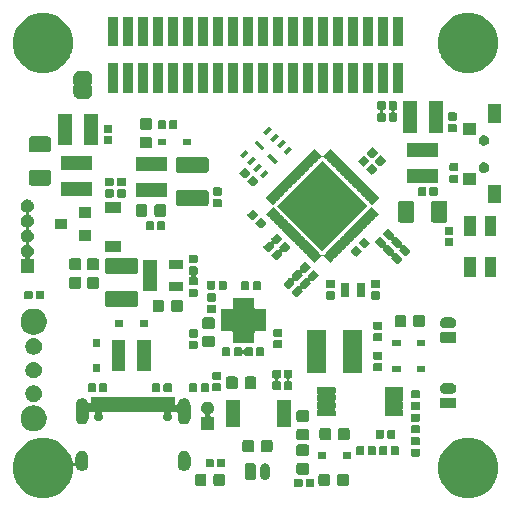
<source format=gbr>
G04 #@! TF.GenerationSoftware,KiCad,Pcbnew,(5.1.6)-1*
G04 #@! TF.CreationDate,2020-10-15T10:09:19+02:00*
G04 #@! TF.ProjectId,DynOSSAT-EDU-EPS,44796e4f-5353-4415-942d-4544552d4550,rev?*
G04 #@! TF.SameCoordinates,Original*
G04 #@! TF.FileFunction,Soldermask,Top*
G04 #@! TF.FilePolarity,Negative*
%FSLAX46Y46*%
G04 Gerber Fmt 4.6, Leading zero omitted, Abs format (unit mm)*
G04 Created by KiCad (PCBNEW (5.1.6)-1) date 2020-10-15 10:09:19*
%MOMM*%
%LPD*%
G01*
G04 APERTURE LIST*
%ADD10C,0.100000*%
G04 APERTURE END LIST*
D10*
G36*
X191278098Y-85143033D02*
G01*
X191742350Y-85335332D01*
X191742352Y-85335333D01*
X192160168Y-85614509D01*
X192515491Y-85969832D01*
X192778665Y-86363700D01*
X192794668Y-86387650D01*
X192986967Y-86851902D01*
X193037504Y-87105969D01*
X193044617Y-87129418D01*
X193056168Y-87151029D01*
X193071713Y-87169971D01*
X193090655Y-87185516D01*
X193112266Y-87197067D01*
X193135715Y-87204180D01*
X193160101Y-87206582D01*
X193184487Y-87204180D01*
X193207936Y-87197067D01*
X193229547Y-87185516D01*
X193248489Y-87169971D01*
X193264034Y-87151029D01*
X193275585Y-87129418D01*
X193282698Y-87105969D01*
X193285100Y-87081583D01*
X193285100Y-86644234D01*
X193293073Y-86563286D01*
X193324579Y-86459422D01*
X193371093Y-86372401D01*
X193375743Y-86363701D01*
X193416043Y-86314595D01*
X193444599Y-86279799D01*
X193528500Y-86210944D01*
X193528499Y-86210944D01*
X193528501Y-86210943D01*
X193605305Y-86169890D01*
X193624221Y-86159779D01*
X193728085Y-86128273D01*
X193836100Y-86117634D01*
X193944114Y-86128273D01*
X194047978Y-86159779D01*
X194084800Y-86179461D01*
X194143699Y-86210943D01*
X194143701Y-86210944D01*
X194143700Y-86210944D01*
X194227601Y-86279799D01*
X194296456Y-86363700D01*
X194347621Y-86459421D01*
X194379127Y-86563285D01*
X194387100Y-86644233D01*
X194387100Y-87298367D01*
X194379127Y-87379315D01*
X194347621Y-87483179D01*
X194341648Y-87494353D01*
X194296457Y-87578900D01*
X194227601Y-87662801D01*
X194143700Y-87731657D01*
X194075155Y-87768295D01*
X194047979Y-87782821D01*
X193944115Y-87814327D01*
X193836100Y-87824966D01*
X193728086Y-87814327D01*
X193624222Y-87782821D01*
X193597046Y-87768295D01*
X193528501Y-87731657D01*
X193444600Y-87662801D01*
X193375744Y-87578899D01*
X193320238Y-87475056D01*
X193306624Y-87454681D01*
X193289297Y-87437354D01*
X193268923Y-87423741D01*
X193246284Y-87414363D01*
X193222251Y-87409583D01*
X193197747Y-87409583D01*
X193173713Y-87414364D01*
X193151075Y-87423741D01*
X193130700Y-87437355D01*
X193113373Y-87454682D01*
X193099760Y-87475056D01*
X193090382Y-87497695D01*
X193085000Y-87533980D01*
X193085000Y-87847253D01*
X192986967Y-88340098D01*
X192834496Y-88708196D01*
X192794667Y-88804352D01*
X192515491Y-89222168D01*
X192160168Y-89577491D01*
X191742352Y-89856667D01*
X191742351Y-89856668D01*
X191742350Y-89856668D01*
X191278098Y-90048967D01*
X190785253Y-90147000D01*
X190282747Y-90147000D01*
X189789902Y-90048967D01*
X189325650Y-89856668D01*
X189325649Y-89856668D01*
X189325648Y-89856667D01*
X188907832Y-89577491D01*
X188552509Y-89222168D01*
X188273333Y-88804352D01*
X188233504Y-88708196D01*
X188081033Y-88340098D01*
X187983000Y-87847253D01*
X187983000Y-87344747D01*
X188081033Y-86851902D01*
X188273332Y-86387650D01*
X188289335Y-86363700D01*
X188552509Y-85969832D01*
X188907832Y-85614509D01*
X189325648Y-85335333D01*
X189325650Y-85335332D01*
X189789902Y-85143033D01*
X190282747Y-85045000D01*
X190785253Y-85045000D01*
X191278098Y-85143033D01*
G37*
G36*
X227278098Y-85143033D02*
G01*
X227742350Y-85335332D01*
X227742352Y-85335333D01*
X228160168Y-85614509D01*
X228515491Y-85969832D01*
X228778665Y-86363700D01*
X228794668Y-86387650D01*
X228986967Y-86851902D01*
X229085000Y-87344747D01*
X229085000Y-87847253D01*
X228986967Y-88340098D01*
X228834496Y-88708196D01*
X228794667Y-88804352D01*
X228515491Y-89222168D01*
X228160168Y-89577491D01*
X227742352Y-89856667D01*
X227742351Y-89856668D01*
X227742350Y-89856668D01*
X227278098Y-90048967D01*
X226785253Y-90147000D01*
X226282747Y-90147000D01*
X225789902Y-90048967D01*
X225325650Y-89856668D01*
X225325649Y-89856668D01*
X225325648Y-89856667D01*
X224907832Y-89577491D01*
X224552509Y-89222168D01*
X224273333Y-88804352D01*
X224233504Y-88708196D01*
X224081033Y-88340098D01*
X223983000Y-87847253D01*
X223983000Y-87344747D01*
X224081033Y-86851902D01*
X224273332Y-86387650D01*
X224289335Y-86363700D01*
X224552509Y-85969832D01*
X224907832Y-85614509D01*
X225325648Y-85335333D01*
X225325650Y-85335332D01*
X225789902Y-85143033D01*
X226282747Y-85045000D01*
X226785253Y-85045000D01*
X227278098Y-85143033D01*
G37*
G36*
X213390738Y-88480916D02*
G01*
X213411357Y-88487171D01*
X213430353Y-88497324D01*
X213447008Y-88510992D01*
X213460676Y-88527647D01*
X213470829Y-88546643D01*
X213477084Y-88567262D01*
X213479800Y-88594840D01*
X213479800Y-89103560D01*
X213477084Y-89131138D01*
X213470829Y-89151757D01*
X213460676Y-89170753D01*
X213447008Y-89187408D01*
X213430353Y-89201076D01*
X213411357Y-89211229D01*
X213390738Y-89217484D01*
X213363160Y-89220200D01*
X212904440Y-89220200D01*
X212876862Y-89217484D01*
X212856243Y-89211229D01*
X212837247Y-89201076D01*
X212820592Y-89187408D01*
X212806924Y-89170753D01*
X212796771Y-89151757D01*
X212790516Y-89131138D01*
X212787800Y-89103560D01*
X212787800Y-88594840D01*
X212790516Y-88567262D01*
X212796771Y-88546643D01*
X212806924Y-88527647D01*
X212820592Y-88510992D01*
X212837247Y-88497324D01*
X212856243Y-88487171D01*
X212876862Y-88480916D01*
X212904440Y-88478200D01*
X213363160Y-88478200D01*
X213390738Y-88480916D01*
G37*
G36*
X212420738Y-88480916D02*
G01*
X212441357Y-88487171D01*
X212460353Y-88497324D01*
X212477008Y-88510992D01*
X212490676Y-88527647D01*
X212500829Y-88546643D01*
X212507084Y-88567262D01*
X212509800Y-88594840D01*
X212509800Y-89103560D01*
X212507084Y-89131138D01*
X212500829Y-89151757D01*
X212490676Y-89170753D01*
X212477008Y-89187408D01*
X212460353Y-89201076D01*
X212441357Y-89211229D01*
X212420738Y-89217484D01*
X212393160Y-89220200D01*
X211934440Y-89220200D01*
X211906862Y-89217484D01*
X211886243Y-89211229D01*
X211867247Y-89201076D01*
X211850592Y-89187408D01*
X211836924Y-89170753D01*
X211826771Y-89151757D01*
X211820516Y-89131138D01*
X211817800Y-89103560D01*
X211817800Y-88594840D01*
X211820516Y-88567262D01*
X211826771Y-88546643D01*
X211836924Y-88527647D01*
X211850592Y-88510992D01*
X211867247Y-88497324D01*
X211886243Y-88487171D01*
X211906862Y-88480916D01*
X211934440Y-88478200D01*
X212393160Y-88478200D01*
X212420738Y-88480916D01*
G37*
G36*
X204227791Y-88073285D02*
G01*
X204261769Y-88083593D01*
X204293090Y-88100334D01*
X204320539Y-88122861D01*
X204343066Y-88150310D01*
X204359807Y-88181631D01*
X204370115Y-88215609D01*
X204374200Y-88257090D01*
X204374200Y-88933310D01*
X204370115Y-88974791D01*
X204359807Y-89008769D01*
X204343066Y-89040090D01*
X204320539Y-89067539D01*
X204293090Y-89090066D01*
X204261769Y-89106807D01*
X204227791Y-89117115D01*
X204186310Y-89121200D01*
X203585090Y-89121200D01*
X203543609Y-89117115D01*
X203509631Y-89106807D01*
X203478310Y-89090066D01*
X203450861Y-89067539D01*
X203428334Y-89040090D01*
X203411593Y-89008769D01*
X203401285Y-88974791D01*
X203397200Y-88933310D01*
X203397200Y-88257090D01*
X203401285Y-88215609D01*
X203411593Y-88181631D01*
X203428334Y-88150310D01*
X203450861Y-88122861D01*
X203478310Y-88100334D01*
X203509631Y-88083593D01*
X203543609Y-88073285D01*
X203585090Y-88069200D01*
X204186310Y-88069200D01*
X204227791Y-88073285D01*
G37*
G36*
X205802791Y-88073285D02*
G01*
X205836769Y-88083593D01*
X205868090Y-88100334D01*
X205895539Y-88122861D01*
X205918066Y-88150310D01*
X205934807Y-88181631D01*
X205945115Y-88215609D01*
X205949200Y-88257090D01*
X205949200Y-88933310D01*
X205945115Y-88974791D01*
X205934807Y-89008769D01*
X205918066Y-89040090D01*
X205895539Y-89067539D01*
X205868090Y-89090066D01*
X205836769Y-89106807D01*
X205802791Y-89117115D01*
X205761310Y-89121200D01*
X205160090Y-89121200D01*
X205118609Y-89117115D01*
X205084631Y-89106807D01*
X205053310Y-89090066D01*
X205025861Y-89067539D01*
X205003334Y-89040090D01*
X204986593Y-89008769D01*
X204976285Y-88974791D01*
X204972200Y-88933310D01*
X204972200Y-88257090D01*
X204976285Y-88215609D01*
X204986593Y-88181631D01*
X205003334Y-88150310D01*
X205025861Y-88122861D01*
X205053310Y-88100334D01*
X205084631Y-88083593D01*
X205118609Y-88073285D01*
X205160090Y-88069200D01*
X205761310Y-88069200D01*
X205802791Y-88073285D01*
G37*
G36*
X214692591Y-88073285D02*
G01*
X214726569Y-88083593D01*
X214757890Y-88100334D01*
X214785339Y-88122861D01*
X214807866Y-88150310D01*
X214824607Y-88181631D01*
X214834915Y-88215609D01*
X214839000Y-88257090D01*
X214839000Y-88933310D01*
X214834915Y-88974791D01*
X214824607Y-89008769D01*
X214807866Y-89040090D01*
X214785339Y-89067539D01*
X214757890Y-89090066D01*
X214726569Y-89106807D01*
X214692591Y-89117115D01*
X214651110Y-89121200D01*
X214049890Y-89121200D01*
X214008409Y-89117115D01*
X213974431Y-89106807D01*
X213943110Y-89090066D01*
X213915661Y-89067539D01*
X213893134Y-89040090D01*
X213876393Y-89008769D01*
X213866085Y-88974791D01*
X213862000Y-88933310D01*
X213862000Y-88257090D01*
X213866085Y-88215609D01*
X213876393Y-88181631D01*
X213893134Y-88150310D01*
X213915661Y-88122861D01*
X213943110Y-88100334D01*
X213974431Y-88083593D01*
X214008409Y-88073285D01*
X214049890Y-88069200D01*
X214651110Y-88069200D01*
X214692591Y-88073285D01*
G37*
G36*
X216267591Y-88073285D02*
G01*
X216301569Y-88083593D01*
X216332890Y-88100334D01*
X216360339Y-88122861D01*
X216382866Y-88150310D01*
X216399607Y-88181631D01*
X216409915Y-88215609D01*
X216414000Y-88257090D01*
X216414000Y-88933310D01*
X216409915Y-88974791D01*
X216399607Y-89008769D01*
X216382866Y-89040090D01*
X216360339Y-89067539D01*
X216332890Y-89090066D01*
X216301569Y-89106807D01*
X216267591Y-89117115D01*
X216226110Y-89121200D01*
X215624890Y-89121200D01*
X215583409Y-89117115D01*
X215549431Y-89106807D01*
X215518110Y-89090066D01*
X215490661Y-89067539D01*
X215468134Y-89040090D01*
X215451393Y-89008769D01*
X215441085Y-88974791D01*
X215437000Y-88933310D01*
X215437000Y-88257090D01*
X215441085Y-88215609D01*
X215451393Y-88181631D01*
X215468134Y-88150310D01*
X215490661Y-88122861D01*
X215518110Y-88100334D01*
X215549431Y-88083593D01*
X215583409Y-88073285D01*
X215624890Y-88069200D01*
X216226110Y-88069200D01*
X216267591Y-88073285D01*
G37*
G36*
X209421809Y-87189525D02*
G01*
X209506825Y-87215314D01*
X209585174Y-87257193D01*
X209653849Y-87313552D01*
X209710207Y-87382225D01*
X209752086Y-87460574D01*
X209777875Y-87545590D01*
X209784400Y-87611842D01*
X209784400Y-88156158D01*
X209777875Y-88222410D01*
X209752086Y-88307426D01*
X209710207Y-88385775D01*
X209653849Y-88454449D01*
X209585175Y-88510807D01*
X209506826Y-88552686D01*
X209421810Y-88578475D01*
X209333400Y-88587182D01*
X209244991Y-88578475D01*
X209159975Y-88552686D01*
X209081626Y-88510807D01*
X209012952Y-88454449D01*
X208956595Y-88385776D01*
X208914713Y-88307423D01*
X208888925Y-88222410D01*
X208882400Y-88156158D01*
X208882400Y-87611843D01*
X208888925Y-87545591D01*
X208914714Y-87460575D01*
X208956593Y-87382226D01*
X209012952Y-87313551D01*
X209081625Y-87257193D01*
X209159974Y-87215314D01*
X209244990Y-87189525D01*
X209333400Y-87180818D01*
X209421809Y-87189525D01*
G37*
G36*
X208403083Y-87186725D02*
G01*
X208433543Y-87195966D01*
X208461623Y-87210974D01*
X208486231Y-87231169D01*
X208506426Y-87255777D01*
X208521434Y-87283857D01*
X208530675Y-87314317D01*
X208534400Y-87352140D01*
X208534400Y-88415860D01*
X208530675Y-88453683D01*
X208521434Y-88484143D01*
X208506426Y-88512223D01*
X208486231Y-88536831D01*
X208461623Y-88557026D01*
X208433543Y-88572034D01*
X208403083Y-88581275D01*
X208365260Y-88585000D01*
X207801540Y-88585000D01*
X207763717Y-88581275D01*
X207733257Y-88572034D01*
X207705177Y-88557026D01*
X207680569Y-88536831D01*
X207660374Y-88512223D01*
X207645366Y-88484143D01*
X207636125Y-88453683D01*
X207632400Y-88415860D01*
X207632400Y-87352140D01*
X207636125Y-87314317D01*
X207645366Y-87283857D01*
X207660374Y-87255777D01*
X207680569Y-87231169D01*
X207705177Y-87210974D01*
X207733257Y-87195966D01*
X207763717Y-87186725D01*
X207801540Y-87183000D01*
X208365260Y-87183000D01*
X208403083Y-87186725D01*
G37*
G36*
X212901391Y-87171085D02*
G01*
X212935369Y-87181393D01*
X212966690Y-87198134D01*
X212994139Y-87220661D01*
X213016666Y-87248110D01*
X213033407Y-87279431D01*
X213043715Y-87313409D01*
X213047800Y-87354890D01*
X213047800Y-87956110D01*
X213043715Y-87997591D01*
X213033407Y-88031569D01*
X213016666Y-88062890D01*
X212994139Y-88090339D01*
X212966690Y-88112866D01*
X212935369Y-88129607D01*
X212901391Y-88139915D01*
X212859910Y-88144000D01*
X212183690Y-88144000D01*
X212142209Y-88139915D01*
X212108231Y-88129607D01*
X212076910Y-88112866D01*
X212049461Y-88090339D01*
X212026934Y-88062890D01*
X212010193Y-88031569D01*
X211999885Y-87997591D01*
X211995800Y-87956110D01*
X211995800Y-87354890D01*
X211999885Y-87313409D01*
X212010193Y-87279431D01*
X212026934Y-87248110D01*
X212049461Y-87220661D01*
X212076910Y-87198134D01*
X212108231Y-87181393D01*
X212142209Y-87171085D01*
X212183690Y-87167000D01*
X212859910Y-87167000D01*
X212901391Y-87171085D01*
G37*
G36*
X202584114Y-86128273D02*
G01*
X202687978Y-86159779D01*
X202724800Y-86179461D01*
X202783699Y-86210943D01*
X202783701Y-86210944D01*
X202783700Y-86210944D01*
X202867601Y-86279799D01*
X202936456Y-86363700D01*
X202987621Y-86459421D01*
X203019127Y-86563285D01*
X203027100Y-86644233D01*
X203027100Y-87298367D01*
X203019127Y-87379315D01*
X202987621Y-87483179D01*
X202981648Y-87494353D01*
X202936457Y-87578900D01*
X202867601Y-87662801D01*
X202783700Y-87731657D01*
X202715155Y-87768295D01*
X202687979Y-87782821D01*
X202584115Y-87814327D01*
X202476100Y-87824966D01*
X202368086Y-87814327D01*
X202264222Y-87782821D01*
X202237046Y-87768295D01*
X202168501Y-87731657D01*
X202084600Y-87662801D01*
X202015745Y-87578901D01*
X201964580Y-87483179D01*
X201958898Y-87464448D01*
X201933073Y-87379315D01*
X201925100Y-87298367D01*
X201925100Y-86644234D01*
X201933073Y-86563286D01*
X201964579Y-86459422D01*
X202011093Y-86372401D01*
X202015743Y-86363701D01*
X202056043Y-86314595D01*
X202084599Y-86279799D01*
X202168500Y-86210944D01*
X202168499Y-86210944D01*
X202168501Y-86210943D01*
X202245305Y-86169890D01*
X202264221Y-86159779D01*
X202368085Y-86128273D01*
X202476100Y-86117634D01*
X202584114Y-86128273D01*
G37*
G36*
X204902338Y-86804516D02*
G01*
X204922957Y-86810771D01*
X204941953Y-86820924D01*
X204958608Y-86834592D01*
X204972276Y-86851247D01*
X204982429Y-86870243D01*
X204988684Y-86890862D01*
X204991400Y-86918440D01*
X204991400Y-87427160D01*
X204988684Y-87454738D01*
X204982429Y-87475357D01*
X204972276Y-87494353D01*
X204958608Y-87511008D01*
X204941953Y-87524676D01*
X204922957Y-87534829D01*
X204902338Y-87541084D01*
X204874760Y-87543800D01*
X204416040Y-87543800D01*
X204388462Y-87541084D01*
X204367843Y-87534829D01*
X204348847Y-87524676D01*
X204332192Y-87511008D01*
X204318524Y-87494353D01*
X204308371Y-87475357D01*
X204302116Y-87454738D01*
X204299400Y-87427160D01*
X204299400Y-86918440D01*
X204302116Y-86890862D01*
X204308371Y-86870243D01*
X204318524Y-86851247D01*
X204332192Y-86834592D01*
X204348847Y-86820924D01*
X204367843Y-86810771D01*
X204388462Y-86804516D01*
X204416040Y-86801800D01*
X204874760Y-86801800D01*
X204902338Y-86804516D01*
G37*
G36*
X205872338Y-86804516D02*
G01*
X205892957Y-86810771D01*
X205911953Y-86820924D01*
X205928608Y-86834592D01*
X205942276Y-86851247D01*
X205952429Y-86870243D01*
X205958684Y-86890862D01*
X205961400Y-86918440D01*
X205961400Y-87427160D01*
X205958684Y-87454738D01*
X205952429Y-87475357D01*
X205942276Y-87494353D01*
X205928608Y-87511008D01*
X205911953Y-87524676D01*
X205892957Y-87534829D01*
X205872338Y-87541084D01*
X205844760Y-87543800D01*
X205386040Y-87543800D01*
X205358462Y-87541084D01*
X205337843Y-87534829D01*
X205318847Y-87524676D01*
X205302192Y-87511008D01*
X205288524Y-87494353D01*
X205278371Y-87475357D01*
X205272116Y-87454738D01*
X205269400Y-87427160D01*
X205269400Y-86918440D01*
X205272116Y-86890862D01*
X205278371Y-86870243D01*
X205288524Y-86851247D01*
X205302192Y-86834592D01*
X205318847Y-86820924D01*
X205337843Y-86810771D01*
X205358462Y-86804516D01*
X205386040Y-86801800D01*
X205844760Y-86801800D01*
X205872338Y-86804516D01*
G37*
G36*
X216615200Y-86813800D02*
G01*
X215913200Y-86813800D01*
X215913200Y-86261800D01*
X216615200Y-86261800D01*
X216615200Y-86813800D01*
G37*
G36*
X214515200Y-86813800D02*
G01*
X213813200Y-86813800D01*
X213813200Y-86261800D01*
X214515200Y-86261800D01*
X214515200Y-86813800D01*
G37*
G36*
X222354138Y-85942916D02*
G01*
X222374757Y-85949171D01*
X222393753Y-85959324D01*
X222410408Y-85972992D01*
X222424076Y-85989647D01*
X222434229Y-86008643D01*
X222440484Y-86029262D01*
X222443200Y-86056840D01*
X222443200Y-86515560D01*
X222440484Y-86543138D01*
X222434229Y-86563757D01*
X222424076Y-86582753D01*
X222410408Y-86599408D01*
X222393753Y-86613076D01*
X222374757Y-86623229D01*
X222354138Y-86629484D01*
X222326560Y-86632200D01*
X221817840Y-86632200D01*
X221790262Y-86629484D01*
X221769643Y-86623229D01*
X221750647Y-86613076D01*
X221733992Y-86599408D01*
X221720324Y-86582753D01*
X221710171Y-86563757D01*
X221703916Y-86543138D01*
X221701200Y-86515560D01*
X221701200Y-86056840D01*
X221703916Y-86029262D01*
X221710171Y-86008643D01*
X221720324Y-85989647D01*
X221733992Y-85972992D01*
X221750647Y-85959324D01*
X221769643Y-85949171D01*
X221790262Y-85942916D01*
X221817840Y-85940200D01*
X222326560Y-85940200D01*
X222354138Y-85942916D01*
G37*
G36*
X212901391Y-85596085D02*
G01*
X212935369Y-85606393D01*
X212966690Y-85623134D01*
X212994139Y-85645661D01*
X213016666Y-85673110D01*
X213033407Y-85704431D01*
X213043715Y-85738409D01*
X213047800Y-85779890D01*
X213047800Y-86381110D01*
X213043715Y-86422591D01*
X213033407Y-86456569D01*
X213016666Y-86487890D01*
X212994139Y-86515339D01*
X212966690Y-86537866D01*
X212935369Y-86554607D01*
X212901391Y-86564915D01*
X212859910Y-86569000D01*
X212183690Y-86569000D01*
X212142209Y-86564915D01*
X212108231Y-86554607D01*
X212076910Y-86537866D01*
X212049461Y-86515339D01*
X212026934Y-86487890D01*
X212010193Y-86456569D01*
X211999885Y-86422591D01*
X211995800Y-86381110D01*
X211995800Y-85779890D01*
X211999885Y-85738409D01*
X212010193Y-85704431D01*
X212026934Y-85673110D01*
X212049461Y-85645661D01*
X212076910Y-85623134D01*
X212108231Y-85606393D01*
X212142209Y-85596085D01*
X212183690Y-85592000D01*
X212859910Y-85592000D01*
X212901391Y-85596085D01*
G37*
G36*
X218623138Y-85737716D02*
G01*
X218643757Y-85743971D01*
X218662753Y-85754124D01*
X218679408Y-85767792D01*
X218693076Y-85784447D01*
X218703229Y-85803443D01*
X218709484Y-85824062D01*
X218712200Y-85851640D01*
X218712200Y-86360360D01*
X218709484Y-86387938D01*
X218703229Y-86408557D01*
X218693076Y-86427553D01*
X218679408Y-86444208D01*
X218662753Y-86457876D01*
X218643757Y-86468029D01*
X218623138Y-86474284D01*
X218595560Y-86477000D01*
X218136840Y-86477000D01*
X218109262Y-86474284D01*
X218088643Y-86468029D01*
X218069647Y-86457876D01*
X218052992Y-86444208D01*
X218039324Y-86427553D01*
X218029171Y-86408557D01*
X218022916Y-86387938D01*
X218020200Y-86360360D01*
X218020200Y-85851640D01*
X218022916Y-85824062D01*
X218029171Y-85803443D01*
X218039324Y-85784447D01*
X218052992Y-85767792D01*
X218069647Y-85754124D01*
X218088643Y-85743971D01*
X218109262Y-85737716D01*
X218136840Y-85735000D01*
X218595560Y-85735000D01*
X218623138Y-85737716D01*
G37*
G36*
X217653138Y-85737716D02*
G01*
X217673757Y-85743971D01*
X217692753Y-85754124D01*
X217709408Y-85767792D01*
X217723076Y-85784447D01*
X217733229Y-85803443D01*
X217739484Y-85824062D01*
X217742200Y-85851640D01*
X217742200Y-86360360D01*
X217739484Y-86387938D01*
X217733229Y-86408557D01*
X217723076Y-86427553D01*
X217709408Y-86444208D01*
X217692753Y-86457876D01*
X217673757Y-86468029D01*
X217653138Y-86474284D01*
X217625560Y-86477000D01*
X217166840Y-86477000D01*
X217139262Y-86474284D01*
X217118643Y-86468029D01*
X217099647Y-86457876D01*
X217082992Y-86444208D01*
X217069324Y-86427553D01*
X217059171Y-86408557D01*
X217052916Y-86387938D01*
X217050200Y-86360360D01*
X217050200Y-85851640D01*
X217052916Y-85824062D01*
X217059171Y-85803443D01*
X217069324Y-85784447D01*
X217082992Y-85767792D01*
X217099647Y-85754124D01*
X217118643Y-85743971D01*
X217139262Y-85737716D01*
X217166840Y-85735000D01*
X217625560Y-85735000D01*
X217653138Y-85737716D01*
G37*
G36*
X220576538Y-85737716D02*
G01*
X220597157Y-85743971D01*
X220616153Y-85754124D01*
X220632808Y-85767792D01*
X220646476Y-85784447D01*
X220656629Y-85803443D01*
X220662884Y-85824062D01*
X220665600Y-85851640D01*
X220665600Y-86360360D01*
X220662884Y-86387938D01*
X220656629Y-86408557D01*
X220646476Y-86427553D01*
X220632808Y-86444208D01*
X220616153Y-86457876D01*
X220597157Y-86468029D01*
X220576538Y-86474284D01*
X220548960Y-86477000D01*
X220090240Y-86477000D01*
X220062662Y-86474284D01*
X220042043Y-86468029D01*
X220023047Y-86457876D01*
X220006392Y-86444208D01*
X219992724Y-86427553D01*
X219982571Y-86408557D01*
X219976316Y-86387938D01*
X219973600Y-86360360D01*
X219973600Y-85851640D01*
X219976316Y-85824062D01*
X219982571Y-85803443D01*
X219992724Y-85784447D01*
X220006392Y-85767792D01*
X220023047Y-85754124D01*
X220042043Y-85743971D01*
X220062662Y-85737716D01*
X220090240Y-85735000D01*
X220548960Y-85735000D01*
X220576538Y-85737716D01*
G37*
G36*
X219606538Y-85737716D02*
G01*
X219627157Y-85743971D01*
X219646153Y-85754124D01*
X219662808Y-85767792D01*
X219676476Y-85784447D01*
X219686629Y-85803443D01*
X219692884Y-85824062D01*
X219695600Y-85851640D01*
X219695600Y-86360360D01*
X219692884Y-86387938D01*
X219686629Y-86408557D01*
X219676476Y-86427553D01*
X219662808Y-86444208D01*
X219646153Y-86457876D01*
X219627157Y-86468029D01*
X219606538Y-86474284D01*
X219578960Y-86477000D01*
X219120240Y-86477000D01*
X219092662Y-86474284D01*
X219072043Y-86468029D01*
X219053047Y-86457876D01*
X219036392Y-86444208D01*
X219022724Y-86427553D01*
X219012571Y-86408557D01*
X219006316Y-86387938D01*
X219003600Y-86360360D01*
X219003600Y-85851640D01*
X219006316Y-85824062D01*
X219012571Y-85803443D01*
X219022724Y-85784447D01*
X219036392Y-85767792D01*
X219053047Y-85754124D01*
X219072043Y-85743971D01*
X219092662Y-85737716D01*
X219120240Y-85735000D01*
X219578960Y-85735000D01*
X219606538Y-85737716D01*
G37*
G36*
X209822591Y-85203085D02*
G01*
X209856569Y-85213393D01*
X209887890Y-85230134D01*
X209915339Y-85252661D01*
X209937866Y-85280110D01*
X209954607Y-85311431D01*
X209964915Y-85345409D01*
X209969000Y-85386890D01*
X209969000Y-86063110D01*
X209964915Y-86104591D01*
X209954607Y-86138569D01*
X209937866Y-86169890D01*
X209915339Y-86197339D01*
X209887890Y-86219866D01*
X209856569Y-86236607D01*
X209822591Y-86246915D01*
X209781110Y-86251000D01*
X209179890Y-86251000D01*
X209138409Y-86246915D01*
X209104431Y-86236607D01*
X209073110Y-86219866D01*
X209045661Y-86197339D01*
X209023134Y-86169890D01*
X209006393Y-86138569D01*
X208996085Y-86104591D01*
X208992000Y-86063110D01*
X208992000Y-85386890D01*
X208996085Y-85345409D01*
X209006393Y-85311431D01*
X209023134Y-85280110D01*
X209045661Y-85252661D01*
X209073110Y-85230134D01*
X209104431Y-85213393D01*
X209138409Y-85203085D01*
X209179890Y-85199000D01*
X209781110Y-85199000D01*
X209822591Y-85203085D01*
G37*
G36*
X208247591Y-85203085D02*
G01*
X208281569Y-85213393D01*
X208312890Y-85230134D01*
X208340339Y-85252661D01*
X208362866Y-85280110D01*
X208379607Y-85311431D01*
X208389915Y-85345409D01*
X208394000Y-85386890D01*
X208394000Y-86063110D01*
X208389915Y-86104591D01*
X208379607Y-86138569D01*
X208362866Y-86169890D01*
X208340339Y-86197339D01*
X208312890Y-86219866D01*
X208281569Y-86236607D01*
X208247591Y-86246915D01*
X208206110Y-86251000D01*
X207604890Y-86251000D01*
X207563409Y-86246915D01*
X207529431Y-86236607D01*
X207498110Y-86219866D01*
X207470661Y-86197339D01*
X207448134Y-86169890D01*
X207431393Y-86138569D01*
X207421085Y-86104591D01*
X207417000Y-86063110D01*
X207417000Y-85386890D01*
X207421085Y-85345409D01*
X207431393Y-85311431D01*
X207448134Y-85280110D01*
X207470661Y-85252661D01*
X207498110Y-85230134D01*
X207529431Y-85213393D01*
X207563409Y-85203085D01*
X207604890Y-85199000D01*
X208206110Y-85199000D01*
X208247591Y-85203085D01*
G37*
G36*
X222354138Y-84972916D02*
G01*
X222374757Y-84979171D01*
X222393753Y-84989324D01*
X222410408Y-85002992D01*
X222424076Y-85019647D01*
X222434229Y-85038643D01*
X222440484Y-85059262D01*
X222443200Y-85086840D01*
X222443200Y-85545560D01*
X222440484Y-85573138D01*
X222434229Y-85593757D01*
X222424076Y-85612753D01*
X222410408Y-85629408D01*
X222393753Y-85643076D01*
X222374757Y-85653229D01*
X222354138Y-85659484D01*
X222326560Y-85662200D01*
X221817840Y-85662200D01*
X221790262Y-85659484D01*
X221769643Y-85653229D01*
X221750647Y-85643076D01*
X221733992Y-85629408D01*
X221720324Y-85612753D01*
X221710171Y-85593757D01*
X221703916Y-85573138D01*
X221701200Y-85545560D01*
X221701200Y-85086840D01*
X221703916Y-85059262D01*
X221710171Y-85038643D01*
X221720324Y-85019647D01*
X221733992Y-85002992D01*
X221750647Y-84989324D01*
X221769643Y-84979171D01*
X221790262Y-84972916D01*
X221817840Y-84970200D01*
X222326560Y-84970200D01*
X222354138Y-84972916D01*
G37*
G36*
X212901391Y-84275485D02*
G01*
X212935369Y-84285793D01*
X212966690Y-84302534D01*
X212994139Y-84325061D01*
X213016666Y-84352510D01*
X213033407Y-84383831D01*
X213043715Y-84417809D01*
X213047800Y-84459290D01*
X213047800Y-85060510D01*
X213043715Y-85101991D01*
X213033407Y-85135969D01*
X213016666Y-85167290D01*
X212994139Y-85194739D01*
X212966690Y-85217266D01*
X212935369Y-85234007D01*
X212901391Y-85244315D01*
X212859910Y-85248400D01*
X212183690Y-85248400D01*
X212142209Y-85244315D01*
X212108231Y-85234007D01*
X212076910Y-85217266D01*
X212049461Y-85194739D01*
X212026934Y-85167290D01*
X212010193Y-85135969D01*
X211999885Y-85101991D01*
X211995800Y-85060510D01*
X211995800Y-84459290D01*
X211999885Y-84417809D01*
X212010193Y-84383831D01*
X212026934Y-84352510D01*
X212049461Y-84325061D01*
X212076910Y-84302534D01*
X212108231Y-84285793D01*
X212142209Y-84275485D01*
X212183690Y-84271400D01*
X212859910Y-84271400D01*
X212901391Y-84275485D01*
G37*
G36*
X214775391Y-84187085D02*
G01*
X214809369Y-84197393D01*
X214840690Y-84214134D01*
X214868139Y-84236661D01*
X214890666Y-84264110D01*
X214907407Y-84295431D01*
X214917715Y-84329409D01*
X214921800Y-84370890D01*
X214921800Y-85047110D01*
X214917715Y-85088591D01*
X214907407Y-85122569D01*
X214890666Y-85153890D01*
X214868139Y-85181339D01*
X214840690Y-85203866D01*
X214809369Y-85220607D01*
X214775391Y-85230915D01*
X214733910Y-85235000D01*
X214132690Y-85235000D01*
X214091209Y-85230915D01*
X214057231Y-85220607D01*
X214025910Y-85203866D01*
X213998461Y-85181339D01*
X213975934Y-85153890D01*
X213959193Y-85122569D01*
X213948885Y-85088591D01*
X213944800Y-85047110D01*
X213944800Y-84370890D01*
X213948885Y-84329409D01*
X213959193Y-84295431D01*
X213975934Y-84264110D01*
X213998461Y-84236661D01*
X214025910Y-84214134D01*
X214057231Y-84197393D01*
X214091209Y-84187085D01*
X214132690Y-84183000D01*
X214733910Y-84183000D01*
X214775391Y-84187085D01*
G37*
G36*
X216350391Y-84187085D02*
G01*
X216384369Y-84197393D01*
X216415690Y-84214134D01*
X216443139Y-84236661D01*
X216465666Y-84264110D01*
X216482407Y-84295431D01*
X216492715Y-84329409D01*
X216496800Y-84370890D01*
X216496800Y-85047110D01*
X216492715Y-85088591D01*
X216482407Y-85122569D01*
X216465666Y-85153890D01*
X216443139Y-85181339D01*
X216415690Y-85203866D01*
X216384369Y-85220607D01*
X216350391Y-85230915D01*
X216308910Y-85235000D01*
X215707690Y-85235000D01*
X215666209Y-85230915D01*
X215632231Y-85220607D01*
X215600910Y-85203866D01*
X215573461Y-85181339D01*
X215550934Y-85153890D01*
X215534193Y-85122569D01*
X215523885Y-85088591D01*
X215519800Y-85047110D01*
X215519800Y-84370890D01*
X215523885Y-84329409D01*
X215534193Y-84295431D01*
X215550934Y-84264110D01*
X215573461Y-84236661D01*
X215600910Y-84214134D01*
X215632231Y-84197393D01*
X215666209Y-84187085D01*
X215707690Y-84183000D01*
X216308910Y-84183000D01*
X216350391Y-84187085D01*
G37*
G36*
X220280738Y-84366116D02*
G01*
X220301357Y-84372371D01*
X220320353Y-84382524D01*
X220337008Y-84396192D01*
X220350676Y-84412847D01*
X220360829Y-84431843D01*
X220367084Y-84452462D01*
X220369800Y-84480040D01*
X220369800Y-84988760D01*
X220367084Y-85016338D01*
X220360829Y-85036957D01*
X220350676Y-85055953D01*
X220337008Y-85072608D01*
X220320353Y-85086276D01*
X220301357Y-85096429D01*
X220280738Y-85102684D01*
X220253160Y-85105400D01*
X219794440Y-85105400D01*
X219766862Y-85102684D01*
X219746243Y-85096429D01*
X219727247Y-85086276D01*
X219710592Y-85072608D01*
X219696924Y-85055953D01*
X219686771Y-85036957D01*
X219680516Y-85016338D01*
X219677800Y-84988760D01*
X219677800Y-84480040D01*
X219680516Y-84452462D01*
X219686771Y-84431843D01*
X219696924Y-84412847D01*
X219710592Y-84396192D01*
X219727247Y-84382524D01*
X219746243Y-84372371D01*
X219766862Y-84366116D01*
X219794440Y-84363400D01*
X220253160Y-84363400D01*
X220280738Y-84366116D01*
G37*
G36*
X219310738Y-84366116D02*
G01*
X219331357Y-84372371D01*
X219350353Y-84382524D01*
X219367008Y-84396192D01*
X219380676Y-84412847D01*
X219390829Y-84431843D01*
X219397084Y-84452462D01*
X219399800Y-84480040D01*
X219399800Y-84988760D01*
X219397084Y-85016338D01*
X219390829Y-85036957D01*
X219380676Y-85055953D01*
X219367008Y-85072608D01*
X219350353Y-85086276D01*
X219331357Y-85096429D01*
X219310738Y-85102684D01*
X219283160Y-85105400D01*
X218824440Y-85105400D01*
X218796862Y-85102684D01*
X218776243Y-85096429D01*
X218757247Y-85086276D01*
X218740592Y-85072608D01*
X218726924Y-85055953D01*
X218716771Y-85036957D01*
X218710516Y-85016338D01*
X218707800Y-84988760D01*
X218707800Y-84480040D01*
X218710516Y-84452462D01*
X218716771Y-84431843D01*
X218726924Y-84412847D01*
X218740592Y-84396192D01*
X218757247Y-84382524D01*
X218776243Y-84372371D01*
X218796862Y-84366116D01*
X218824440Y-84363400D01*
X219283160Y-84363400D01*
X219310738Y-84366116D01*
G37*
G36*
X222354138Y-83961716D02*
G01*
X222374757Y-83967971D01*
X222393753Y-83978124D01*
X222410408Y-83991792D01*
X222424076Y-84008447D01*
X222434229Y-84027443D01*
X222440484Y-84048062D01*
X222443200Y-84075640D01*
X222443200Y-84534360D01*
X222440484Y-84561938D01*
X222434229Y-84582557D01*
X222424076Y-84601553D01*
X222410408Y-84618208D01*
X222393753Y-84631876D01*
X222374757Y-84642029D01*
X222354138Y-84648284D01*
X222326560Y-84651000D01*
X221817840Y-84651000D01*
X221790262Y-84648284D01*
X221769643Y-84642029D01*
X221750647Y-84631876D01*
X221733992Y-84618208D01*
X221720324Y-84601553D01*
X221710171Y-84582557D01*
X221703916Y-84561938D01*
X221701200Y-84534360D01*
X221701200Y-84075640D01*
X221703916Y-84048062D01*
X221710171Y-84027443D01*
X221720324Y-84008447D01*
X221733992Y-83991792D01*
X221750647Y-83978124D01*
X221769643Y-83967971D01*
X221790262Y-83961716D01*
X221817840Y-83959000D01*
X222326560Y-83959000D01*
X222354138Y-83961716D01*
G37*
G36*
X189952795Y-82304156D02*
G01*
X190059150Y-82325311D01*
X190148432Y-82362293D01*
X190259520Y-82408307D01*
X190439844Y-82528795D01*
X190593205Y-82682156D01*
X190713693Y-82862480D01*
X190730308Y-82902593D01*
X190796689Y-83062850D01*
X190798264Y-83070767D01*
X190839000Y-83275560D01*
X190839000Y-83492440D01*
X190824694Y-83564360D01*
X190796689Y-83705150D01*
X190756715Y-83801656D01*
X190713693Y-83905520D01*
X190593205Y-84085844D01*
X190439844Y-84239205D01*
X190259520Y-84359693D01*
X190201245Y-84383831D01*
X190059150Y-84442689D01*
X189975691Y-84459290D01*
X189846440Y-84485000D01*
X189629560Y-84485000D01*
X189500309Y-84459290D01*
X189416850Y-84442689D01*
X189274755Y-84383831D01*
X189216480Y-84359693D01*
X189036156Y-84239205D01*
X188882795Y-84085844D01*
X188762307Y-83905520D01*
X188719285Y-83801656D01*
X188679311Y-83705150D01*
X188651306Y-83564360D01*
X188637000Y-83492440D01*
X188637000Y-83275560D01*
X188677736Y-83070767D01*
X188679311Y-83062850D01*
X188745692Y-82902593D01*
X188762307Y-82862480D01*
X188882795Y-82682156D01*
X189036156Y-82528795D01*
X189216480Y-82408307D01*
X189327568Y-82362293D01*
X189416850Y-82325311D01*
X189523206Y-82304155D01*
X189629560Y-82283000D01*
X189846440Y-82283000D01*
X189952795Y-82304156D01*
G37*
G36*
X204630721Y-81994774D02*
G01*
X204730995Y-82036309D01*
X204757639Y-82054112D01*
X204821242Y-82096610D01*
X204897990Y-82173358D01*
X204917203Y-82202113D01*
X204958291Y-82263605D01*
X204999826Y-82363879D01*
X205021000Y-82470330D01*
X205021000Y-82578870D01*
X204999826Y-82685321D01*
X204958291Y-82785595D01*
X204958290Y-82785596D01*
X204897990Y-82875842D01*
X204821242Y-82952590D01*
X204793992Y-82970798D01*
X204728336Y-83014668D01*
X204709394Y-83030214D01*
X204693849Y-83049156D01*
X204682298Y-83070767D01*
X204675185Y-83094215D01*
X204672783Y-83118602D01*
X204675185Y-83142988D01*
X204682298Y-83166437D01*
X204693849Y-83188047D01*
X204709395Y-83206989D01*
X204728337Y-83222534D01*
X204749948Y-83234085D01*
X204773396Y-83241198D01*
X204797782Y-83243600D01*
X205021000Y-83243600D01*
X205021000Y-84345600D01*
X203919000Y-84345600D01*
X203919000Y-83243600D01*
X204142218Y-83243600D01*
X204166604Y-83241198D01*
X204190053Y-83234085D01*
X204211664Y-83222534D01*
X204230606Y-83206989D01*
X204246151Y-83188047D01*
X204257702Y-83166436D01*
X204264815Y-83142987D01*
X204267217Y-83118601D01*
X204264815Y-83094215D01*
X204257702Y-83070766D01*
X204246151Y-83049155D01*
X204230606Y-83030213D01*
X204211664Y-83014668D01*
X204146008Y-82970798D01*
X204118758Y-82952590D01*
X204042010Y-82875842D01*
X203981710Y-82785596D01*
X203981709Y-82785595D01*
X203940174Y-82685321D01*
X203919000Y-82578870D01*
X203919000Y-82470330D01*
X203940174Y-82363879D01*
X203981709Y-82263605D01*
X204022797Y-82202113D01*
X204042010Y-82173358D01*
X204118758Y-82096610D01*
X204182361Y-82054112D01*
X204209005Y-82036309D01*
X204309279Y-81994774D01*
X204415730Y-81973600D01*
X204524270Y-81973600D01*
X204630721Y-81994774D01*
G37*
G36*
X207239000Y-84157800D02*
G01*
X206037000Y-84157800D01*
X206037000Y-81805800D01*
X207239000Y-81805800D01*
X207239000Y-84157800D01*
G37*
G36*
X211539000Y-84157800D02*
G01*
X210337000Y-84157800D01*
X210337000Y-81805800D01*
X211539000Y-81805800D01*
X211539000Y-84157800D01*
G37*
G36*
X201692100Y-82098180D02*
G01*
X201694502Y-82122566D01*
X201701615Y-82146015D01*
X201713166Y-82167626D01*
X201728711Y-82186568D01*
X201747653Y-82202113D01*
X201769264Y-82213664D01*
X201792713Y-82220777D01*
X201817099Y-82223179D01*
X201841485Y-82220777D01*
X201864934Y-82213664D01*
X201886545Y-82202113D01*
X201905487Y-82186568D01*
X201921032Y-82167626D01*
X201932583Y-82146015D01*
X201936716Y-82134465D01*
X201937073Y-82133287D01*
X201937073Y-82133286D01*
X201968579Y-82029422D01*
X201995334Y-81979368D01*
X202019743Y-81933701D01*
X202056109Y-81889389D01*
X202088599Y-81849799D01*
X202160510Y-81790784D01*
X202172501Y-81780943D01*
X202224193Y-81753313D01*
X202268221Y-81729779D01*
X202372085Y-81698273D01*
X202480100Y-81687634D01*
X202588114Y-81698273D01*
X202691978Y-81729779D01*
X202736007Y-81753313D01*
X202787699Y-81780943D01*
X202799690Y-81790784D01*
X202871601Y-81849799D01*
X202918441Y-81906874D01*
X202940457Y-81933701D01*
X202964028Y-81977800D01*
X202991621Y-82029421D01*
X203023127Y-82133285D01*
X203031100Y-82214233D01*
X203031100Y-83368367D01*
X203023127Y-83449315D01*
X202991621Y-83553179D01*
X202980383Y-83574204D01*
X202940457Y-83648900D01*
X202871601Y-83732801D01*
X202787700Y-83801657D01*
X202719155Y-83838295D01*
X202691979Y-83852821D01*
X202588115Y-83884327D01*
X202480100Y-83894966D01*
X202372086Y-83884327D01*
X202268222Y-83852821D01*
X202241046Y-83838295D01*
X202172501Y-83801657D01*
X202088600Y-83732801D01*
X202019744Y-83648900D01*
X201979818Y-83574204D01*
X201968580Y-83553179D01*
X201937074Y-83449315D01*
X201929101Y-83368367D01*
X201929101Y-82970796D01*
X201926699Y-82946413D01*
X201919586Y-82922964D01*
X201908035Y-82901353D01*
X201892490Y-82882411D01*
X201873548Y-82866866D01*
X201851937Y-82855315D01*
X201828488Y-82848202D01*
X201804102Y-82845800D01*
X201504578Y-82845800D01*
X201480192Y-82848202D01*
X201456743Y-82855315D01*
X201435132Y-82866866D01*
X201416190Y-82882411D01*
X201400645Y-82901353D01*
X201389094Y-82922964D01*
X201381981Y-82946413D01*
X201379579Y-82970799D01*
X201381981Y-82995185D01*
X201389094Y-83018634D01*
X201400645Y-83040243D01*
X201412307Y-83057697D01*
X201440650Y-83126125D01*
X201440651Y-83126128D01*
X201455100Y-83198766D01*
X201455100Y-83272834D01*
X201454558Y-83275561D01*
X201440650Y-83345475D01*
X201412307Y-83413903D01*
X201371158Y-83475486D01*
X201318786Y-83527858D01*
X201257203Y-83569007D01*
X201188775Y-83597350D01*
X201188774Y-83597350D01*
X201188772Y-83597351D01*
X201116134Y-83611800D01*
X201042066Y-83611800D01*
X200969428Y-83597351D01*
X200969426Y-83597350D01*
X200969425Y-83597350D01*
X200900997Y-83569007D01*
X200839414Y-83527858D01*
X200787042Y-83475486D01*
X200745893Y-83413903D01*
X200717550Y-83345475D01*
X200703643Y-83275561D01*
X200703100Y-83272834D01*
X200703100Y-83198766D01*
X200717549Y-83126128D01*
X200717550Y-83126125D01*
X200745893Y-83057697D01*
X200757555Y-83040243D01*
X200769106Y-83018633D01*
X200776219Y-82995184D01*
X200778621Y-82970798D01*
X200776219Y-82946412D01*
X200769106Y-82922963D01*
X200757555Y-82901353D01*
X200742009Y-82882411D01*
X200723067Y-82866866D01*
X200701456Y-82855315D01*
X200678007Y-82848202D01*
X200653622Y-82845800D01*
X195662578Y-82845800D01*
X195638192Y-82848202D01*
X195614743Y-82855315D01*
X195593132Y-82866866D01*
X195574190Y-82882411D01*
X195558645Y-82901353D01*
X195547094Y-82922964D01*
X195539981Y-82946413D01*
X195537579Y-82970799D01*
X195539981Y-82995185D01*
X195547094Y-83018634D01*
X195558645Y-83040243D01*
X195570307Y-83057697D01*
X195598650Y-83126125D01*
X195598651Y-83126128D01*
X195613100Y-83198766D01*
X195613100Y-83272834D01*
X195612558Y-83275561D01*
X195598650Y-83345475D01*
X195570307Y-83413903D01*
X195529158Y-83475486D01*
X195476786Y-83527858D01*
X195415203Y-83569007D01*
X195346775Y-83597350D01*
X195346774Y-83597350D01*
X195346772Y-83597351D01*
X195274134Y-83611800D01*
X195200066Y-83611800D01*
X195127428Y-83597351D01*
X195127426Y-83597350D01*
X195127425Y-83597350D01*
X195058997Y-83569007D01*
X194997414Y-83527858D01*
X194945042Y-83475486D01*
X194903893Y-83413903D01*
X194875550Y-83345475D01*
X194861643Y-83275561D01*
X194861100Y-83272834D01*
X194861100Y-83198766D01*
X194875549Y-83126128D01*
X194875550Y-83126125D01*
X194903893Y-83057697D01*
X194915555Y-83040243D01*
X194927106Y-83018633D01*
X194934219Y-82995184D01*
X194936621Y-82970798D01*
X194934219Y-82946412D01*
X194927106Y-82922963D01*
X194915555Y-82901353D01*
X194900009Y-82882411D01*
X194881067Y-82866866D01*
X194859456Y-82855315D01*
X194836007Y-82848202D01*
X194811622Y-82845800D01*
X194516099Y-82845800D01*
X194491713Y-82848202D01*
X194468264Y-82855315D01*
X194446653Y-82866866D01*
X194427711Y-82882411D01*
X194412166Y-82901353D01*
X194400615Y-82922964D01*
X194393502Y-82946413D01*
X194391100Y-82970798D01*
X194391100Y-83368367D01*
X194383127Y-83449315D01*
X194351621Y-83553179D01*
X194340383Y-83574204D01*
X194300457Y-83648900D01*
X194231601Y-83732801D01*
X194147700Y-83801657D01*
X194079155Y-83838295D01*
X194051979Y-83852821D01*
X193948115Y-83884327D01*
X193840100Y-83894966D01*
X193732086Y-83884327D01*
X193628222Y-83852821D01*
X193601046Y-83838295D01*
X193532501Y-83801657D01*
X193448600Y-83732801D01*
X193379744Y-83648900D01*
X193339818Y-83574204D01*
X193328580Y-83553179D01*
X193297074Y-83449315D01*
X193289101Y-83368367D01*
X193289100Y-82214234D01*
X193297073Y-82133286D01*
X193328579Y-82029422D01*
X193355334Y-81979368D01*
X193379743Y-81933701D01*
X193416109Y-81889389D01*
X193448599Y-81849799D01*
X193520510Y-81790784D01*
X193532501Y-81780943D01*
X193584193Y-81753313D01*
X193628221Y-81729779D01*
X193732085Y-81698273D01*
X193840100Y-81687634D01*
X193948114Y-81698273D01*
X194051978Y-81729779D01*
X194096007Y-81753313D01*
X194147699Y-81780943D01*
X194159690Y-81790784D01*
X194231601Y-81849799D01*
X194278441Y-81906874D01*
X194300457Y-81933701D01*
X194313478Y-81958062D01*
X194351621Y-82029421D01*
X194351621Y-82029422D01*
X194356362Y-82038292D01*
X194369975Y-82058666D01*
X194387302Y-82075993D01*
X194407677Y-82089607D01*
X194430315Y-82098985D01*
X194454349Y-82103765D01*
X194478853Y-82103765D01*
X194502886Y-82098985D01*
X194525525Y-82089607D01*
X194545899Y-82075994D01*
X194563226Y-82058667D01*
X194576840Y-82038292D01*
X194586218Y-82015654D01*
X194590998Y-81991620D01*
X194591600Y-81979368D01*
X194591600Y-81593800D01*
X201692100Y-81593800D01*
X201692100Y-82098180D01*
G37*
G36*
X222354138Y-82991716D02*
G01*
X222374757Y-82997971D01*
X222393753Y-83008124D01*
X222410408Y-83021792D01*
X222424076Y-83038447D01*
X222434229Y-83057443D01*
X222440484Y-83078062D01*
X222443200Y-83105640D01*
X222443200Y-83564360D01*
X222440484Y-83591938D01*
X222434229Y-83612557D01*
X222424076Y-83631553D01*
X222410408Y-83648208D01*
X222393753Y-83661876D01*
X222374757Y-83672029D01*
X222354138Y-83678284D01*
X222326560Y-83681000D01*
X221817840Y-83681000D01*
X221790262Y-83678284D01*
X221769643Y-83672029D01*
X221750647Y-83661876D01*
X221733992Y-83648208D01*
X221720324Y-83631553D01*
X221710171Y-83612557D01*
X221703916Y-83591938D01*
X221701200Y-83564360D01*
X221701200Y-83105640D01*
X221703916Y-83078062D01*
X221710171Y-83057443D01*
X221720324Y-83038447D01*
X221733992Y-83021792D01*
X221750647Y-83008124D01*
X221769643Y-82997971D01*
X221790262Y-82991716D01*
X221817840Y-82989000D01*
X222326560Y-82989000D01*
X222354138Y-82991716D01*
G37*
G36*
X212901391Y-82700485D02*
G01*
X212935369Y-82710793D01*
X212966690Y-82727534D01*
X212994139Y-82750061D01*
X213016666Y-82777510D01*
X213033407Y-82808831D01*
X213043715Y-82842809D01*
X213047800Y-82884290D01*
X213047800Y-83485510D01*
X213043715Y-83526991D01*
X213033407Y-83560969D01*
X213016666Y-83592290D01*
X212994139Y-83619739D01*
X212966690Y-83642266D01*
X212935369Y-83659007D01*
X212901391Y-83669315D01*
X212859910Y-83673400D01*
X212183690Y-83673400D01*
X212142209Y-83669315D01*
X212108231Y-83659007D01*
X212076910Y-83642266D01*
X212049461Y-83619739D01*
X212026934Y-83592290D01*
X212010193Y-83560969D01*
X211999885Y-83526991D01*
X211995800Y-83485510D01*
X211995800Y-82884290D01*
X211999885Y-82842809D01*
X212010193Y-82808831D01*
X212026934Y-82777510D01*
X212049461Y-82750061D01*
X212076910Y-82727534D01*
X212108231Y-82710793D01*
X212142209Y-82700485D01*
X212183690Y-82696400D01*
X212859910Y-82696400D01*
X212901391Y-82700485D01*
G37*
G36*
X220979970Y-80741603D02*
G01*
X220991675Y-80745154D01*
X221002465Y-80750921D01*
X221011919Y-80758681D01*
X221019679Y-80768135D01*
X221025446Y-80778925D01*
X221028997Y-80790630D01*
X221030800Y-80808938D01*
X221030800Y-81172662D01*
X221028997Y-81190970D01*
X221025446Y-81202675D01*
X221019679Y-81213465D01*
X221008170Y-81227488D01*
X220999155Y-81236504D01*
X220985541Y-81256878D01*
X220976165Y-81279517D01*
X220971385Y-81303551D01*
X220971385Y-81328055D01*
X220976166Y-81352088D01*
X220985544Y-81374726D01*
X220999158Y-81395101D01*
X221008174Y-81404117D01*
X221019679Y-81418135D01*
X221025446Y-81428925D01*
X221028997Y-81440630D01*
X221030800Y-81458938D01*
X221030800Y-81822662D01*
X221028997Y-81840970D01*
X221025446Y-81852675D01*
X221019679Y-81863465D01*
X221008170Y-81877488D01*
X220999155Y-81886504D01*
X220985541Y-81906878D01*
X220976165Y-81929517D01*
X220971385Y-81953551D01*
X220971385Y-81978055D01*
X220976166Y-82002088D01*
X220985544Y-82024726D01*
X220999158Y-82045101D01*
X221008174Y-82054117D01*
X221019679Y-82068135D01*
X221025446Y-82078925D01*
X221028997Y-82090630D01*
X221030800Y-82108938D01*
X221030800Y-82472662D01*
X221028997Y-82490970D01*
X221025446Y-82502675D01*
X221019679Y-82513465D01*
X221008170Y-82527488D01*
X220999155Y-82536504D01*
X220985541Y-82556878D01*
X220976165Y-82579517D01*
X220971385Y-82603551D01*
X220971385Y-82628055D01*
X220976166Y-82652088D01*
X220985544Y-82674726D01*
X220999158Y-82695101D01*
X221008174Y-82704117D01*
X221019679Y-82718135D01*
X221025446Y-82728925D01*
X221028997Y-82740630D01*
X221030800Y-82758938D01*
X221030800Y-83122662D01*
X221028997Y-83140970D01*
X221025446Y-83152675D01*
X221019679Y-83163465D01*
X221011919Y-83172919D01*
X221002465Y-83180679D01*
X220991675Y-83186446D01*
X220979970Y-83189997D01*
X220961662Y-83191800D01*
X219522938Y-83191800D01*
X219504630Y-83189997D01*
X219492925Y-83186446D01*
X219482135Y-83180679D01*
X219472681Y-83172919D01*
X219464921Y-83163465D01*
X219459154Y-83152675D01*
X219455603Y-83140970D01*
X219453800Y-83122662D01*
X219453800Y-82758938D01*
X219455603Y-82740630D01*
X219459154Y-82728925D01*
X219464921Y-82718135D01*
X219476430Y-82704112D01*
X219485445Y-82695096D01*
X219499059Y-82674722D01*
X219508435Y-82652083D01*
X219513215Y-82628049D01*
X219513215Y-82603545D01*
X219508434Y-82579512D01*
X219499056Y-82556874D01*
X219485442Y-82536499D01*
X219476426Y-82527483D01*
X219464921Y-82513465D01*
X219459154Y-82502675D01*
X219455603Y-82490970D01*
X219453800Y-82472662D01*
X219453800Y-82108938D01*
X219455603Y-82090630D01*
X219459154Y-82078925D01*
X219464921Y-82068135D01*
X219476430Y-82054112D01*
X219485445Y-82045096D01*
X219499059Y-82024722D01*
X219508435Y-82002083D01*
X219513215Y-81978049D01*
X219513215Y-81953545D01*
X219508434Y-81929512D01*
X219499056Y-81906874D01*
X219485442Y-81886499D01*
X219476426Y-81877483D01*
X219464921Y-81863465D01*
X219459154Y-81852675D01*
X219455603Y-81840970D01*
X219453800Y-81822662D01*
X219453800Y-81458938D01*
X219455603Y-81440630D01*
X219459154Y-81428925D01*
X219464921Y-81418135D01*
X219476430Y-81404112D01*
X219485445Y-81395096D01*
X219499059Y-81374722D01*
X219508435Y-81352083D01*
X219513215Y-81328049D01*
X219513215Y-81303545D01*
X219508434Y-81279512D01*
X219499056Y-81256874D01*
X219485442Y-81236499D01*
X219476426Y-81227483D01*
X219464921Y-81213465D01*
X219459154Y-81202675D01*
X219455603Y-81190970D01*
X219453800Y-81172662D01*
X219453800Y-80808938D01*
X219455603Y-80790630D01*
X219459154Y-80778925D01*
X219464921Y-80768135D01*
X219472681Y-80758681D01*
X219482135Y-80750921D01*
X219492925Y-80745154D01*
X219504630Y-80741603D01*
X219522938Y-80739800D01*
X220961662Y-80739800D01*
X220979970Y-80741603D01*
G37*
G36*
X215254970Y-80741603D02*
G01*
X215266675Y-80745154D01*
X215277465Y-80750921D01*
X215286919Y-80758681D01*
X215294679Y-80768135D01*
X215300446Y-80778925D01*
X215303997Y-80790630D01*
X215305800Y-80808938D01*
X215305800Y-81172662D01*
X215303997Y-81190970D01*
X215300446Y-81202675D01*
X215294679Y-81213465D01*
X215283170Y-81227488D01*
X215274155Y-81236504D01*
X215260541Y-81256878D01*
X215251165Y-81279517D01*
X215246385Y-81303551D01*
X215246385Y-81328055D01*
X215251166Y-81352088D01*
X215260544Y-81374726D01*
X215274158Y-81395101D01*
X215283174Y-81404117D01*
X215294679Y-81418135D01*
X215300446Y-81428925D01*
X215303997Y-81440630D01*
X215305800Y-81458938D01*
X215305800Y-81822662D01*
X215303997Y-81840970D01*
X215300446Y-81852675D01*
X215294679Y-81863465D01*
X215283170Y-81877488D01*
X215274155Y-81886504D01*
X215260541Y-81906878D01*
X215251165Y-81929517D01*
X215246385Y-81953551D01*
X215246385Y-81978055D01*
X215251166Y-82002088D01*
X215260544Y-82024726D01*
X215274158Y-82045101D01*
X215283174Y-82054117D01*
X215294679Y-82068135D01*
X215300446Y-82078925D01*
X215303997Y-82090630D01*
X215305800Y-82108938D01*
X215305800Y-82472662D01*
X215303997Y-82490970D01*
X215300446Y-82502675D01*
X215294679Y-82513465D01*
X215283170Y-82527488D01*
X215274155Y-82536504D01*
X215260541Y-82556878D01*
X215251165Y-82579517D01*
X215246385Y-82603551D01*
X215246385Y-82628055D01*
X215251166Y-82652088D01*
X215260544Y-82674726D01*
X215274158Y-82695101D01*
X215283174Y-82704117D01*
X215294679Y-82718135D01*
X215300446Y-82728925D01*
X215303997Y-82740630D01*
X215305800Y-82758938D01*
X215305800Y-83122662D01*
X215303997Y-83140970D01*
X215300446Y-83152675D01*
X215294679Y-83163465D01*
X215286919Y-83172919D01*
X215277465Y-83180679D01*
X215266675Y-83186446D01*
X215254970Y-83189997D01*
X215236662Y-83191800D01*
X213797938Y-83191800D01*
X213779630Y-83189997D01*
X213767925Y-83186446D01*
X213757135Y-83180679D01*
X213747681Y-83172919D01*
X213739921Y-83163465D01*
X213734154Y-83152675D01*
X213730603Y-83140970D01*
X213728800Y-83122662D01*
X213728800Y-82758938D01*
X213730603Y-82740630D01*
X213734154Y-82728925D01*
X213739921Y-82718135D01*
X213751430Y-82704112D01*
X213760445Y-82695096D01*
X213774059Y-82674722D01*
X213783435Y-82652083D01*
X213788215Y-82628049D01*
X213788215Y-82603545D01*
X213783434Y-82579512D01*
X213774056Y-82556874D01*
X213760442Y-82536499D01*
X213751426Y-82527483D01*
X213739921Y-82513465D01*
X213734154Y-82502675D01*
X213730603Y-82490970D01*
X213728800Y-82472662D01*
X213728800Y-82108938D01*
X213730603Y-82090630D01*
X213734154Y-82078925D01*
X213739921Y-82068135D01*
X213751430Y-82054112D01*
X213760445Y-82045096D01*
X213774059Y-82024722D01*
X213783435Y-82002083D01*
X213788215Y-81978049D01*
X213788215Y-81953545D01*
X213783434Y-81929512D01*
X213774056Y-81906874D01*
X213760442Y-81886499D01*
X213751426Y-81877483D01*
X213739921Y-81863465D01*
X213734154Y-81852675D01*
X213730603Y-81840970D01*
X213728800Y-81822662D01*
X213728800Y-81458938D01*
X213730603Y-81440630D01*
X213734154Y-81428925D01*
X213739921Y-81418135D01*
X213751430Y-81404112D01*
X213760445Y-81395096D01*
X213774059Y-81374722D01*
X213783435Y-81352083D01*
X213788215Y-81328049D01*
X213788215Y-81303545D01*
X213783434Y-81279512D01*
X213774056Y-81256874D01*
X213760442Y-81236499D01*
X213751426Y-81227483D01*
X213739921Y-81213465D01*
X213734154Y-81202675D01*
X213730603Y-81190970D01*
X213728800Y-81172662D01*
X213728800Y-80808938D01*
X213730603Y-80790630D01*
X213734154Y-80778925D01*
X213739921Y-80768135D01*
X213747681Y-80758681D01*
X213757135Y-80750921D01*
X213767925Y-80745154D01*
X213779630Y-80741603D01*
X213797938Y-80739800D01*
X215236662Y-80739800D01*
X215254970Y-80741603D01*
G37*
G36*
X222354138Y-81980516D02*
G01*
X222374757Y-81986771D01*
X222393753Y-81996924D01*
X222410408Y-82010592D01*
X222424076Y-82027247D01*
X222434229Y-82046243D01*
X222440484Y-82066862D01*
X222443200Y-82094440D01*
X222443200Y-82553160D01*
X222440484Y-82580738D01*
X222434229Y-82601357D01*
X222424076Y-82620353D01*
X222410408Y-82637008D01*
X222393753Y-82650676D01*
X222374757Y-82660829D01*
X222354138Y-82667084D01*
X222326560Y-82669800D01*
X221817840Y-82669800D01*
X221790262Y-82667084D01*
X221769643Y-82660829D01*
X221750647Y-82650676D01*
X221733992Y-82637008D01*
X221720324Y-82620353D01*
X221710171Y-82601357D01*
X221703916Y-82580738D01*
X221701200Y-82553160D01*
X221701200Y-82094440D01*
X221703916Y-82066862D01*
X221710171Y-82046243D01*
X221720324Y-82027247D01*
X221733992Y-82010592D01*
X221750647Y-81996924D01*
X221769643Y-81986771D01*
X221790262Y-81980516D01*
X221817840Y-81977800D01*
X222326560Y-81977800D01*
X222354138Y-81980516D01*
G37*
G36*
X225410483Y-81645525D02*
G01*
X225440943Y-81654766D01*
X225469023Y-81669774D01*
X225493631Y-81689969D01*
X225513826Y-81714577D01*
X225528834Y-81742657D01*
X225538075Y-81773117D01*
X225541800Y-81810940D01*
X225541800Y-82374660D01*
X225538075Y-82412483D01*
X225528834Y-82442943D01*
X225513826Y-82471023D01*
X225493631Y-82495631D01*
X225469023Y-82515826D01*
X225440943Y-82530834D01*
X225410483Y-82540075D01*
X225372660Y-82543800D01*
X224308940Y-82543800D01*
X224271117Y-82540075D01*
X224240657Y-82530834D01*
X224212577Y-82515826D01*
X224187969Y-82495631D01*
X224167774Y-82471023D01*
X224152766Y-82442943D01*
X224143525Y-82412483D01*
X224139800Y-82374660D01*
X224139800Y-81810940D01*
X224143525Y-81773117D01*
X224152766Y-81742657D01*
X224167774Y-81714577D01*
X224187969Y-81689969D01*
X224212577Y-81669774D01*
X224240657Y-81654766D01*
X224271117Y-81645525D01*
X224308940Y-81641800D01*
X225372660Y-81641800D01*
X225410483Y-81645525D01*
G37*
G36*
X189942473Y-80609938D02*
G01*
X190070049Y-80662782D01*
X190184859Y-80739495D01*
X190282505Y-80837141D01*
X190359218Y-80951951D01*
X190412062Y-81079527D01*
X190439000Y-81214956D01*
X190439000Y-81353044D01*
X190412062Y-81488473D01*
X190359218Y-81616049D01*
X190282505Y-81730859D01*
X190184859Y-81828505D01*
X190070049Y-81905218D01*
X189942473Y-81958062D01*
X189807044Y-81985000D01*
X189668956Y-81985000D01*
X189533527Y-81958062D01*
X189405951Y-81905218D01*
X189291141Y-81828505D01*
X189193495Y-81730859D01*
X189116782Y-81616049D01*
X189063938Y-81488473D01*
X189037000Y-81353044D01*
X189037000Y-81214956D01*
X189063938Y-81079527D01*
X189116782Y-80951951D01*
X189193495Y-80837141D01*
X189291141Y-80739495D01*
X189405951Y-80662782D01*
X189533527Y-80609938D01*
X189668956Y-80583000D01*
X189807044Y-80583000D01*
X189942473Y-80609938D01*
G37*
G36*
X222354138Y-81010516D02*
G01*
X222374757Y-81016771D01*
X222393753Y-81026924D01*
X222410408Y-81040592D01*
X222424076Y-81057247D01*
X222434229Y-81076243D01*
X222440484Y-81096862D01*
X222443200Y-81124440D01*
X222443200Y-81583160D01*
X222440484Y-81610738D01*
X222434229Y-81631357D01*
X222424076Y-81650353D01*
X222410408Y-81667008D01*
X222393753Y-81680676D01*
X222374757Y-81690829D01*
X222354138Y-81697084D01*
X222326560Y-81699800D01*
X221817840Y-81699800D01*
X221790262Y-81697084D01*
X221769643Y-81690829D01*
X221750647Y-81680676D01*
X221733992Y-81667008D01*
X221720324Y-81650353D01*
X221710171Y-81631357D01*
X221703916Y-81610738D01*
X221701200Y-81583160D01*
X221701200Y-81124440D01*
X221703916Y-81096862D01*
X221710171Y-81076243D01*
X221720324Y-81057247D01*
X221733992Y-81040592D01*
X221750647Y-81026924D01*
X221769643Y-81016771D01*
X221790262Y-81010516D01*
X221817840Y-81007800D01*
X222326560Y-81007800D01*
X222354138Y-81010516D01*
G37*
G36*
X225179210Y-80398325D02*
G01*
X225264226Y-80424114D01*
X225342575Y-80465993D01*
X225411249Y-80522351D01*
X225467607Y-80591025D01*
X225509486Y-80669374D01*
X225535275Y-80754390D01*
X225543982Y-80842800D01*
X225535275Y-80931210D01*
X225509486Y-81016226D01*
X225467607Y-81094575D01*
X225411249Y-81163249D01*
X225342575Y-81219607D01*
X225264226Y-81261486D01*
X225179210Y-81287275D01*
X225112958Y-81293800D01*
X224568642Y-81293800D01*
X224502390Y-81287275D01*
X224417374Y-81261486D01*
X224339025Y-81219607D01*
X224270351Y-81163249D01*
X224213993Y-81094575D01*
X224172114Y-81016226D01*
X224146325Y-80931210D01*
X224137618Y-80842800D01*
X224146325Y-80754390D01*
X224172114Y-80669374D01*
X224213993Y-80591025D01*
X224270351Y-80522351D01*
X224339025Y-80465993D01*
X224417374Y-80424114D01*
X224502390Y-80398325D01*
X224568642Y-80391800D01*
X225112958Y-80391800D01*
X225179210Y-80398325D01*
G37*
G36*
X194936138Y-80429116D02*
G01*
X194956757Y-80435371D01*
X194975753Y-80445524D01*
X194992408Y-80459192D01*
X195006076Y-80475847D01*
X195016229Y-80494843D01*
X195022484Y-80515462D01*
X195025200Y-80543040D01*
X195025200Y-81051760D01*
X195022484Y-81079338D01*
X195016229Y-81099957D01*
X195006076Y-81118953D01*
X194992408Y-81135608D01*
X194975753Y-81149276D01*
X194956757Y-81159429D01*
X194936138Y-81165684D01*
X194908560Y-81168400D01*
X194449840Y-81168400D01*
X194422262Y-81165684D01*
X194401643Y-81159429D01*
X194382647Y-81149276D01*
X194365992Y-81135608D01*
X194352324Y-81118953D01*
X194342171Y-81099957D01*
X194335916Y-81079338D01*
X194333200Y-81051760D01*
X194333200Y-80543040D01*
X194335916Y-80515462D01*
X194342171Y-80494843D01*
X194352324Y-80475847D01*
X194365992Y-80459192D01*
X194382647Y-80445524D01*
X194401643Y-80435371D01*
X194422262Y-80429116D01*
X194449840Y-80426400D01*
X194908560Y-80426400D01*
X194936138Y-80429116D01*
G37*
G36*
X195906138Y-80429116D02*
G01*
X195926757Y-80435371D01*
X195945753Y-80445524D01*
X195962408Y-80459192D01*
X195976076Y-80475847D01*
X195986229Y-80494843D01*
X195992484Y-80515462D01*
X195995200Y-80543040D01*
X195995200Y-81051760D01*
X195992484Y-81079338D01*
X195986229Y-81099957D01*
X195976076Y-81118953D01*
X195962408Y-81135608D01*
X195945753Y-81149276D01*
X195926757Y-81159429D01*
X195906138Y-81165684D01*
X195878560Y-81168400D01*
X195419840Y-81168400D01*
X195392262Y-81165684D01*
X195371643Y-81159429D01*
X195352647Y-81149276D01*
X195335992Y-81135608D01*
X195322324Y-81118953D01*
X195312171Y-81099957D01*
X195305916Y-81079338D01*
X195303200Y-81051760D01*
X195303200Y-80543040D01*
X195305916Y-80515462D01*
X195312171Y-80494843D01*
X195322324Y-80475847D01*
X195335992Y-80459192D01*
X195352647Y-80445524D01*
X195371643Y-80435371D01*
X195392262Y-80429116D01*
X195419840Y-80426400D01*
X195878560Y-80426400D01*
X195906138Y-80429116D01*
G37*
G36*
X200371738Y-80429116D02*
G01*
X200392357Y-80435371D01*
X200411353Y-80445524D01*
X200428008Y-80459192D01*
X200441676Y-80475847D01*
X200451829Y-80494843D01*
X200458084Y-80515462D01*
X200460800Y-80543040D01*
X200460800Y-81051760D01*
X200458084Y-81079338D01*
X200451829Y-81099957D01*
X200441676Y-81118953D01*
X200428008Y-81135608D01*
X200411353Y-81149276D01*
X200392357Y-81159429D01*
X200371738Y-81165684D01*
X200344160Y-81168400D01*
X199885440Y-81168400D01*
X199857862Y-81165684D01*
X199837243Y-81159429D01*
X199818247Y-81149276D01*
X199801592Y-81135608D01*
X199787924Y-81118953D01*
X199777771Y-81099957D01*
X199771516Y-81079338D01*
X199768800Y-81051760D01*
X199768800Y-80543040D01*
X199771516Y-80515462D01*
X199777771Y-80494843D01*
X199787924Y-80475847D01*
X199801592Y-80459192D01*
X199818247Y-80445524D01*
X199837243Y-80435371D01*
X199857862Y-80429116D01*
X199885440Y-80426400D01*
X200344160Y-80426400D01*
X200371738Y-80429116D01*
G37*
G36*
X201341738Y-80429116D02*
G01*
X201362357Y-80435371D01*
X201381353Y-80445524D01*
X201398008Y-80459192D01*
X201411676Y-80475847D01*
X201421829Y-80494843D01*
X201428084Y-80515462D01*
X201430800Y-80543040D01*
X201430800Y-81051760D01*
X201428084Y-81079338D01*
X201421829Y-81099957D01*
X201411676Y-81118953D01*
X201398008Y-81135608D01*
X201381353Y-81149276D01*
X201362357Y-81159429D01*
X201341738Y-81165684D01*
X201314160Y-81168400D01*
X200855440Y-81168400D01*
X200827862Y-81165684D01*
X200807243Y-81159429D01*
X200788247Y-81149276D01*
X200771592Y-81135608D01*
X200757924Y-81118953D01*
X200747771Y-81099957D01*
X200741516Y-81079338D01*
X200738800Y-81051760D01*
X200738800Y-80543040D01*
X200741516Y-80515462D01*
X200747771Y-80494843D01*
X200757924Y-80475847D01*
X200771592Y-80459192D01*
X200788247Y-80445524D01*
X200807243Y-80435371D01*
X200827862Y-80429116D01*
X200855440Y-80426400D01*
X201314160Y-80426400D01*
X201341738Y-80429116D01*
G37*
G36*
X204475338Y-80429116D02*
G01*
X204495957Y-80435371D01*
X204514953Y-80445524D01*
X204531608Y-80459192D01*
X204545276Y-80475847D01*
X204555429Y-80494843D01*
X204561684Y-80515462D01*
X204564400Y-80543040D01*
X204564400Y-81051760D01*
X204561684Y-81079338D01*
X204555429Y-81099957D01*
X204545276Y-81118953D01*
X204531608Y-81135608D01*
X204514953Y-81149276D01*
X204495957Y-81159429D01*
X204475338Y-81165684D01*
X204447760Y-81168400D01*
X203989040Y-81168400D01*
X203961462Y-81165684D01*
X203940843Y-81159429D01*
X203921847Y-81149276D01*
X203905192Y-81135608D01*
X203891524Y-81118953D01*
X203881371Y-81099957D01*
X203875116Y-81079338D01*
X203872400Y-81051760D01*
X203872400Y-80543040D01*
X203875116Y-80515462D01*
X203881371Y-80494843D01*
X203891524Y-80475847D01*
X203905192Y-80459192D01*
X203921847Y-80445524D01*
X203940843Y-80435371D01*
X203961462Y-80429116D01*
X203989040Y-80426400D01*
X204447760Y-80426400D01*
X204475338Y-80429116D01*
G37*
G36*
X203505338Y-80429116D02*
G01*
X203525957Y-80435371D01*
X203544953Y-80445524D01*
X203561608Y-80459192D01*
X203575276Y-80475847D01*
X203585429Y-80494843D01*
X203591684Y-80515462D01*
X203594400Y-80543040D01*
X203594400Y-81051760D01*
X203591684Y-81079338D01*
X203585429Y-81099957D01*
X203575276Y-81118953D01*
X203561608Y-81135608D01*
X203544953Y-81149276D01*
X203525957Y-81159429D01*
X203505338Y-81165684D01*
X203477760Y-81168400D01*
X203019040Y-81168400D01*
X202991462Y-81165684D01*
X202970843Y-81159429D01*
X202951847Y-81149276D01*
X202935192Y-81135608D01*
X202921524Y-81118953D01*
X202911371Y-81099957D01*
X202905116Y-81079338D01*
X202902400Y-81051760D01*
X202902400Y-80543040D01*
X202905116Y-80515462D01*
X202911371Y-80494843D01*
X202921524Y-80475847D01*
X202935192Y-80459192D01*
X202951847Y-80445524D01*
X202970843Y-80435371D01*
X202991462Y-80429116D01*
X203019040Y-80426400D01*
X203477760Y-80426400D01*
X203505338Y-80429116D01*
G37*
G36*
X205526638Y-80418416D02*
G01*
X205547257Y-80424671D01*
X205566253Y-80434824D01*
X205582908Y-80448492D01*
X205596576Y-80465147D01*
X205606729Y-80484143D01*
X205612984Y-80504762D01*
X205615700Y-80532340D01*
X205615700Y-80991060D01*
X205612984Y-81018638D01*
X205606729Y-81039257D01*
X205596576Y-81058253D01*
X205582908Y-81074908D01*
X205566253Y-81088576D01*
X205547257Y-81098729D01*
X205526638Y-81104984D01*
X205499060Y-81107700D01*
X204990340Y-81107700D01*
X204962762Y-81104984D01*
X204942143Y-81098729D01*
X204923147Y-81088576D01*
X204906492Y-81074908D01*
X204892824Y-81058253D01*
X204882671Y-81039257D01*
X204876416Y-81018638D01*
X204873700Y-80991060D01*
X204873700Y-80532340D01*
X204876416Y-80504762D01*
X204882671Y-80484143D01*
X204892824Y-80465147D01*
X204906492Y-80448492D01*
X204923147Y-80434824D01*
X204942143Y-80424671D01*
X204962762Y-80418416D01*
X204990340Y-80415700D01*
X205499060Y-80415700D01*
X205526638Y-80418416D01*
G37*
G36*
X210566538Y-79260716D02*
G01*
X210587157Y-79266971D01*
X210606153Y-79277124D01*
X210622808Y-79290792D01*
X210636476Y-79307447D01*
X210646629Y-79326443D01*
X210652884Y-79347062D01*
X210655600Y-79374640D01*
X210655600Y-79883360D01*
X210652884Y-79910938D01*
X210646629Y-79931557D01*
X210636476Y-79950553D01*
X210622808Y-79967208D01*
X210606153Y-79980876D01*
X210587157Y-79991029D01*
X210566538Y-79997284D01*
X210539945Y-79999903D01*
X210515912Y-80004683D01*
X210493273Y-80014061D01*
X210472899Y-80027674D01*
X210455572Y-80045001D01*
X210441958Y-80065376D01*
X210432581Y-80088014D01*
X210427800Y-80112048D01*
X210427800Y-80136552D01*
X210432580Y-80160585D01*
X210441958Y-80183224D01*
X210455571Y-80203598D01*
X210472898Y-80220925D01*
X210493273Y-80234539D01*
X210515911Y-80243916D01*
X210539945Y-80248697D01*
X210566538Y-80251316D01*
X210587157Y-80257571D01*
X210606153Y-80267724D01*
X210622808Y-80281392D01*
X210636476Y-80298047D01*
X210646629Y-80317043D01*
X210652884Y-80337662D01*
X210655600Y-80365240D01*
X210655600Y-80873960D01*
X210652884Y-80901538D01*
X210646629Y-80922157D01*
X210636476Y-80941153D01*
X210622808Y-80957808D01*
X210606153Y-80971476D01*
X210587157Y-80981629D01*
X210566538Y-80987884D01*
X210538960Y-80990600D01*
X210080240Y-80990600D01*
X210052662Y-80987884D01*
X210032043Y-80981629D01*
X210013047Y-80971476D01*
X209996392Y-80957808D01*
X209982724Y-80941153D01*
X209972571Y-80922157D01*
X209966316Y-80901538D01*
X209963600Y-80873960D01*
X209963600Y-80365240D01*
X209966316Y-80337662D01*
X209972571Y-80317043D01*
X209982724Y-80298047D01*
X209996392Y-80281392D01*
X210013047Y-80267724D01*
X210032043Y-80257571D01*
X210052662Y-80251316D01*
X210079255Y-80248697D01*
X210103288Y-80243917D01*
X210125927Y-80234539D01*
X210146301Y-80220926D01*
X210163628Y-80203599D01*
X210177242Y-80183224D01*
X210186619Y-80160586D01*
X210191400Y-80136552D01*
X210191400Y-80112048D01*
X210186620Y-80088015D01*
X210177242Y-80065376D01*
X210163629Y-80045002D01*
X210146302Y-80027675D01*
X210125927Y-80014061D01*
X210103289Y-80004684D01*
X210079255Y-79999903D01*
X210052662Y-79997284D01*
X210032043Y-79991029D01*
X210013047Y-79980876D01*
X209996392Y-79967208D01*
X209982724Y-79950553D01*
X209972571Y-79931557D01*
X209966316Y-79910938D01*
X209963600Y-79883360D01*
X209963600Y-79374640D01*
X209966316Y-79347062D01*
X209972571Y-79326443D01*
X209982724Y-79307447D01*
X209996392Y-79290792D01*
X210013047Y-79277124D01*
X210032043Y-79266971D01*
X210052662Y-79260716D01*
X210080240Y-79258000D01*
X210538960Y-79258000D01*
X210566538Y-79260716D01*
G37*
G36*
X211536538Y-79260716D02*
G01*
X211557157Y-79266971D01*
X211576153Y-79277124D01*
X211592808Y-79290792D01*
X211606476Y-79307447D01*
X211616629Y-79326443D01*
X211622884Y-79347062D01*
X211625600Y-79374640D01*
X211625600Y-79883360D01*
X211622884Y-79910938D01*
X211616629Y-79931557D01*
X211606476Y-79950553D01*
X211592808Y-79967208D01*
X211576153Y-79980876D01*
X211557157Y-79991029D01*
X211536538Y-79997284D01*
X211509945Y-79999903D01*
X211485912Y-80004683D01*
X211463273Y-80014061D01*
X211442899Y-80027674D01*
X211425572Y-80045001D01*
X211411958Y-80065376D01*
X211402581Y-80088014D01*
X211397800Y-80112048D01*
X211397800Y-80136552D01*
X211402580Y-80160585D01*
X211411958Y-80183224D01*
X211425571Y-80203598D01*
X211442898Y-80220925D01*
X211463273Y-80234539D01*
X211485911Y-80243916D01*
X211509945Y-80248697D01*
X211536538Y-80251316D01*
X211557157Y-80257571D01*
X211576153Y-80267724D01*
X211592808Y-80281392D01*
X211606476Y-80298047D01*
X211616629Y-80317043D01*
X211622884Y-80337662D01*
X211625600Y-80365240D01*
X211625600Y-80873960D01*
X211622884Y-80901538D01*
X211616629Y-80922157D01*
X211606476Y-80941153D01*
X211592808Y-80957808D01*
X211576153Y-80971476D01*
X211557157Y-80981629D01*
X211536538Y-80987884D01*
X211508960Y-80990600D01*
X211050240Y-80990600D01*
X211022662Y-80987884D01*
X211002043Y-80981629D01*
X210983047Y-80971476D01*
X210966392Y-80957808D01*
X210952724Y-80941153D01*
X210942571Y-80922157D01*
X210936316Y-80901538D01*
X210933600Y-80873960D01*
X210933600Y-80365240D01*
X210936316Y-80337662D01*
X210942571Y-80317043D01*
X210952724Y-80298047D01*
X210966392Y-80281392D01*
X210983047Y-80267724D01*
X211002043Y-80257571D01*
X211022662Y-80251316D01*
X211049255Y-80248697D01*
X211073288Y-80243917D01*
X211095927Y-80234539D01*
X211116301Y-80220926D01*
X211133628Y-80203599D01*
X211147242Y-80183224D01*
X211156619Y-80160586D01*
X211161400Y-80136552D01*
X211161400Y-80112048D01*
X211156620Y-80088015D01*
X211147242Y-80065376D01*
X211133629Y-80045002D01*
X211116302Y-80027675D01*
X211095927Y-80014061D01*
X211073289Y-80004684D01*
X211049255Y-79999903D01*
X211022662Y-79997284D01*
X211002043Y-79991029D01*
X210983047Y-79980876D01*
X210966392Y-79967208D01*
X210952724Y-79950553D01*
X210942571Y-79931557D01*
X210936316Y-79910938D01*
X210933600Y-79883360D01*
X210933600Y-79374640D01*
X210936316Y-79347062D01*
X210942571Y-79326443D01*
X210952724Y-79307447D01*
X210966392Y-79290792D01*
X210983047Y-79277124D01*
X211002043Y-79266971D01*
X211022662Y-79260716D01*
X211050240Y-79258000D01*
X211508960Y-79258000D01*
X211536538Y-79260716D01*
G37*
G36*
X206869391Y-79843685D02*
G01*
X206903369Y-79853993D01*
X206934690Y-79870734D01*
X206962139Y-79893261D01*
X206984666Y-79920710D01*
X207001407Y-79952031D01*
X207011715Y-79986009D01*
X207015800Y-80027490D01*
X207015800Y-80703710D01*
X207011715Y-80745191D01*
X207001407Y-80779169D01*
X206984666Y-80810490D01*
X206962139Y-80837939D01*
X206934690Y-80860466D01*
X206903369Y-80877207D01*
X206869391Y-80887515D01*
X206827910Y-80891600D01*
X206226690Y-80891600D01*
X206185209Y-80887515D01*
X206151231Y-80877207D01*
X206119910Y-80860466D01*
X206092461Y-80837939D01*
X206069934Y-80810490D01*
X206053193Y-80779169D01*
X206042885Y-80745191D01*
X206038800Y-80703710D01*
X206038800Y-80027490D01*
X206042885Y-79986009D01*
X206053193Y-79952031D01*
X206069934Y-79920710D01*
X206092461Y-79893261D01*
X206119910Y-79870734D01*
X206151231Y-79853993D01*
X206185209Y-79843685D01*
X206226690Y-79839600D01*
X206827910Y-79839600D01*
X206869391Y-79843685D01*
G37*
G36*
X208444391Y-79843685D02*
G01*
X208478369Y-79853993D01*
X208509690Y-79870734D01*
X208537139Y-79893261D01*
X208559666Y-79920710D01*
X208576407Y-79952031D01*
X208586715Y-79986009D01*
X208590800Y-80027490D01*
X208590800Y-80703710D01*
X208586715Y-80745191D01*
X208576407Y-80779169D01*
X208559666Y-80810490D01*
X208537139Y-80837939D01*
X208509690Y-80860466D01*
X208478369Y-80877207D01*
X208444391Y-80887515D01*
X208402910Y-80891600D01*
X207801690Y-80891600D01*
X207760209Y-80887515D01*
X207726231Y-80877207D01*
X207694910Y-80860466D01*
X207667461Y-80837939D01*
X207644934Y-80810490D01*
X207628193Y-80779169D01*
X207617885Y-80745191D01*
X207613800Y-80703710D01*
X207613800Y-80027490D01*
X207617885Y-79986009D01*
X207628193Y-79952031D01*
X207644934Y-79920710D01*
X207667461Y-79893261D01*
X207694910Y-79870734D01*
X207726231Y-79853993D01*
X207760209Y-79843685D01*
X207801690Y-79839600D01*
X208402910Y-79839600D01*
X208444391Y-79843685D01*
G37*
G36*
X205526638Y-79448416D02*
G01*
X205547257Y-79454671D01*
X205566253Y-79464824D01*
X205582908Y-79478492D01*
X205596576Y-79495147D01*
X205606729Y-79514143D01*
X205612984Y-79534762D01*
X205615700Y-79562340D01*
X205615700Y-80021060D01*
X205612984Y-80048638D01*
X205606729Y-80069257D01*
X205596576Y-80088253D01*
X205582908Y-80104908D01*
X205566253Y-80118576D01*
X205547257Y-80128729D01*
X205526638Y-80134984D01*
X205499060Y-80137700D01*
X204990340Y-80137700D01*
X204962762Y-80134984D01*
X204942143Y-80128729D01*
X204923147Y-80118576D01*
X204906492Y-80104908D01*
X204892824Y-80088253D01*
X204882671Y-80069257D01*
X204876416Y-80048638D01*
X204873700Y-80021060D01*
X204873700Y-79562340D01*
X204876416Y-79534762D01*
X204882671Y-79514143D01*
X204892824Y-79495147D01*
X204906492Y-79478492D01*
X204923147Y-79464824D01*
X204942143Y-79454671D01*
X204962762Y-79448416D01*
X204990340Y-79445700D01*
X205499060Y-79445700D01*
X205526638Y-79448416D01*
G37*
G36*
X189942473Y-78609938D02*
G01*
X190070049Y-78662782D01*
X190184859Y-78739495D01*
X190282505Y-78837141D01*
X190359218Y-78951951D01*
X190412062Y-79079527D01*
X190439000Y-79214956D01*
X190439000Y-79353044D01*
X190412062Y-79488473D01*
X190359218Y-79616049D01*
X190282505Y-79730859D01*
X190184859Y-79828505D01*
X190070049Y-79905218D01*
X189942473Y-79958062D01*
X189807044Y-79985000D01*
X189668956Y-79985000D01*
X189533527Y-79958062D01*
X189405951Y-79905218D01*
X189291141Y-79828505D01*
X189193495Y-79730859D01*
X189116782Y-79616049D01*
X189063938Y-79488473D01*
X189037000Y-79353044D01*
X189037000Y-79214956D01*
X189063938Y-79079527D01*
X189116782Y-78951951D01*
X189193495Y-78837141D01*
X189291141Y-78739495D01*
X189405951Y-78662782D01*
X189533527Y-78609938D01*
X189668956Y-78583000D01*
X189807044Y-78583000D01*
X189942473Y-78609938D01*
G37*
G36*
X217540200Y-79575000D02*
G01*
X215938200Y-79575000D01*
X215938200Y-75873000D01*
X217540200Y-75873000D01*
X217540200Y-79575000D01*
G37*
G36*
X214490200Y-79575000D02*
G01*
X212888200Y-79575000D01*
X212888200Y-75873000D01*
X214490200Y-75873000D01*
X214490200Y-79575000D01*
G37*
G36*
X222914400Y-79498600D02*
G01*
X222212400Y-79498600D01*
X222212400Y-78946600D01*
X222914400Y-78946600D01*
X222914400Y-79498600D01*
G37*
G36*
X220814400Y-79498600D02*
G01*
X220112400Y-79498600D01*
X220112400Y-78946600D01*
X220814400Y-78946600D01*
X220814400Y-79498600D01*
G37*
G36*
X195348000Y-79480600D02*
G01*
X194796000Y-79480600D01*
X194796000Y-78778600D01*
X195348000Y-78778600D01*
X195348000Y-79480600D01*
G37*
G36*
X199699400Y-79405600D02*
G01*
X198537400Y-79405600D01*
X198537400Y-76753600D01*
X199699400Y-76753600D01*
X199699400Y-79405600D01*
G37*
G36*
X197499400Y-79405600D02*
G01*
X196337400Y-79405600D01*
X196337400Y-76753600D01*
X197499400Y-76753600D01*
X197499400Y-79405600D01*
G37*
G36*
X219153738Y-78703916D02*
G01*
X219174357Y-78710171D01*
X219193353Y-78720324D01*
X219210008Y-78733992D01*
X219223676Y-78750647D01*
X219233829Y-78769643D01*
X219240084Y-78790262D01*
X219242800Y-78817840D01*
X219242800Y-79276560D01*
X219240084Y-79304138D01*
X219233829Y-79324757D01*
X219223676Y-79343753D01*
X219210008Y-79360408D01*
X219193353Y-79374076D01*
X219174357Y-79384229D01*
X219153738Y-79390484D01*
X219126160Y-79393200D01*
X218617440Y-79393200D01*
X218589862Y-79390484D01*
X218569243Y-79384229D01*
X218550247Y-79374076D01*
X218533592Y-79360408D01*
X218519924Y-79343753D01*
X218509771Y-79324757D01*
X218503516Y-79304138D01*
X218500800Y-79276560D01*
X218500800Y-78817840D01*
X218503516Y-78790262D01*
X218509771Y-78769643D01*
X218519924Y-78750647D01*
X218533592Y-78733992D01*
X218550247Y-78720324D01*
X218569243Y-78710171D01*
X218589862Y-78703916D01*
X218617440Y-78701200D01*
X219126160Y-78701200D01*
X219153738Y-78703916D01*
G37*
G36*
X219153738Y-77733916D02*
G01*
X219174357Y-77740171D01*
X219193353Y-77750324D01*
X219210008Y-77763992D01*
X219223676Y-77780647D01*
X219233829Y-77799643D01*
X219240084Y-77820262D01*
X219242800Y-77847840D01*
X219242800Y-78306560D01*
X219240084Y-78334138D01*
X219233829Y-78354757D01*
X219223676Y-78373753D01*
X219210008Y-78390408D01*
X219193353Y-78404076D01*
X219174357Y-78414229D01*
X219153738Y-78420484D01*
X219126160Y-78423200D01*
X218617440Y-78423200D01*
X218589862Y-78420484D01*
X218569243Y-78414229D01*
X218550247Y-78404076D01*
X218533592Y-78390408D01*
X218519924Y-78373753D01*
X218509771Y-78354757D01*
X218503516Y-78334138D01*
X218500800Y-78306560D01*
X218500800Y-77847840D01*
X218503516Y-77820262D01*
X218509771Y-77799643D01*
X218519924Y-77780647D01*
X218533592Y-77763992D01*
X218550247Y-77750324D01*
X218569243Y-77740171D01*
X218589862Y-77733916D01*
X218617440Y-77731200D01*
X219126160Y-77731200D01*
X219153738Y-77733916D01*
G37*
G36*
X209176738Y-77381116D02*
G01*
X209197357Y-77387371D01*
X209216353Y-77397524D01*
X209233008Y-77411192D01*
X209246676Y-77427847D01*
X209256829Y-77446843D01*
X209263084Y-77467462D01*
X209265800Y-77495040D01*
X209265800Y-78003760D01*
X209263084Y-78031338D01*
X209256829Y-78051957D01*
X209246676Y-78070953D01*
X209233008Y-78087608D01*
X209216353Y-78101276D01*
X209197357Y-78111429D01*
X209176738Y-78117684D01*
X209149160Y-78120400D01*
X208690440Y-78120400D01*
X208662862Y-78117684D01*
X208642243Y-78111429D01*
X208623247Y-78101276D01*
X208606592Y-78087608D01*
X208592924Y-78070953D01*
X208582771Y-78051957D01*
X208576516Y-78031338D01*
X208573800Y-78003760D01*
X208573800Y-77495040D01*
X208576516Y-77467462D01*
X208582771Y-77446843D01*
X208592924Y-77427847D01*
X208606592Y-77411192D01*
X208623247Y-77397524D01*
X208642243Y-77387371D01*
X208662862Y-77381116D01*
X208690440Y-77378400D01*
X209149160Y-77378400D01*
X209176738Y-77381116D01*
G37*
G36*
X206299338Y-77381116D02*
G01*
X206319957Y-77387371D01*
X206338953Y-77397524D01*
X206355608Y-77411192D01*
X206369276Y-77427847D01*
X206379429Y-77446843D01*
X206385684Y-77467462D01*
X206388400Y-77495040D01*
X206388400Y-78003760D01*
X206385684Y-78031338D01*
X206379429Y-78051957D01*
X206369276Y-78070953D01*
X206355608Y-78087608D01*
X206338953Y-78101276D01*
X206319957Y-78111429D01*
X206299338Y-78117684D01*
X206271760Y-78120400D01*
X205813040Y-78120400D01*
X205785462Y-78117684D01*
X205764843Y-78111429D01*
X205745847Y-78101276D01*
X205729192Y-78087608D01*
X205715524Y-78070953D01*
X205705371Y-78051957D01*
X205699116Y-78031338D01*
X205696400Y-78003760D01*
X205696400Y-77495040D01*
X205699116Y-77467462D01*
X205705371Y-77446843D01*
X205715524Y-77427847D01*
X205729192Y-77411192D01*
X205745847Y-77397524D01*
X205764843Y-77387371D01*
X205785462Y-77381116D01*
X205813040Y-77378400D01*
X206271760Y-77378400D01*
X206299338Y-77381116D01*
G37*
G36*
X207269338Y-77381116D02*
G01*
X207289957Y-77387371D01*
X207308953Y-77397524D01*
X207325608Y-77411192D01*
X207339276Y-77427847D01*
X207349429Y-77446843D01*
X207355684Y-77467462D01*
X207356703Y-77477809D01*
X207361483Y-77501842D01*
X207370861Y-77524481D01*
X207384474Y-77544856D01*
X207401801Y-77562183D01*
X207422176Y-77575796D01*
X207444815Y-77585174D01*
X207468848Y-77589954D01*
X207493352Y-77589954D01*
X207517385Y-77585174D01*
X207540024Y-77575796D01*
X207560399Y-77562183D01*
X207577726Y-77544856D01*
X207591339Y-77524481D01*
X207600717Y-77501842D01*
X207605497Y-77477809D01*
X207606516Y-77467462D01*
X207612771Y-77446843D01*
X207622924Y-77427847D01*
X207636592Y-77411192D01*
X207653247Y-77397524D01*
X207672243Y-77387371D01*
X207692862Y-77381116D01*
X207720440Y-77378400D01*
X208179160Y-77378400D01*
X208206738Y-77381116D01*
X208227357Y-77387371D01*
X208246353Y-77397524D01*
X208263008Y-77411192D01*
X208276676Y-77427847D01*
X208286829Y-77446843D01*
X208293084Y-77467462D01*
X208295800Y-77495040D01*
X208295800Y-78003760D01*
X208293084Y-78031338D01*
X208286829Y-78051957D01*
X208276676Y-78070953D01*
X208263008Y-78087608D01*
X208246353Y-78101276D01*
X208227357Y-78111429D01*
X208206738Y-78117684D01*
X208179160Y-78120400D01*
X207720440Y-78120400D01*
X207692862Y-78117684D01*
X207672243Y-78111429D01*
X207653247Y-78101276D01*
X207636592Y-78087608D01*
X207622924Y-78070953D01*
X207612771Y-78051957D01*
X207606516Y-78031338D01*
X207605497Y-78020991D01*
X207600717Y-77996958D01*
X207591339Y-77974319D01*
X207577726Y-77953944D01*
X207560399Y-77936617D01*
X207540024Y-77923004D01*
X207517385Y-77913626D01*
X207493352Y-77908846D01*
X207468848Y-77908846D01*
X207444815Y-77913626D01*
X207422176Y-77923004D01*
X207401801Y-77936617D01*
X207384474Y-77953944D01*
X207370861Y-77974319D01*
X207361483Y-77996958D01*
X207356703Y-78020991D01*
X207355684Y-78031338D01*
X207349429Y-78051957D01*
X207339276Y-78070953D01*
X207325608Y-78087608D01*
X207308953Y-78101276D01*
X207289957Y-78111429D01*
X207269338Y-78117684D01*
X207241760Y-78120400D01*
X206783040Y-78120400D01*
X206755462Y-78117684D01*
X206734843Y-78111429D01*
X206715847Y-78101276D01*
X206699192Y-78087608D01*
X206685524Y-78070953D01*
X206675371Y-78051957D01*
X206669116Y-78031338D01*
X206666400Y-78003760D01*
X206666400Y-77495040D01*
X206669116Y-77467462D01*
X206675371Y-77446843D01*
X206685524Y-77427847D01*
X206699192Y-77411192D01*
X206715847Y-77397524D01*
X206734843Y-77387371D01*
X206755462Y-77381116D01*
X206783040Y-77378400D01*
X207241760Y-77378400D01*
X207269338Y-77381116D01*
G37*
G36*
X189942473Y-76609938D02*
G01*
X190070049Y-76662782D01*
X190184859Y-76739495D01*
X190282505Y-76837141D01*
X190359218Y-76951951D01*
X190412062Y-77079527D01*
X190439000Y-77214956D01*
X190439000Y-77353044D01*
X190412062Y-77488473D01*
X190359218Y-77616049D01*
X190282505Y-77730859D01*
X190184859Y-77828505D01*
X190070049Y-77905218D01*
X189942473Y-77958062D01*
X189807044Y-77985000D01*
X189668956Y-77985000D01*
X189533527Y-77958062D01*
X189405951Y-77905218D01*
X189291141Y-77828505D01*
X189193495Y-77730859D01*
X189116782Y-77616049D01*
X189063938Y-77488473D01*
X189037000Y-77353044D01*
X189037000Y-77214956D01*
X189063938Y-77079527D01*
X189116782Y-76951951D01*
X189193495Y-76837141D01*
X189291141Y-76739495D01*
X189405951Y-76662782D01*
X189533527Y-76609938D01*
X189668956Y-76583000D01*
X189807044Y-76583000D01*
X189942473Y-76609938D01*
G37*
G36*
X203532738Y-76821916D02*
G01*
X203553357Y-76828171D01*
X203572353Y-76838324D01*
X203589008Y-76851992D01*
X203602676Y-76868647D01*
X203612829Y-76887643D01*
X203619084Y-76908262D01*
X203621800Y-76935840D01*
X203621800Y-77394560D01*
X203619084Y-77422138D01*
X203612829Y-77442757D01*
X203602676Y-77461753D01*
X203589008Y-77478408D01*
X203572353Y-77492076D01*
X203553357Y-77502229D01*
X203532738Y-77508484D01*
X203505160Y-77511200D01*
X202996440Y-77511200D01*
X202968862Y-77508484D01*
X202948243Y-77502229D01*
X202929247Y-77492076D01*
X202912592Y-77478408D01*
X202898924Y-77461753D01*
X202888771Y-77442757D01*
X202882516Y-77422138D01*
X202879800Y-77394560D01*
X202879800Y-76935840D01*
X202882516Y-76908262D01*
X202888771Y-76887643D01*
X202898924Y-76868647D01*
X202912592Y-76851992D01*
X202929247Y-76838324D01*
X202948243Y-76828171D01*
X202968862Y-76821916D01*
X202996440Y-76819200D01*
X203505160Y-76819200D01*
X203532738Y-76821916D01*
G37*
G36*
X210695538Y-76773516D02*
G01*
X210716157Y-76779771D01*
X210735153Y-76789924D01*
X210751808Y-76803592D01*
X210765476Y-76820247D01*
X210775629Y-76839243D01*
X210781884Y-76859862D01*
X210784600Y-76887440D01*
X210784600Y-77346160D01*
X210781884Y-77373738D01*
X210775629Y-77394357D01*
X210765476Y-77413353D01*
X210751808Y-77430008D01*
X210735153Y-77443676D01*
X210716157Y-77453829D01*
X210695538Y-77460084D01*
X210667960Y-77462800D01*
X210159240Y-77462800D01*
X210131662Y-77460084D01*
X210111043Y-77453829D01*
X210092047Y-77443676D01*
X210075392Y-77430008D01*
X210061724Y-77413353D01*
X210051571Y-77394357D01*
X210045316Y-77373738D01*
X210042600Y-77346160D01*
X210042600Y-76887440D01*
X210045316Y-76859862D01*
X210051571Y-76839243D01*
X210061724Y-76820247D01*
X210075392Y-76803592D01*
X210092047Y-76789924D01*
X210111043Y-76779771D01*
X210131662Y-76773516D01*
X210159240Y-76770800D01*
X210667960Y-76770800D01*
X210695538Y-76773516D01*
G37*
G36*
X195348000Y-77380600D02*
G01*
X194796000Y-77380600D01*
X194796000Y-76678600D01*
X195348000Y-76678600D01*
X195348000Y-77380600D01*
G37*
G36*
X204925791Y-76401485D02*
G01*
X204959769Y-76411793D01*
X204991090Y-76428534D01*
X205018539Y-76451061D01*
X205041066Y-76478510D01*
X205057807Y-76509831D01*
X205068115Y-76543809D01*
X205072200Y-76585290D01*
X205072200Y-77186510D01*
X205068115Y-77227991D01*
X205057807Y-77261969D01*
X205041066Y-77293290D01*
X205018539Y-77320739D01*
X204991090Y-77343266D01*
X204959769Y-77360007D01*
X204925791Y-77370315D01*
X204884310Y-77374400D01*
X204208090Y-77374400D01*
X204166609Y-77370315D01*
X204132631Y-77360007D01*
X204101310Y-77343266D01*
X204073861Y-77320739D01*
X204051334Y-77293290D01*
X204034593Y-77261969D01*
X204024285Y-77227991D01*
X204020200Y-77186510D01*
X204020200Y-76585290D01*
X204024285Y-76543809D01*
X204034593Y-76509831D01*
X204051334Y-76478510D01*
X204073861Y-76451061D01*
X204101310Y-76428534D01*
X204132631Y-76411793D01*
X204166609Y-76401485D01*
X204208090Y-76397400D01*
X204884310Y-76397400D01*
X204925791Y-76401485D01*
G37*
G36*
X220814400Y-77288800D02*
G01*
X220112400Y-77288800D01*
X220112400Y-76736800D01*
X220814400Y-76736800D01*
X220814400Y-77288800D01*
G37*
G36*
X222914400Y-77288800D02*
G01*
X222212400Y-77288800D01*
X222212400Y-76736800D01*
X222914400Y-76736800D01*
X222914400Y-77288800D01*
G37*
G36*
X206923355Y-73157483D02*
G01*
X206928029Y-73158901D01*
X206932330Y-73161200D01*
X206938702Y-73166429D01*
X206959076Y-73180043D01*
X206981715Y-73189420D01*
X207005749Y-73194200D01*
X207030253Y-73194200D01*
X207054286Y-73189419D01*
X207076925Y-73180042D01*
X207097298Y-73166429D01*
X207103670Y-73161200D01*
X207107971Y-73158901D01*
X207112645Y-73157483D01*
X207123641Y-73156400D01*
X207412359Y-73156400D01*
X207423355Y-73157483D01*
X207428029Y-73158901D01*
X207432330Y-73161200D01*
X207438702Y-73166429D01*
X207459076Y-73180043D01*
X207481715Y-73189420D01*
X207505749Y-73194200D01*
X207530253Y-73194200D01*
X207554286Y-73189419D01*
X207576925Y-73180042D01*
X207597298Y-73166429D01*
X207603670Y-73161200D01*
X207607971Y-73158901D01*
X207612645Y-73157483D01*
X207623641Y-73156400D01*
X207912359Y-73156400D01*
X207923355Y-73157483D01*
X207928029Y-73158901D01*
X207932330Y-73161200D01*
X207938702Y-73166429D01*
X207959076Y-73180043D01*
X207981715Y-73189420D01*
X208005749Y-73194200D01*
X208030253Y-73194200D01*
X208054286Y-73189419D01*
X208076925Y-73180042D01*
X208097298Y-73166429D01*
X208103670Y-73161200D01*
X208107971Y-73158901D01*
X208112645Y-73157483D01*
X208123641Y-73156400D01*
X208412359Y-73156400D01*
X208423355Y-73157483D01*
X208428029Y-73158901D01*
X208432331Y-73161200D01*
X208436104Y-73164296D01*
X208439200Y-73168069D01*
X208441499Y-73172371D01*
X208442917Y-73177045D01*
X208444000Y-73188041D01*
X208444000Y-74031401D01*
X208446402Y-74055787D01*
X208453515Y-74079236D01*
X208465066Y-74100847D01*
X208480611Y-74119789D01*
X208499553Y-74135334D01*
X208521164Y-74146885D01*
X208544613Y-74153998D01*
X208568999Y-74156400D01*
X209412359Y-74156400D01*
X209423355Y-74157483D01*
X209428029Y-74158901D01*
X209432331Y-74161200D01*
X209436104Y-74164296D01*
X209439200Y-74168069D01*
X209441499Y-74172371D01*
X209442917Y-74177045D01*
X209444000Y-74188041D01*
X209444000Y-74476759D01*
X209442917Y-74487755D01*
X209441499Y-74492429D01*
X209439200Y-74496730D01*
X209433971Y-74503102D01*
X209420357Y-74523476D01*
X209410980Y-74546115D01*
X209406200Y-74570149D01*
X209406200Y-74594653D01*
X209410981Y-74618686D01*
X209420358Y-74641325D01*
X209433971Y-74661698D01*
X209439200Y-74668070D01*
X209441499Y-74672371D01*
X209442917Y-74677045D01*
X209444000Y-74688041D01*
X209444000Y-74976759D01*
X209442917Y-74987755D01*
X209441499Y-74992429D01*
X209439200Y-74996730D01*
X209433971Y-75003102D01*
X209420357Y-75023476D01*
X209410980Y-75046115D01*
X209406200Y-75070149D01*
X209406200Y-75094653D01*
X209410981Y-75118686D01*
X209420358Y-75141325D01*
X209433971Y-75161698D01*
X209439200Y-75168070D01*
X209441499Y-75172371D01*
X209442917Y-75177045D01*
X209444000Y-75188041D01*
X209444000Y-75476759D01*
X209442917Y-75487755D01*
X209441499Y-75492429D01*
X209439200Y-75496730D01*
X209433971Y-75503102D01*
X209420357Y-75523476D01*
X209410980Y-75546115D01*
X209406200Y-75570149D01*
X209406200Y-75594653D01*
X209410981Y-75618686D01*
X209420358Y-75641325D01*
X209433971Y-75661698D01*
X209439200Y-75668070D01*
X209441499Y-75672371D01*
X209442917Y-75677045D01*
X209444000Y-75688041D01*
X209444000Y-75976759D01*
X209442917Y-75987755D01*
X209441499Y-75992429D01*
X209439200Y-75996731D01*
X209436104Y-76000504D01*
X209432331Y-76003600D01*
X209428029Y-76005899D01*
X209423355Y-76007317D01*
X209412359Y-76008400D01*
X208568999Y-76008400D01*
X208544613Y-76010802D01*
X208521164Y-76017915D01*
X208499553Y-76029466D01*
X208480611Y-76045011D01*
X208465066Y-76063953D01*
X208453515Y-76085564D01*
X208446402Y-76109013D01*
X208444000Y-76133399D01*
X208444000Y-76976759D01*
X208442917Y-76987755D01*
X208441499Y-76992429D01*
X208439200Y-76996731D01*
X208436104Y-77000504D01*
X208432331Y-77003600D01*
X208428029Y-77005899D01*
X208423355Y-77007317D01*
X208412359Y-77008400D01*
X208123641Y-77008400D01*
X208112645Y-77007317D01*
X208107971Y-77005899D01*
X208103670Y-77003600D01*
X208097298Y-76998371D01*
X208076924Y-76984757D01*
X208054285Y-76975380D01*
X208030251Y-76970600D01*
X208005747Y-76970600D01*
X207981714Y-76975381D01*
X207959075Y-76984758D01*
X207938702Y-76998371D01*
X207932330Y-77003600D01*
X207928029Y-77005899D01*
X207923355Y-77007317D01*
X207912359Y-77008400D01*
X207623641Y-77008400D01*
X207612645Y-77007317D01*
X207607971Y-77005899D01*
X207603670Y-77003600D01*
X207597298Y-76998371D01*
X207576924Y-76984757D01*
X207554285Y-76975380D01*
X207530251Y-76970600D01*
X207505747Y-76970600D01*
X207481714Y-76975381D01*
X207459075Y-76984758D01*
X207438702Y-76998371D01*
X207432330Y-77003600D01*
X207428029Y-77005899D01*
X207423355Y-77007317D01*
X207412359Y-77008400D01*
X207123641Y-77008400D01*
X207112645Y-77007317D01*
X207107971Y-77005899D01*
X207103670Y-77003600D01*
X207097298Y-76998371D01*
X207076924Y-76984757D01*
X207054285Y-76975380D01*
X207030251Y-76970600D01*
X207005747Y-76970600D01*
X206981714Y-76975381D01*
X206959075Y-76984758D01*
X206938702Y-76998371D01*
X206932330Y-77003600D01*
X206928029Y-77005899D01*
X206923355Y-77007317D01*
X206912359Y-77008400D01*
X206623641Y-77008400D01*
X206612645Y-77007317D01*
X206607971Y-77005899D01*
X206603669Y-77003600D01*
X206599896Y-77000504D01*
X206596800Y-76996731D01*
X206594501Y-76992429D01*
X206593083Y-76987755D01*
X206592000Y-76976759D01*
X206592000Y-76133399D01*
X206589598Y-76109013D01*
X206582485Y-76085564D01*
X206570934Y-76063953D01*
X206555389Y-76045011D01*
X206536447Y-76029466D01*
X206514836Y-76017915D01*
X206491387Y-76010802D01*
X206467001Y-76008400D01*
X205623641Y-76008400D01*
X205612645Y-76007317D01*
X205607971Y-76005899D01*
X205603669Y-76003600D01*
X205599896Y-76000504D01*
X205596800Y-75996731D01*
X205594501Y-75992429D01*
X205593083Y-75987755D01*
X205592000Y-75976759D01*
X205592000Y-75688041D01*
X205593083Y-75677045D01*
X205594501Y-75672371D01*
X205596800Y-75668070D01*
X205602029Y-75661698D01*
X205615643Y-75641324D01*
X205625020Y-75618685D01*
X205629800Y-75594651D01*
X205629800Y-75570147D01*
X205625019Y-75546114D01*
X205615642Y-75523475D01*
X205602029Y-75503102D01*
X205596800Y-75496730D01*
X205594501Y-75492429D01*
X205593083Y-75487755D01*
X205592000Y-75476759D01*
X205592000Y-75188041D01*
X205593083Y-75177045D01*
X205594501Y-75172371D01*
X205596800Y-75168070D01*
X205602029Y-75161698D01*
X205615643Y-75141324D01*
X205625020Y-75118685D01*
X205629800Y-75094651D01*
X205629800Y-75070147D01*
X205625019Y-75046114D01*
X205615642Y-75023475D01*
X205602029Y-75003102D01*
X205596800Y-74996730D01*
X205594501Y-74992429D01*
X205593083Y-74987755D01*
X205592000Y-74976759D01*
X205592000Y-74688041D01*
X205593083Y-74677045D01*
X205594501Y-74672371D01*
X205596800Y-74668070D01*
X205602029Y-74661698D01*
X205615643Y-74641324D01*
X205625020Y-74618685D01*
X205629800Y-74594651D01*
X205629800Y-74570147D01*
X205625019Y-74546114D01*
X205615642Y-74523475D01*
X205602029Y-74503102D01*
X205596800Y-74496730D01*
X205594501Y-74492429D01*
X205593083Y-74487755D01*
X205592000Y-74476759D01*
X205592000Y-74188041D01*
X205593083Y-74177045D01*
X205594501Y-74172371D01*
X205596800Y-74168069D01*
X205599896Y-74164296D01*
X205603669Y-74161200D01*
X205607971Y-74158901D01*
X205612645Y-74157483D01*
X205623641Y-74156400D01*
X206467001Y-74156400D01*
X206491387Y-74153998D01*
X206514836Y-74146885D01*
X206536447Y-74135334D01*
X206555389Y-74119789D01*
X206570934Y-74100847D01*
X206582485Y-74079236D01*
X206589598Y-74055787D01*
X206592000Y-74031401D01*
X206592000Y-73188041D01*
X206593083Y-73177045D01*
X206594501Y-73172371D01*
X206596800Y-73168069D01*
X206599896Y-73164296D01*
X206603669Y-73161200D01*
X206607971Y-73158901D01*
X206612645Y-73157483D01*
X206623641Y-73156400D01*
X206912359Y-73156400D01*
X206923355Y-73157483D01*
G37*
G36*
X225410483Y-76082925D02*
G01*
X225440943Y-76092166D01*
X225469023Y-76107174D01*
X225493631Y-76127369D01*
X225513826Y-76151977D01*
X225528834Y-76180057D01*
X225538075Y-76210517D01*
X225541800Y-76248340D01*
X225541800Y-76812060D01*
X225538075Y-76849883D01*
X225528834Y-76880343D01*
X225513826Y-76908423D01*
X225493631Y-76933031D01*
X225469023Y-76953226D01*
X225440943Y-76968234D01*
X225410483Y-76977475D01*
X225372660Y-76981200D01*
X224308940Y-76981200D01*
X224271117Y-76977475D01*
X224240657Y-76968234D01*
X224212577Y-76953226D01*
X224187969Y-76933031D01*
X224167774Y-76908423D01*
X224152766Y-76880343D01*
X224143525Y-76849883D01*
X224139800Y-76812060D01*
X224139800Y-76248340D01*
X224143525Y-76210517D01*
X224152766Y-76180057D01*
X224167774Y-76151977D01*
X224187969Y-76127369D01*
X224212577Y-76107174D01*
X224240657Y-76092166D01*
X224271117Y-76082925D01*
X224308940Y-76079200D01*
X225372660Y-76079200D01*
X225410483Y-76082925D01*
G37*
G36*
X219153738Y-76163916D02*
G01*
X219174357Y-76170171D01*
X219193353Y-76180324D01*
X219210008Y-76193992D01*
X219223676Y-76210647D01*
X219233829Y-76229643D01*
X219240084Y-76250262D01*
X219242800Y-76277840D01*
X219242800Y-76736560D01*
X219240084Y-76764138D01*
X219233829Y-76784757D01*
X219223676Y-76803753D01*
X219210008Y-76820408D01*
X219193353Y-76834076D01*
X219174357Y-76844229D01*
X219153738Y-76850484D01*
X219126160Y-76853200D01*
X218617440Y-76853200D01*
X218589862Y-76850484D01*
X218569243Y-76844229D01*
X218550247Y-76834076D01*
X218533592Y-76820408D01*
X218519924Y-76803753D01*
X218509771Y-76784757D01*
X218503516Y-76764138D01*
X218500800Y-76736560D01*
X218500800Y-76277840D01*
X218503516Y-76250262D01*
X218509771Y-76229643D01*
X218519924Y-76210647D01*
X218533592Y-76193992D01*
X218550247Y-76180324D01*
X218569243Y-76170171D01*
X218589862Y-76163916D01*
X218617440Y-76161200D01*
X219126160Y-76161200D01*
X219153738Y-76163916D01*
G37*
G36*
X203532738Y-75851916D02*
G01*
X203553357Y-75858171D01*
X203572353Y-75868324D01*
X203589008Y-75881992D01*
X203602676Y-75898647D01*
X203612829Y-75917643D01*
X203619084Y-75938262D01*
X203621800Y-75965840D01*
X203621800Y-76424560D01*
X203619084Y-76452138D01*
X203612829Y-76472757D01*
X203602676Y-76491753D01*
X203589008Y-76508408D01*
X203572353Y-76522076D01*
X203553357Y-76532229D01*
X203532738Y-76538484D01*
X203505160Y-76541200D01*
X202996440Y-76541200D01*
X202968862Y-76538484D01*
X202948243Y-76532229D01*
X202929247Y-76522076D01*
X202912592Y-76508408D01*
X202898924Y-76491753D01*
X202888771Y-76472757D01*
X202882516Y-76452138D01*
X202879800Y-76424560D01*
X202879800Y-75965840D01*
X202882516Y-75938262D01*
X202888771Y-75917643D01*
X202898924Y-75898647D01*
X202912592Y-75881992D01*
X202929247Y-75868324D01*
X202948243Y-75858171D01*
X202968862Y-75851916D01*
X202996440Y-75849200D01*
X203505160Y-75849200D01*
X203532738Y-75851916D01*
G37*
G36*
X210695538Y-75803516D02*
G01*
X210716157Y-75809771D01*
X210735153Y-75819924D01*
X210751808Y-75833592D01*
X210765476Y-75850247D01*
X210775629Y-75869243D01*
X210781884Y-75889862D01*
X210784600Y-75917440D01*
X210784600Y-76376160D01*
X210781884Y-76403738D01*
X210775629Y-76424357D01*
X210765476Y-76443353D01*
X210751808Y-76460008D01*
X210735153Y-76473676D01*
X210716157Y-76483829D01*
X210695538Y-76490084D01*
X210667960Y-76492800D01*
X210159240Y-76492800D01*
X210131662Y-76490084D01*
X210111043Y-76483829D01*
X210092047Y-76473676D01*
X210075392Y-76460008D01*
X210061724Y-76443353D01*
X210051571Y-76424357D01*
X210045316Y-76403738D01*
X210042600Y-76376160D01*
X210042600Y-75917440D01*
X210045316Y-75889862D01*
X210051571Y-75869243D01*
X210061724Y-75850247D01*
X210075392Y-75833592D01*
X210092047Y-75819924D01*
X210111043Y-75809771D01*
X210131662Y-75803516D01*
X210159240Y-75800800D01*
X210667960Y-75800800D01*
X210695538Y-75803516D01*
G37*
G36*
X189936162Y-74100847D02*
G01*
X190059150Y-74125311D01*
X190138287Y-74158091D01*
X190259520Y-74208307D01*
X190439844Y-74328795D01*
X190593205Y-74482156D01*
X190713693Y-74662480D01*
X190733676Y-74710724D01*
X190796689Y-74862850D01*
X190804777Y-74903510D01*
X190837924Y-75070149D01*
X190839000Y-75075561D01*
X190839000Y-75292439D01*
X190796689Y-75505150D01*
X190775978Y-75555150D01*
X190713693Y-75705520D01*
X190593205Y-75885844D01*
X190439844Y-76039205D01*
X190259520Y-76159693D01*
X190059150Y-76242689D01*
X189968568Y-76260707D01*
X189846440Y-76285000D01*
X189629560Y-76285000D01*
X189507432Y-76260707D01*
X189416850Y-76242689D01*
X189316666Y-76201191D01*
X189216480Y-76159693D01*
X189036156Y-76039205D01*
X188882795Y-75885844D01*
X188762307Y-75705520D01*
X188700022Y-75555150D01*
X188679311Y-75505150D01*
X188637000Y-75292439D01*
X188637000Y-75075561D01*
X188638077Y-75070149D01*
X188671223Y-74903510D01*
X188679311Y-74862850D01*
X188742324Y-74710724D01*
X188762307Y-74662480D01*
X188882795Y-74482156D01*
X189036156Y-74328795D01*
X189216480Y-74208307D01*
X189337713Y-74158091D01*
X189416850Y-74125311D01*
X189539838Y-74100847D01*
X189629560Y-74083000D01*
X189846440Y-74083000D01*
X189936162Y-74100847D01*
G37*
G36*
X219153738Y-75193916D02*
G01*
X219174357Y-75200171D01*
X219193353Y-75210324D01*
X219210008Y-75223992D01*
X219223676Y-75240647D01*
X219233829Y-75259643D01*
X219240084Y-75280262D01*
X219242800Y-75307840D01*
X219242800Y-75766560D01*
X219240084Y-75794138D01*
X219233829Y-75814757D01*
X219223676Y-75833753D01*
X219210008Y-75850408D01*
X219193353Y-75864076D01*
X219174357Y-75874229D01*
X219153738Y-75880484D01*
X219126160Y-75883200D01*
X218617440Y-75883200D01*
X218589862Y-75880484D01*
X218569243Y-75874229D01*
X218550247Y-75864076D01*
X218533592Y-75850408D01*
X218519924Y-75833753D01*
X218509771Y-75814757D01*
X218503516Y-75794138D01*
X218500800Y-75766560D01*
X218500800Y-75307840D01*
X218503516Y-75280262D01*
X218509771Y-75259643D01*
X218519924Y-75240647D01*
X218533592Y-75223992D01*
X218550247Y-75210324D01*
X218569243Y-75200171D01*
X218589862Y-75193916D01*
X218617440Y-75191200D01*
X219126160Y-75191200D01*
X219153738Y-75193916D01*
G37*
G36*
X204925791Y-74826485D02*
G01*
X204959769Y-74836793D01*
X204991090Y-74853534D01*
X205018539Y-74876061D01*
X205041066Y-74903510D01*
X205057807Y-74934831D01*
X205068115Y-74968809D01*
X205072200Y-75010290D01*
X205072200Y-75611510D01*
X205068115Y-75652991D01*
X205057807Y-75686969D01*
X205041066Y-75718290D01*
X205018539Y-75745739D01*
X204991090Y-75768266D01*
X204959769Y-75785007D01*
X204925791Y-75795315D01*
X204884310Y-75799400D01*
X204208090Y-75799400D01*
X204166609Y-75795315D01*
X204132631Y-75785007D01*
X204101310Y-75768266D01*
X204073861Y-75745739D01*
X204051334Y-75718290D01*
X204034593Y-75686969D01*
X204024285Y-75652991D01*
X204020200Y-75611510D01*
X204020200Y-75010290D01*
X204024285Y-74968809D01*
X204034593Y-74934831D01*
X204051334Y-74903510D01*
X204073861Y-74876061D01*
X204101310Y-74853534D01*
X204132631Y-74836793D01*
X204166609Y-74826485D01*
X204208090Y-74822400D01*
X204884310Y-74822400D01*
X204925791Y-74826485D01*
G37*
G36*
X225179210Y-74835725D02*
G01*
X225264226Y-74861514D01*
X225342575Y-74903393D01*
X225411249Y-74959751D01*
X225467607Y-75028425D01*
X225509486Y-75106774D01*
X225535275Y-75191790D01*
X225543982Y-75280200D01*
X225535275Y-75368610D01*
X225509486Y-75453626D01*
X225467607Y-75531975D01*
X225411249Y-75600649D01*
X225342575Y-75657007D01*
X225264226Y-75698886D01*
X225179210Y-75724675D01*
X225112958Y-75731200D01*
X224568642Y-75731200D01*
X224502390Y-75724675D01*
X224417374Y-75698886D01*
X224339025Y-75657007D01*
X224270351Y-75600649D01*
X224213993Y-75531975D01*
X224172114Y-75453626D01*
X224146325Y-75368610D01*
X224137618Y-75280200D01*
X224146325Y-75191790D01*
X224172114Y-75106774D01*
X224213993Y-75028425D01*
X224270351Y-74959751D01*
X224339025Y-74903393D01*
X224417374Y-74861514D01*
X224502390Y-74835725D01*
X224568642Y-74829200D01*
X225112958Y-74829200D01*
X225179210Y-74835725D01*
G37*
G36*
X222719191Y-74636685D02*
G01*
X222753169Y-74646993D01*
X222784490Y-74663734D01*
X222811939Y-74686261D01*
X222834466Y-74713710D01*
X222851207Y-74745031D01*
X222861515Y-74779009D01*
X222865600Y-74820490D01*
X222865600Y-75496710D01*
X222861515Y-75538191D01*
X222851207Y-75572169D01*
X222834466Y-75603490D01*
X222811939Y-75630939D01*
X222784490Y-75653466D01*
X222753169Y-75670207D01*
X222719191Y-75680515D01*
X222677710Y-75684600D01*
X222076490Y-75684600D01*
X222035009Y-75680515D01*
X222001031Y-75670207D01*
X221969710Y-75653466D01*
X221942261Y-75630939D01*
X221919734Y-75603490D01*
X221902993Y-75572169D01*
X221892685Y-75538191D01*
X221888600Y-75496710D01*
X221888600Y-74820490D01*
X221892685Y-74779009D01*
X221902993Y-74745031D01*
X221919734Y-74713710D01*
X221942261Y-74686261D01*
X221969710Y-74663734D01*
X222001031Y-74646993D01*
X222035009Y-74636685D01*
X222076490Y-74632600D01*
X222677710Y-74632600D01*
X222719191Y-74636685D01*
G37*
G36*
X221144191Y-74636685D02*
G01*
X221178169Y-74646993D01*
X221209490Y-74663734D01*
X221236939Y-74686261D01*
X221259466Y-74713710D01*
X221276207Y-74745031D01*
X221286515Y-74779009D01*
X221290600Y-74820490D01*
X221290600Y-75496710D01*
X221286515Y-75538191D01*
X221276207Y-75572169D01*
X221259466Y-75603490D01*
X221236939Y-75630939D01*
X221209490Y-75653466D01*
X221178169Y-75670207D01*
X221144191Y-75680515D01*
X221102710Y-75684600D01*
X220501490Y-75684600D01*
X220460009Y-75680515D01*
X220426031Y-75670207D01*
X220394710Y-75653466D01*
X220367261Y-75630939D01*
X220344734Y-75603490D01*
X220327993Y-75572169D01*
X220317685Y-75538191D01*
X220313600Y-75496710D01*
X220313600Y-74820490D01*
X220317685Y-74779009D01*
X220327993Y-74745031D01*
X220344734Y-74713710D01*
X220367261Y-74686261D01*
X220394710Y-74663734D01*
X220426031Y-74646993D01*
X220460009Y-74636685D01*
X220501490Y-74632600D01*
X221102710Y-74632600D01*
X221144191Y-74636685D01*
G37*
G36*
X197319400Y-75637800D02*
G01*
X196617400Y-75637800D01*
X196617400Y-75085800D01*
X197319400Y-75085800D01*
X197319400Y-75637800D01*
G37*
G36*
X199419400Y-75637800D02*
G01*
X198717400Y-75637800D01*
X198717400Y-75085800D01*
X199419400Y-75085800D01*
X199419400Y-75637800D01*
G37*
G36*
X205082138Y-73776316D02*
G01*
X205102757Y-73782571D01*
X205121753Y-73792724D01*
X205138408Y-73806392D01*
X205152076Y-73823047D01*
X205162229Y-73842043D01*
X205168484Y-73862662D01*
X205171200Y-73890240D01*
X205171200Y-74348960D01*
X205168484Y-74376538D01*
X205162229Y-74397157D01*
X205152076Y-74416153D01*
X205138408Y-74432808D01*
X205121753Y-74446476D01*
X205102757Y-74456629D01*
X205082138Y-74462884D01*
X205054560Y-74465600D01*
X204545840Y-74465600D01*
X204518262Y-74462884D01*
X204497643Y-74456629D01*
X204478647Y-74446476D01*
X204461992Y-74432808D01*
X204448324Y-74416153D01*
X204438171Y-74397157D01*
X204431916Y-74376538D01*
X204429200Y-74348960D01*
X204429200Y-73890240D01*
X204431916Y-73862662D01*
X204438171Y-73842043D01*
X204448324Y-73823047D01*
X204461992Y-73806392D01*
X204478647Y-73792724D01*
X204497643Y-73782571D01*
X204518262Y-73776316D01*
X204545840Y-73773600D01*
X205054560Y-73773600D01*
X205082138Y-73776316D01*
G37*
G36*
X202221391Y-73341285D02*
G01*
X202255369Y-73351593D01*
X202286690Y-73368334D01*
X202314139Y-73390861D01*
X202336666Y-73418310D01*
X202353407Y-73449631D01*
X202363715Y-73483609D01*
X202367800Y-73525090D01*
X202367800Y-74201310D01*
X202363715Y-74242791D01*
X202353407Y-74276769D01*
X202336666Y-74308090D01*
X202314139Y-74335539D01*
X202286690Y-74358066D01*
X202255369Y-74374807D01*
X202221391Y-74385115D01*
X202179910Y-74389200D01*
X201578690Y-74389200D01*
X201537209Y-74385115D01*
X201503231Y-74374807D01*
X201471910Y-74358066D01*
X201444461Y-74335539D01*
X201421934Y-74308090D01*
X201405193Y-74276769D01*
X201394885Y-74242791D01*
X201390800Y-74201310D01*
X201390800Y-73525090D01*
X201394885Y-73483609D01*
X201405193Y-73449631D01*
X201421934Y-73418310D01*
X201444461Y-73390861D01*
X201471910Y-73368334D01*
X201503231Y-73351593D01*
X201537209Y-73341285D01*
X201578690Y-73337200D01*
X202179910Y-73337200D01*
X202221391Y-73341285D01*
G37*
G36*
X200646391Y-73341285D02*
G01*
X200680369Y-73351593D01*
X200711690Y-73368334D01*
X200739139Y-73390861D01*
X200761666Y-73418310D01*
X200778407Y-73449631D01*
X200788715Y-73483609D01*
X200792800Y-73525090D01*
X200792800Y-74201310D01*
X200788715Y-74242791D01*
X200778407Y-74276769D01*
X200761666Y-74308090D01*
X200739139Y-74335539D01*
X200711690Y-74358066D01*
X200680369Y-74374807D01*
X200646391Y-74385115D01*
X200604910Y-74389200D01*
X200003690Y-74389200D01*
X199962209Y-74385115D01*
X199928231Y-74374807D01*
X199896910Y-74358066D01*
X199869461Y-74335539D01*
X199846934Y-74308090D01*
X199830193Y-74276769D01*
X199819885Y-74242791D01*
X199815800Y-74201310D01*
X199815800Y-73525090D01*
X199819885Y-73483609D01*
X199830193Y-73449631D01*
X199846934Y-73418310D01*
X199869461Y-73390861D01*
X199896910Y-73368334D01*
X199928231Y-73351593D01*
X199962209Y-73341285D01*
X200003690Y-73337200D01*
X200604910Y-73337200D01*
X200646391Y-73341285D01*
G37*
G36*
X198398804Y-72610347D02*
G01*
X198435344Y-72621432D01*
X198469021Y-72639433D01*
X198498541Y-72663659D01*
X198522767Y-72693179D01*
X198540768Y-72726856D01*
X198551853Y-72763396D01*
X198556200Y-72807538D01*
X198556200Y-73756462D01*
X198551853Y-73800604D01*
X198540768Y-73837144D01*
X198522767Y-73870821D01*
X198498541Y-73900341D01*
X198469021Y-73924567D01*
X198435344Y-73942568D01*
X198398804Y-73953653D01*
X198354662Y-73958000D01*
X196005738Y-73958000D01*
X195961596Y-73953653D01*
X195925056Y-73942568D01*
X195891379Y-73924567D01*
X195861859Y-73900341D01*
X195837633Y-73870821D01*
X195819632Y-73837144D01*
X195808547Y-73800604D01*
X195804200Y-73756462D01*
X195804200Y-72807538D01*
X195808547Y-72763396D01*
X195819632Y-72726856D01*
X195837633Y-72693179D01*
X195861859Y-72663659D01*
X195891379Y-72639433D01*
X195925056Y-72621432D01*
X195961596Y-72610347D01*
X196005738Y-72606000D01*
X198354662Y-72606000D01*
X198398804Y-72610347D01*
G37*
G36*
X205082138Y-72806316D02*
G01*
X205102757Y-72812571D01*
X205121753Y-72822724D01*
X205138408Y-72836392D01*
X205152076Y-72853047D01*
X205162229Y-72872043D01*
X205168484Y-72892662D01*
X205171200Y-72920240D01*
X205171200Y-73378960D01*
X205168484Y-73406538D01*
X205162229Y-73427157D01*
X205152076Y-73446153D01*
X205138408Y-73462808D01*
X205121753Y-73476476D01*
X205102757Y-73486629D01*
X205082138Y-73492884D01*
X205054560Y-73495600D01*
X204545840Y-73495600D01*
X204518262Y-73492884D01*
X204497643Y-73486629D01*
X204478647Y-73476476D01*
X204461992Y-73462808D01*
X204448324Y-73446153D01*
X204438171Y-73427157D01*
X204431916Y-73406538D01*
X204429200Y-73378960D01*
X204429200Y-72920240D01*
X204431916Y-72892662D01*
X204438171Y-72872043D01*
X204448324Y-72853047D01*
X204461992Y-72836392D01*
X204478647Y-72822724D01*
X204497643Y-72812571D01*
X204518262Y-72806316D01*
X204545840Y-72803600D01*
X205054560Y-72803600D01*
X205082138Y-72806316D01*
G37*
G36*
X218975938Y-72633316D02*
G01*
X218996557Y-72639571D01*
X219015553Y-72649724D01*
X219032208Y-72663392D01*
X219045876Y-72680047D01*
X219056029Y-72699043D01*
X219062284Y-72719662D01*
X219065000Y-72747240D01*
X219065000Y-73205960D01*
X219062284Y-73233538D01*
X219056029Y-73254157D01*
X219045876Y-73273153D01*
X219032208Y-73289808D01*
X219015553Y-73303476D01*
X218996557Y-73313629D01*
X218975938Y-73319884D01*
X218948360Y-73322600D01*
X218439640Y-73322600D01*
X218412062Y-73319884D01*
X218391443Y-73313629D01*
X218372447Y-73303476D01*
X218355792Y-73289808D01*
X218342124Y-73273153D01*
X218331971Y-73254157D01*
X218325716Y-73233538D01*
X218323000Y-73205960D01*
X218323000Y-72747240D01*
X218325716Y-72719662D01*
X218331971Y-72699043D01*
X218342124Y-72680047D01*
X218355792Y-72663392D01*
X218372447Y-72649724D01*
X218391443Y-72639571D01*
X218412062Y-72633316D01*
X218439640Y-72630600D01*
X218948360Y-72630600D01*
X218975938Y-72633316D01*
G37*
G36*
X215165938Y-72633316D02*
G01*
X215186557Y-72639571D01*
X215205553Y-72649724D01*
X215222208Y-72663392D01*
X215235876Y-72680047D01*
X215246029Y-72699043D01*
X215252284Y-72719662D01*
X215255000Y-72747240D01*
X215255000Y-73205960D01*
X215252284Y-73233538D01*
X215246029Y-73254157D01*
X215235876Y-73273153D01*
X215222208Y-73289808D01*
X215205553Y-73303476D01*
X215186557Y-73313629D01*
X215165938Y-73319884D01*
X215138360Y-73322600D01*
X214629640Y-73322600D01*
X214602062Y-73319884D01*
X214581443Y-73313629D01*
X214562447Y-73303476D01*
X214545792Y-73289808D01*
X214532124Y-73273153D01*
X214521971Y-73254157D01*
X214515716Y-73233538D01*
X214513000Y-73205960D01*
X214513000Y-72747240D01*
X214515716Y-72719662D01*
X214521971Y-72699043D01*
X214532124Y-72680047D01*
X214545792Y-72663392D01*
X214562447Y-72649724D01*
X214581443Y-72639571D01*
X214602062Y-72633316D01*
X214629640Y-72630600D01*
X215138360Y-72630600D01*
X215165938Y-72633316D01*
G37*
G36*
X189560738Y-72580516D02*
G01*
X189581357Y-72586771D01*
X189600353Y-72596924D01*
X189617008Y-72610592D01*
X189630676Y-72627247D01*
X189640829Y-72646243D01*
X189647084Y-72666862D01*
X189649800Y-72694440D01*
X189649800Y-73203160D01*
X189647084Y-73230738D01*
X189640829Y-73251357D01*
X189630676Y-73270353D01*
X189617008Y-73287008D01*
X189600353Y-73300676D01*
X189581357Y-73310829D01*
X189560738Y-73317084D01*
X189533160Y-73319800D01*
X189074440Y-73319800D01*
X189046862Y-73317084D01*
X189026243Y-73310829D01*
X189007247Y-73300676D01*
X188990592Y-73287008D01*
X188976924Y-73270353D01*
X188966771Y-73251357D01*
X188960516Y-73230738D01*
X188957800Y-73203160D01*
X188957800Y-72694440D01*
X188960516Y-72666862D01*
X188966771Y-72646243D01*
X188976924Y-72627247D01*
X188990592Y-72610592D01*
X189007247Y-72596924D01*
X189026243Y-72586771D01*
X189046862Y-72580516D01*
X189074440Y-72577800D01*
X189533160Y-72577800D01*
X189560738Y-72580516D01*
G37*
G36*
X190530738Y-72580516D02*
G01*
X190551357Y-72586771D01*
X190570353Y-72596924D01*
X190587008Y-72610592D01*
X190600676Y-72627247D01*
X190610829Y-72646243D01*
X190617084Y-72666862D01*
X190619800Y-72694440D01*
X190619800Y-73203160D01*
X190617084Y-73230738D01*
X190610829Y-73251357D01*
X190600676Y-73270353D01*
X190587008Y-73287008D01*
X190570353Y-73300676D01*
X190551357Y-73310829D01*
X190530738Y-73317084D01*
X190503160Y-73319800D01*
X190044440Y-73319800D01*
X190016862Y-73317084D01*
X189996243Y-73310829D01*
X189977247Y-73300676D01*
X189960592Y-73287008D01*
X189946924Y-73270353D01*
X189936771Y-73251357D01*
X189930516Y-73230738D01*
X189927800Y-73203160D01*
X189927800Y-72694440D01*
X189930516Y-72666862D01*
X189936771Y-72646243D01*
X189946924Y-72627247D01*
X189960592Y-72610592D01*
X189977247Y-72596924D01*
X189996243Y-72586771D01*
X190016862Y-72580516D01*
X190044440Y-72577800D01*
X190503160Y-72577800D01*
X190530738Y-72580516D01*
G37*
G36*
X213462663Y-70826638D02*
G01*
X213483282Y-70832893D01*
X213502278Y-70843046D01*
X213523699Y-70860626D01*
X213848068Y-71184995D01*
X213865648Y-71206416D01*
X213875801Y-71225412D01*
X213882056Y-71246031D01*
X213884167Y-71267469D01*
X213882056Y-71288907D01*
X213875801Y-71309526D01*
X213865648Y-71328522D01*
X213848068Y-71349943D01*
X213488343Y-71709668D01*
X213466922Y-71727248D01*
X213447926Y-71737401D01*
X213427307Y-71743656D01*
X213405869Y-71745767D01*
X213384431Y-71743656D01*
X213363814Y-71737402D01*
X213353830Y-71732065D01*
X213331191Y-71722687D01*
X213307158Y-71717906D01*
X213282654Y-71717906D01*
X213258621Y-71722686D01*
X213235982Y-71732062D01*
X213215607Y-71745676D01*
X213198279Y-71763002D01*
X213184665Y-71783376D01*
X213175287Y-71806015D01*
X213170506Y-71830048D01*
X213170506Y-71854552D01*
X213175286Y-71878585D01*
X213184665Y-71901230D01*
X213190002Y-71911214D01*
X213196256Y-71931831D01*
X213198367Y-71953269D01*
X213196256Y-71974707D01*
X213190001Y-71995326D01*
X213179848Y-72014322D01*
X213162268Y-72035743D01*
X212802543Y-72395468D01*
X212781122Y-72413048D01*
X212762126Y-72423201D01*
X212741507Y-72429456D01*
X212720069Y-72431567D01*
X212698631Y-72429456D01*
X212678014Y-72423202D01*
X212668030Y-72417865D01*
X212645391Y-72408487D01*
X212621358Y-72403706D01*
X212596854Y-72403706D01*
X212572821Y-72408486D01*
X212550182Y-72417862D01*
X212529807Y-72431476D01*
X212512479Y-72448802D01*
X212498865Y-72469176D01*
X212489487Y-72491815D01*
X212484706Y-72515848D01*
X212484706Y-72540352D01*
X212489486Y-72564385D01*
X212498865Y-72587030D01*
X212504202Y-72597014D01*
X212510456Y-72617631D01*
X212512567Y-72639069D01*
X212510456Y-72660507D01*
X212504201Y-72681126D01*
X212494048Y-72700122D01*
X212476468Y-72721543D01*
X212116743Y-73081268D01*
X212095322Y-73098848D01*
X212076326Y-73109001D01*
X212055707Y-73115256D01*
X212034269Y-73117367D01*
X212012831Y-73115256D01*
X211992212Y-73109001D01*
X211973216Y-73098848D01*
X211951795Y-73081268D01*
X211627426Y-72756899D01*
X211609846Y-72735478D01*
X211599693Y-72716482D01*
X211593438Y-72695863D01*
X211591327Y-72674425D01*
X211593438Y-72652987D01*
X211599693Y-72632368D01*
X211609846Y-72613372D01*
X211627426Y-72591951D01*
X211987151Y-72232226D01*
X212008572Y-72214646D01*
X212027568Y-72204493D01*
X212048187Y-72198238D01*
X212069625Y-72196127D01*
X212091063Y-72198238D01*
X212111680Y-72204492D01*
X212121664Y-72209829D01*
X212144303Y-72219207D01*
X212168336Y-72223988D01*
X212192840Y-72223988D01*
X212216873Y-72219208D01*
X212239512Y-72209832D01*
X212259887Y-72196218D01*
X212277215Y-72178892D01*
X212290829Y-72158518D01*
X212300207Y-72135879D01*
X212304988Y-72111846D01*
X212304988Y-72087342D01*
X212300208Y-72063309D01*
X212290829Y-72040664D01*
X212285492Y-72030680D01*
X212279238Y-72010063D01*
X212277127Y-71988625D01*
X212279238Y-71967187D01*
X212285493Y-71946568D01*
X212295646Y-71927572D01*
X212313226Y-71906151D01*
X212672951Y-71546426D01*
X212694372Y-71528846D01*
X212713368Y-71518693D01*
X212733987Y-71512438D01*
X212755425Y-71510327D01*
X212776863Y-71512438D01*
X212797480Y-71518692D01*
X212807464Y-71524029D01*
X212830103Y-71533407D01*
X212854136Y-71538188D01*
X212878640Y-71538188D01*
X212902673Y-71533408D01*
X212925312Y-71524032D01*
X212945687Y-71510418D01*
X212963015Y-71493092D01*
X212976629Y-71472718D01*
X212986007Y-71450079D01*
X212990788Y-71426046D01*
X212990788Y-71401542D01*
X212986008Y-71377509D01*
X212976629Y-71354864D01*
X212971292Y-71344880D01*
X212965038Y-71324263D01*
X212962927Y-71302825D01*
X212965038Y-71281387D01*
X212971293Y-71260768D01*
X212981446Y-71241772D01*
X212999026Y-71220351D01*
X213358751Y-70860626D01*
X213380172Y-70843046D01*
X213399168Y-70832893D01*
X213419787Y-70826638D01*
X213441225Y-70824527D01*
X213462663Y-70826638D01*
G37*
G36*
X203532738Y-72404716D02*
G01*
X203553357Y-72410971D01*
X203572353Y-72421124D01*
X203589008Y-72434792D01*
X203602676Y-72451447D01*
X203612829Y-72470443D01*
X203619084Y-72491062D01*
X203621800Y-72518640D01*
X203621800Y-72977360D01*
X203619084Y-73004938D01*
X203612829Y-73025557D01*
X203602676Y-73044553D01*
X203589008Y-73061208D01*
X203572353Y-73074876D01*
X203553357Y-73085029D01*
X203532738Y-73091284D01*
X203505160Y-73094000D01*
X202996440Y-73094000D01*
X202968862Y-73091284D01*
X202948243Y-73085029D01*
X202929247Y-73074876D01*
X202912592Y-73061208D01*
X202898924Y-73044553D01*
X202888771Y-73025557D01*
X202882516Y-73004938D01*
X202879800Y-72977360D01*
X202879800Y-72518640D01*
X202882516Y-72491062D01*
X202888771Y-72470443D01*
X202898924Y-72451447D01*
X202912592Y-72434792D01*
X202929247Y-72421124D01*
X202948243Y-72410971D01*
X202968862Y-72404716D01*
X202996440Y-72402000D01*
X203505160Y-72402000D01*
X203532738Y-72404716D01*
G37*
G36*
X216440000Y-73092600D02*
G01*
X215738000Y-73092600D01*
X215738000Y-71890600D01*
X216440000Y-71890600D01*
X216440000Y-73092600D01*
G37*
G36*
X217840000Y-73092600D02*
G01*
X217138000Y-73092600D01*
X217138000Y-71890600D01*
X217840000Y-71890600D01*
X217840000Y-73092600D01*
G37*
G36*
X200191800Y-72598400D02*
G01*
X199029800Y-72598400D01*
X199029800Y-69946400D01*
X200191800Y-69946400D01*
X200191800Y-72598400D01*
G37*
G36*
X202391800Y-72598400D02*
G01*
X201229800Y-72598400D01*
X201229800Y-71846400D01*
X202391800Y-71846400D01*
X202391800Y-72598400D01*
G37*
G36*
X208894938Y-71793116D02*
G01*
X208915557Y-71799371D01*
X208934553Y-71809524D01*
X208951208Y-71823192D01*
X208964876Y-71839847D01*
X208975029Y-71858843D01*
X208981284Y-71879462D01*
X208984000Y-71907040D01*
X208984000Y-72415760D01*
X208981284Y-72443338D01*
X208975029Y-72463957D01*
X208964876Y-72482953D01*
X208951208Y-72499608D01*
X208934553Y-72513276D01*
X208915557Y-72523429D01*
X208894938Y-72529684D01*
X208867360Y-72532400D01*
X208408640Y-72532400D01*
X208381062Y-72529684D01*
X208360443Y-72523429D01*
X208341447Y-72513276D01*
X208324792Y-72499608D01*
X208311124Y-72482953D01*
X208300971Y-72463957D01*
X208294716Y-72443338D01*
X208292000Y-72415760D01*
X208292000Y-71907040D01*
X208294716Y-71879462D01*
X208300971Y-71858843D01*
X208311124Y-71839847D01*
X208324792Y-71823192D01*
X208341447Y-71809524D01*
X208360443Y-71799371D01*
X208381062Y-71793116D01*
X208408640Y-71790400D01*
X208867360Y-71790400D01*
X208894938Y-71793116D01*
G37*
G36*
X207924938Y-71793116D02*
G01*
X207945557Y-71799371D01*
X207964553Y-71809524D01*
X207981208Y-71823192D01*
X207994876Y-71839847D01*
X208005029Y-71858843D01*
X208011284Y-71879462D01*
X208014000Y-71907040D01*
X208014000Y-72415760D01*
X208011284Y-72443338D01*
X208005029Y-72463957D01*
X207994876Y-72482953D01*
X207981208Y-72499608D01*
X207964553Y-72513276D01*
X207945557Y-72523429D01*
X207924938Y-72529684D01*
X207897360Y-72532400D01*
X207438640Y-72532400D01*
X207411062Y-72529684D01*
X207390443Y-72523429D01*
X207371447Y-72513276D01*
X207354792Y-72499608D01*
X207341124Y-72482953D01*
X207330971Y-72463957D01*
X207324716Y-72443338D01*
X207322000Y-72415760D01*
X207322000Y-71907040D01*
X207324716Y-71879462D01*
X207330971Y-71858843D01*
X207341124Y-71839847D01*
X207354792Y-71823192D01*
X207371447Y-71809524D01*
X207390443Y-71799371D01*
X207411062Y-71793116D01*
X207438640Y-71790400D01*
X207897360Y-71790400D01*
X207924938Y-71793116D01*
G37*
G36*
X205999338Y-71742316D02*
G01*
X206019957Y-71748571D01*
X206038953Y-71758724D01*
X206055608Y-71772392D01*
X206069276Y-71789047D01*
X206079429Y-71808043D01*
X206085684Y-71828662D01*
X206088400Y-71856240D01*
X206088400Y-72364960D01*
X206085684Y-72392538D01*
X206079429Y-72413157D01*
X206069276Y-72432153D01*
X206055608Y-72448808D01*
X206038953Y-72462476D01*
X206019957Y-72472629D01*
X205999338Y-72478884D01*
X205971760Y-72481600D01*
X205513040Y-72481600D01*
X205485462Y-72478884D01*
X205464843Y-72472629D01*
X205445847Y-72462476D01*
X205429192Y-72448808D01*
X205415524Y-72432153D01*
X205405371Y-72413157D01*
X205399116Y-72392538D01*
X205396400Y-72364960D01*
X205396400Y-71856240D01*
X205399116Y-71828662D01*
X205405371Y-71808043D01*
X205415524Y-71789047D01*
X205429192Y-71772392D01*
X205445847Y-71758724D01*
X205464843Y-71748571D01*
X205485462Y-71742316D01*
X205513040Y-71739600D01*
X205971760Y-71739600D01*
X205999338Y-71742316D01*
G37*
G36*
X205029338Y-71742316D02*
G01*
X205049957Y-71748571D01*
X205068953Y-71758724D01*
X205085608Y-71772392D01*
X205099276Y-71789047D01*
X205109429Y-71808043D01*
X205115684Y-71828662D01*
X205118400Y-71856240D01*
X205118400Y-72364960D01*
X205115684Y-72392538D01*
X205109429Y-72413157D01*
X205099276Y-72432153D01*
X205085608Y-72448808D01*
X205068953Y-72462476D01*
X205049957Y-72472629D01*
X205029338Y-72478884D01*
X205001760Y-72481600D01*
X204543040Y-72481600D01*
X204515462Y-72478884D01*
X204494843Y-72472629D01*
X204475847Y-72462476D01*
X204459192Y-72448808D01*
X204445524Y-72432153D01*
X204435371Y-72413157D01*
X204429116Y-72392538D01*
X204426400Y-72364960D01*
X204426400Y-71856240D01*
X204429116Y-71828662D01*
X204435371Y-71808043D01*
X204445524Y-71789047D01*
X204459192Y-71772392D01*
X204475847Y-71758724D01*
X204494843Y-71748571D01*
X204515462Y-71742316D01*
X204543040Y-71739600D01*
X205001760Y-71739600D01*
X205029338Y-71742316D01*
G37*
G36*
X212776769Y-70140744D02*
G01*
X212797388Y-70146999D01*
X212816384Y-70157152D01*
X212837805Y-70174732D01*
X213162174Y-70499101D01*
X213179754Y-70520522D01*
X213189907Y-70539518D01*
X213196162Y-70560137D01*
X213198273Y-70581575D01*
X213196162Y-70603013D01*
X213189907Y-70623632D01*
X213179754Y-70642628D01*
X213162174Y-70664049D01*
X212802449Y-71023774D01*
X212781028Y-71041354D01*
X212762032Y-71051507D01*
X212741413Y-71057762D01*
X212719975Y-71059873D01*
X212698537Y-71057762D01*
X212677920Y-71051508D01*
X212667936Y-71046171D01*
X212645297Y-71036793D01*
X212621264Y-71032012D01*
X212596760Y-71032012D01*
X212572727Y-71036792D01*
X212550088Y-71046168D01*
X212529713Y-71059782D01*
X212512385Y-71077108D01*
X212498771Y-71097482D01*
X212489393Y-71120121D01*
X212484612Y-71144154D01*
X212484612Y-71168658D01*
X212489392Y-71192691D01*
X212498771Y-71215336D01*
X212504108Y-71225320D01*
X212510362Y-71245937D01*
X212512473Y-71267375D01*
X212510362Y-71288813D01*
X212504107Y-71309432D01*
X212493954Y-71328428D01*
X212476374Y-71349849D01*
X212116649Y-71709574D01*
X212095228Y-71727154D01*
X212076232Y-71737307D01*
X212055613Y-71743562D01*
X212034175Y-71745673D01*
X212012737Y-71743562D01*
X211992120Y-71737308D01*
X211982136Y-71731971D01*
X211959497Y-71722593D01*
X211935464Y-71717812D01*
X211910960Y-71717812D01*
X211886927Y-71722592D01*
X211864288Y-71731968D01*
X211843913Y-71745582D01*
X211826585Y-71762908D01*
X211812971Y-71783282D01*
X211803593Y-71805921D01*
X211798812Y-71829954D01*
X211798812Y-71854458D01*
X211803592Y-71878491D01*
X211812971Y-71901136D01*
X211818308Y-71911120D01*
X211824562Y-71931737D01*
X211826673Y-71953175D01*
X211824562Y-71974613D01*
X211818307Y-71995232D01*
X211808154Y-72014228D01*
X211790574Y-72035649D01*
X211430849Y-72395374D01*
X211409428Y-72412954D01*
X211390432Y-72423107D01*
X211369813Y-72429362D01*
X211348375Y-72431473D01*
X211326937Y-72429362D01*
X211306318Y-72423107D01*
X211287322Y-72412954D01*
X211265901Y-72395374D01*
X210941532Y-72071005D01*
X210923952Y-72049584D01*
X210913799Y-72030588D01*
X210907544Y-72009969D01*
X210905433Y-71988531D01*
X210907544Y-71967093D01*
X210913799Y-71946474D01*
X210923952Y-71927478D01*
X210941532Y-71906057D01*
X211301257Y-71546332D01*
X211322678Y-71528752D01*
X211341674Y-71518599D01*
X211362293Y-71512344D01*
X211383731Y-71510233D01*
X211405169Y-71512344D01*
X211425786Y-71518598D01*
X211435770Y-71523935D01*
X211458409Y-71533313D01*
X211482442Y-71538094D01*
X211506946Y-71538094D01*
X211530979Y-71533314D01*
X211553618Y-71523938D01*
X211573993Y-71510324D01*
X211591321Y-71492998D01*
X211604935Y-71472624D01*
X211614313Y-71449985D01*
X211619094Y-71425952D01*
X211619094Y-71401448D01*
X211614314Y-71377415D01*
X211604935Y-71354770D01*
X211599598Y-71344786D01*
X211593344Y-71324169D01*
X211591233Y-71302731D01*
X211593344Y-71281293D01*
X211599599Y-71260674D01*
X211609752Y-71241678D01*
X211627332Y-71220257D01*
X211987057Y-70860532D01*
X212008478Y-70842952D01*
X212027474Y-70832799D01*
X212048093Y-70826544D01*
X212069531Y-70824433D01*
X212090969Y-70826544D01*
X212111586Y-70832798D01*
X212121570Y-70838135D01*
X212144209Y-70847513D01*
X212168242Y-70852294D01*
X212192746Y-70852294D01*
X212216779Y-70847514D01*
X212239418Y-70838138D01*
X212259793Y-70824524D01*
X212277121Y-70807198D01*
X212290735Y-70786824D01*
X212300113Y-70764185D01*
X212304894Y-70740152D01*
X212304894Y-70715648D01*
X212300114Y-70691615D01*
X212290735Y-70668970D01*
X212285398Y-70658986D01*
X212279144Y-70638369D01*
X212277033Y-70616931D01*
X212279144Y-70595493D01*
X212285399Y-70574874D01*
X212295552Y-70555878D01*
X212313132Y-70534457D01*
X212672857Y-70174732D01*
X212694278Y-70157152D01*
X212713274Y-70146999D01*
X212733893Y-70140744D01*
X212755331Y-70138633D01*
X212776769Y-70140744D01*
G37*
G36*
X195146791Y-71423085D02*
G01*
X195180769Y-71433393D01*
X195212090Y-71450134D01*
X195239539Y-71472661D01*
X195262066Y-71500110D01*
X195278807Y-71531431D01*
X195289115Y-71565409D01*
X195293200Y-71606890D01*
X195293200Y-72208110D01*
X195289115Y-72249591D01*
X195278807Y-72283569D01*
X195262066Y-72314890D01*
X195239539Y-72342339D01*
X195212090Y-72364866D01*
X195180769Y-72381607D01*
X195146791Y-72391915D01*
X195105310Y-72396000D01*
X194429090Y-72396000D01*
X194387609Y-72391915D01*
X194353631Y-72381607D01*
X194322310Y-72364866D01*
X194294861Y-72342339D01*
X194272334Y-72314890D01*
X194255593Y-72283569D01*
X194245285Y-72249591D01*
X194241200Y-72208110D01*
X194241200Y-71606890D01*
X194245285Y-71565409D01*
X194255593Y-71531431D01*
X194272334Y-71500110D01*
X194294861Y-71472661D01*
X194322310Y-71450134D01*
X194353631Y-71433393D01*
X194387609Y-71423085D01*
X194429090Y-71419000D01*
X195105310Y-71419000D01*
X195146791Y-71423085D01*
G37*
G36*
X193648191Y-71423085D02*
G01*
X193682169Y-71433393D01*
X193713490Y-71450134D01*
X193740939Y-71472661D01*
X193763466Y-71500110D01*
X193780207Y-71531431D01*
X193790515Y-71565409D01*
X193794600Y-71606890D01*
X193794600Y-72208110D01*
X193790515Y-72249591D01*
X193780207Y-72283569D01*
X193763466Y-72314890D01*
X193740939Y-72342339D01*
X193713490Y-72364866D01*
X193682169Y-72381607D01*
X193648191Y-72391915D01*
X193606710Y-72396000D01*
X192930490Y-72396000D01*
X192889009Y-72391915D01*
X192855031Y-72381607D01*
X192823710Y-72364866D01*
X192796261Y-72342339D01*
X192773734Y-72314890D01*
X192756993Y-72283569D01*
X192746685Y-72249591D01*
X192742600Y-72208110D01*
X192742600Y-71606890D01*
X192746685Y-71565409D01*
X192756993Y-71531431D01*
X192773734Y-71500110D01*
X192796261Y-71472661D01*
X192823710Y-71450134D01*
X192855031Y-71433393D01*
X192889009Y-71423085D01*
X192930490Y-71419000D01*
X193606710Y-71419000D01*
X193648191Y-71423085D01*
G37*
G36*
X218975938Y-71663316D02*
G01*
X218996557Y-71669571D01*
X219015553Y-71679724D01*
X219032208Y-71693392D01*
X219045876Y-71710047D01*
X219056029Y-71729043D01*
X219062284Y-71749662D01*
X219065000Y-71777240D01*
X219065000Y-72235960D01*
X219062284Y-72263538D01*
X219056029Y-72284157D01*
X219045876Y-72303153D01*
X219032208Y-72319808D01*
X219015553Y-72333476D01*
X218996557Y-72343629D01*
X218975938Y-72349884D01*
X218948360Y-72352600D01*
X218439640Y-72352600D01*
X218412062Y-72349884D01*
X218391443Y-72343629D01*
X218372447Y-72333476D01*
X218355792Y-72319808D01*
X218342124Y-72303153D01*
X218331971Y-72284157D01*
X218325716Y-72263538D01*
X218323000Y-72235960D01*
X218323000Y-71777240D01*
X218325716Y-71749662D01*
X218331971Y-71729043D01*
X218342124Y-71710047D01*
X218355792Y-71693392D01*
X218372447Y-71679724D01*
X218391443Y-71669571D01*
X218412062Y-71663316D01*
X218439640Y-71660600D01*
X218948360Y-71660600D01*
X218975938Y-71663316D01*
G37*
G36*
X215165938Y-71663316D02*
G01*
X215186557Y-71669571D01*
X215205553Y-71679724D01*
X215222208Y-71693392D01*
X215235876Y-71710047D01*
X215246029Y-71729043D01*
X215252284Y-71749662D01*
X215255000Y-71777240D01*
X215255000Y-72235960D01*
X215252284Y-72263538D01*
X215246029Y-72284157D01*
X215235876Y-72303153D01*
X215222208Y-72319808D01*
X215205553Y-72333476D01*
X215186557Y-72343629D01*
X215165938Y-72349884D01*
X215138360Y-72352600D01*
X214629640Y-72352600D01*
X214602062Y-72349884D01*
X214581443Y-72343629D01*
X214562447Y-72333476D01*
X214545792Y-72319808D01*
X214532124Y-72303153D01*
X214521971Y-72284157D01*
X214515716Y-72263538D01*
X214513000Y-72235960D01*
X214513000Y-71777240D01*
X214515716Y-71749662D01*
X214521971Y-71729043D01*
X214532124Y-71710047D01*
X214545792Y-71693392D01*
X214562447Y-71679724D01*
X214581443Y-71669571D01*
X214602062Y-71663316D01*
X214629640Y-71660600D01*
X215138360Y-71660600D01*
X215165938Y-71663316D01*
G37*
G36*
X203532738Y-70525116D02*
G01*
X203553357Y-70531371D01*
X203572353Y-70541524D01*
X203589008Y-70555192D01*
X203602676Y-70571847D01*
X203612829Y-70590843D01*
X203619084Y-70611462D01*
X203621800Y-70639040D01*
X203621800Y-71097760D01*
X203619084Y-71125338D01*
X203612829Y-71145957D01*
X203602676Y-71164953D01*
X203589008Y-71181608D01*
X203572353Y-71195276D01*
X203547745Y-71208429D01*
X203536804Y-71212961D01*
X203516430Y-71226575D01*
X203499103Y-71243902D01*
X203485489Y-71264277D01*
X203476112Y-71286916D01*
X203471332Y-71310949D01*
X203471332Y-71335453D01*
X203476113Y-71359486D01*
X203485490Y-71382125D01*
X203499104Y-71402499D01*
X203516431Y-71419826D01*
X203536806Y-71433440D01*
X203547745Y-71437971D01*
X203572353Y-71451124D01*
X203589008Y-71464792D01*
X203602676Y-71481447D01*
X203612829Y-71500443D01*
X203619084Y-71521062D01*
X203621800Y-71548640D01*
X203621800Y-72007360D01*
X203619084Y-72034938D01*
X203612829Y-72055557D01*
X203602676Y-72074553D01*
X203589008Y-72091208D01*
X203572353Y-72104876D01*
X203553357Y-72115029D01*
X203532738Y-72121284D01*
X203505160Y-72124000D01*
X202996440Y-72124000D01*
X202968862Y-72121284D01*
X202948243Y-72115029D01*
X202929247Y-72104876D01*
X202912592Y-72091208D01*
X202898924Y-72074553D01*
X202888771Y-72055557D01*
X202882516Y-72034938D01*
X202879800Y-72007360D01*
X202879800Y-71548640D01*
X202882516Y-71521062D01*
X202888771Y-71500443D01*
X202898924Y-71481447D01*
X202912592Y-71464792D01*
X202929247Y-71451124D01*
X202953855Y-71437971D01*
X202964796Y-71433439D01*
X202985170Y-71419825D01*
X203002497Y-71402498D01*
X203016111Y-71382123D01*
X203025488Y-71359484D01*
X203030268Y-71335451D01*
X203030268Y-71310947D01*
X203025487Y-71286914D01*
X203016110Y-71264275D01*
X203002496Y-71243901D01*
X202985169Y-71226574D01*
X202964794Y-71212960D01*
X202953855Y-71208429D01*
X202929247Y-71195276D01*
X202912592Y-71181608D01*
X202898924Y-71164953D01*
X202888771Y-71145957D01*
X202882516Y-71125338D01*
X202879800Y-71097760D01*
X202879800Y-70639040D01*
X202882516Y-70611462D01*
X202888771Y-70590843D01*
X202898924Y-70571847D01*
X202912592Y-70555192D01*
X202929247Y-70541524D01*
X202948243Y-70531371D01*
X202968862Y-70525116D01*
X202996440Y-70522400D01*
X203505160Y-70522400D01*
X203532738Y-70525116D01*
G37*
G36*
X228909600Y-71435000D02*
G01*
X227957600Y-71435000D01*
X227957600Y-69733000D01*
X228909600Y-69733000D01*
X228909600Y-71435000D01*
G37*
G36*
X227159600Y-71435000D02*
G01*
X226207600Y-71435000D01*
X226207600Y-69733000D01*
X227159600Y-69733000D01*
X227159600Y-71435000D01*
G37*
G36*
X198398804Y-69810347D02*
G01*
X198435344Y-69821432D01*
X198469021Y-69839433D01*
X198498541Y-69863659D01*
X198522767Y-69893179D01*
X198540768Y-69926856D01*
X198551853Y-69963396D01*
X198556200Y-70007538D01*
X198556200Y-70956462D01*
X198551853Y-71000604D01*
X198540768Y-71037144D01*
X198522767Y-71070821D01*
X198498541Y-71100341D01*
X198469021Y-71124567D01*
X198435344Y-71142568D01*
X198398804Y-71153653D01*
X198354662Y-71158000D01*
X196005738Y-71158000D01*
X195961596Y-71153653D01*
X195925056Y-71142568D01*
X195891379Y-71124567D01*
X195861859Y-71100341D01*
X195837633Y-71070821D01*
X195819632Y-71037144D01*
X195808547Y-71000604D01*
X195804200Y-70956462D01*
X195804200Y-70007538D01*
X195808547Y-69963396D01*
X195819632Y-69926856D01*
X195837633Y-69893179D01*
X195861859Y-69863659D01*
X195891379Y-69839433D01*
X195925056Y-69821432D01*
X195961596Y-69810347D01*
X196005738Y-69806000D01*
X198354662Y-69806000D01*
X198398804Y-69810347D01*
G37*
G36*
X189365321Y-64875174D02*
G01*
X189465595Y-64916709D01*
X189487399Y-64931278D01*
X189555842Y-64977010D01*
X189632590Y-65053758D01*
X189651765Y-65082456D01*
X189692891Y-65144005D01*
X189734426Y-65244279D01*
X189755600Y-65350730D01*
X189755600Y-65459270D01*
X189734426Y-65565721D01*
X189692891Y-65665995D01*
X189692890Y-65665996D01*
X189632590Y-65756242D01*
X189555842Y-65832990D01*
X189551256Y-65836054D01*
X189465595Y-65893291D01*
X189390211Y-65924516D01*
X189368600Y-65936067D01*
X189349659Y-65951612D01*
X189334113Y-65970554D01*
X189322562Y-65992165D01*
X189315449Y-66015614D01*
X189313047Y-66040000D01*
X189315449Y-66064386D01*
X189322562Y-66087835D01*
X189334113Y-66109446D01*
X189349658Y-66128387D01*
X189368600Y-66143933D01*
X189390211Y-66155484D01*
X189465595Y-66186709D01*
X189493990Y-66205682D01*
X189555842Y-66247010D01*
X189632590Y-66323758D01*
X189657044Y-66360357D01*
X189692891Y-66414005D01*
X189734426Y-66514279D01*
X189755600Y-66620730D01*
X189755600Y-66729270D01*
X189734426Y-66835721D01*
X189692891Y-66935995D01*
X189692890Y-66935996D01*
X189632590Y-67026242D01*
X189555842Y-67102990D01*
X189527828Y-67121708D01*
X189465595Y-67163291D01*
X189390211Y-67194516D01*
X189368600Y-67206067D01*
X189349659Y-67221612D01*
X189334113Y-67240554D01*
X189322562Y-67262165D01*
X189315449Y-67285614D01*
X189313047Y-67310000D01*
X189315449Y-67334386D01*
X189322562Y-67357835D01*
X189334113Y-67379446D01*
X189349658Y-67398387D01*
X189368600Y-67413933D01*
X189390211Y-67425484D01*
X189465595Y-67456709D01*
X189493360Y-67475261D01*
X189555842Y-67517010D01*
X189632590Y-67593758D01*
X189632591Y-67593760D01*
X189692891Y-67684005D01*
X189734426Y-67784279D01*
X189755600Y-67890730D01*
X189755600Y-67999270D01*
X189734426Y-68105721D01*
X189692891Y-68205995D01*
X189677100Y-68229628D01*
X189632590Y-68296242D01*
X189555842Y-68372990D01*
X189533424Y-68387969D01*
X189465595Y-68433291D01*
X189390211Y-68464516D01*
X189368600Y-68476067D01*
X189349659Y-68491612D01*
X189334113Y-68510554D01*
X189322562Y-68532165D01*
X189315449Y-68555614D01*
X189313047Y-68580000D01*
X189315449Y-68604386D01*
X189322562Y-68627835D01*
X189334113Y-68649446D01*
X189349658Y-68668387D01*
X189368600Y-68683933D01*
X189390211Y-68695484D01*
X189465595Y-68726709D01*
X189503942Y-68752332D01*
X189555842Y-68787010D01*
X189632590Y-68863758D01*
X189642954Y-68879269D01*
X189692891Y-68954005D01*
X189734426Y-69054279D01*
X189755600Y-69160730D01*
X189755600Y-69269270D01*
X189734426Y-69375721D01*
X189692891Y-69475995D01*
X189680957Y-69493855D01*
X189632590Y-69566242D01*
X189555842Y-69642990D01*
X189531588Y-69659196D01*
X189462936Y-69705068D01*
X189443994Y-69720614D01*
X189428449Y-69739556D01*
X189416898Y-69761167D01*
X189409785Y-69784615D01*
X189407383Y-69809002D01*
X189409785Y-69833388D01*
X189416898Y-69856837D01*
X189428449Y-69878447D01*
X189443995Y-69897389D01*
X189462937Y-69912934D01*
X189484548Y-69924485D01*
X189507996Y-69931598D01*
X189532382Y-69934000D01*
X189755600Y-69934000D01*
X189755600Y-71036000D01*
X188653600Y-71036000D01*
X188653600Y-69934000D01*
X188876818Y-69934000D01*
X188901204Y-69931598D01*
X188924653Y-69924485D01*
X188946264Y-69912934D01*
X188965206Y-69897389D01*
X188980751Y-69878447D01*
X188992302Y-69856836D01*
X188999415Y-69833387D01*
X189001817Y-69809001D01*
X188999415Y-69784615D01*
X188992302Y-69761166D01*
X188980751Y-69739555D01*
X188965206Y-69720613D01*
X188946264Y-69705068D01*
X188877612Y-69659196D01*
X188853358Y-69642990D01*
X188776610Y-69566242D01*
X188728243Y-69493855D01*
X188716309Y-69475995D01*
X188674774Y-69375721D01*
X188653600Y-69269270D01*
X188653600Y-69160730D01*
X188674774Y-69054279D01*
X188716309Y-68954005D01*
X188766246Y-68879269D01*
X188776610Y-68863758D01*
X188853358Y-68787010D01*
X188905258Y-68752332D01*
X188943605Y-68726709D01*
X189018989Y-68695484D01*
X189040600Y-68683933D01*
X189059541Y-68668388D01*
X189075087Y-68649446D01*
X189086638Y-68627835D01*
X189093751Y-68604386D01*
X189096153Y-68580000D01*
X189093751Y-68555614D01*
X189086638Y-68532165D01*
X189075087Y-68510554D01*
X189059542Y-68491613D01*
X189040600Y-68476067D01*
X189018989Y-68464516D01*
X188943605Y-68433291D01*
X188875776Y-68387969D01*
X188853358Y-68372990D01*
X188776610Y-68296242D01*
X188732100Y-68229628D01*
X188716309Y-68205995D01*
X188674774Y-68105721D01*
X188653600Y-67999270D01*
X188653600Y-67890730D01*
X188674774Y-67784279D01*
X188716309Y-67684005D01*
X188776609Y-67593760D01*
X188776610Y-67593758D01*
X188853358Y-67517010D01*
X188915840Y-67475261D01*
X188943605Y-67456709D01*
X189018989Y-67425484D01*
X189040600Y-67413933D01*
X189059541Y-67398388D01*
X189075087Y-67379446D01*
X189086638Y-67357835D01*
X189093751Y-67334386D01*
X189096153Y-67310000D01*
X189093751Y-67285614D01*
X189086638Y-67262165D01*
X189075087Y-67240554D01*
X189059542Y-67221613D01*
X189040600Y-67206067D01*
X189018989Y-67194516D01*
X188943605Y-67163291D01*
X188881372Y-67121708D01*
X188853358Y-67102990D01*
X188776610Y-67026242D01*
X188716310Y-66935996D01*
X188716309Y-66935995D01*
X188674774Y-66835721D01*
X188653600Y-66729270D01*
X188653600Y-66620730D01*
X188674774Y-66514279D01*
X188716309Y-66414005D01*
X188752156Y-66360357D01*
X188776610Y-66323758D01*
X188853358Y-66247010D01*
X188915210Y-66205682D01*
X188943605Y-66186709D01*
X189018989Y-66155484D01*
X189040600Y-66143933D01*
X189059541Y-66128388D01*
X189075087Y-66109446D01*
X189086638Y-66087835D01*
X189093751Y-66064386D01*
X189096153Y-66040000D01*
X189093751Y-66015614D01*
X189086638Y-65992165D01*
X189075087Y-65970554D01*
X189059542Y-65951613D01*
X189040600Y-65936067D01*
X189018989Y-65924516D01*
X188943605Y-65893291D01*
X188857944Y-65836054D01*
X188853358Y-65832990D01*
X188776610Y-65756242D01*
X188716310Y-65665996D01*
X188716309Y-65665995D01*
X188674774Y-65565721D01*
X188653600Y-65459270D01*
X188653600Y-65350730D01*
X188674774Y-65244279D01*
X188716309Y-65144005D01*
X188757435Y-65082456D01*
X188776610Y-65053758D01*
X188853358Y-64977010D01*
X188921801Y-64931278D01*
X188943605Y-64916709D01*
X189043879Y-64875174D01*
X189150330Y-64854000D01*
X189258870Y-64854000D01*
X189365321Y-64875174D01*
G37*
G36*
X195146791Y-69848085D02*
G01*
X195180769Y-69858393D01*
X195212090Y-69875134D01*
X195239539Y-69897661D01*
X195262066Y-69925110D01*
X195278807Y-69956431D01*
X195289115Y-69990409D01*
X195293200Y-70031890D01*
X195293200Y-70633110D01*
X195289115Y-70674591D01*
X195278807Y-70708569D01*
X195262066Y-70739890D01*
X195239539Y-70767339D01*
X195212090Y-70789866D01*
X195180769Y-70806607D01*
X195146791Y-70816915D01*
X195105310Y-70821000D01*
X194429090Y-70821000D01*
X194387609Y-70816915D01*
X194353631Y-70806607D01*
X194322310Y-70789866D01*
X194294861Y-70767339D01*
X194272334Y-70739890D01*
X194255593Y-70708569D01*
X194245285Y-70674591D01*
X194241200Y-70633110D01*
X194241200Y-70031890D01*
X194245285Y-69990409D01*
X194255593Y-69956431D01*
X194272334Y-69925110D01*
X194294861Y-69897661D01*
X194322310Y-69875134D01*
X194353631Y-69858393D01*
X194387609Y-69848085D01*
X194429090Y-69844000D01*
X195105310Y-69844000D01*
X195146791Y-69848085D01*
G37*
G36*
X193648191Y-69848085D02*
G01*
X193682169Y-69858393D01*
X193713490Y-69875134D01*
X193740939Y-69897661D01*
X193763466Y-69925110D01*
X193780207Y-69956431D01*
X193790515Y-69990409D01*
X193794600Y-70031890D01*
X193794600Y-70633110D01*
X193790515Y-70674591D01*
X193780207Y-70708569D01*
X193763466Y-70739890D01*
X193740939Y-70767339D01*
X193713490Y-70789866D01*
X193682169Y-70806607D01*
X193648191Y-70816915D01*
X193606710Y-70821000D01*
X192930490Y-70821000D01*
X192889009Y-70816915D01*
X192855031Y-70806607D01*
X192823710Y-70789866D01*
X192796261Y-70767339D01*
X192773734Y-70739890D01*
X192756993Y-70708569D01*
X192746685Y-70674591D01*
X192742600Y-70633110D01*
X192742600Y-70031890D01*
X192746685Y-69990409D01*
X192756993Y-69956431D01*
X192773734Y-69925110D01*
X192796261Y-69897661D01*
X192823710Y-69875134D01*
X192855031Y-69858393D01*
X192889009Y-69848085D01*
X192930490Y-69844000D01*
X193606710Y-69844000D01*
X193648191Y-69848085D01*
G37*
G36*
X202391800Y-70698400D02*
G01*
X201229800Y-70698400D01*
X201229800Y-69946400D01*
X202391800Y-69946400D01*
X202391800Y-70698400D01*
G37*
G36*
X219116813Y-68032638D02*
G01*
X219137432Y-68038893D01*
X219156428Y-68049046D01*
X219177849Y-68066626D01*
X219537574Y-68426351D01*
X219555154Y-68447772D01*
X219565307Y-68466768D01*
X219571562Y-68487387D01*
X219573673Y-68508825D01*
X219571562Y-68530263D01*
X219565308Y-68550880D01*
X219559971Y-68560864D01*
X219550593Y-68583503D01*
X219545812Y-68607536D01*
X219545812Y-68632040D01*
X219550592Y-68656073D01*
X219559968Y-68678712D01*
X219573582Y-68699087D01*
X219590908Y-68716415D01*
X219611282Y-68730029D01*
X219633921Y-68739407D01*
X219657954Y-68744188D01*
X219682458Y-68744188D01*
X219706491Y-68739408D01*
X219729136Y-68730029D01*
X219739120Y-68724692D01*
X219759737Y-68718438D01*
X219781175Y-68716327D01*
X219802613Y-68718438D01*
X219823232Y-68724693D01*
X219842228Y-68734846D01*
X219863649Y-68752426D01*
X220223374Y-69112151D01*
X220240954Y-69133572D01*
X220251107Y-69152568D01*
X220257362Y-69173187D01*
X220259473Y-69194625D01*
X220257362Y-69216063D01*
X220251108Y-69236680D01*
X220245771Y-69246664D01*
X220236393Y-69269303D01*
X220231612Y-69293336D01*
X220231612Y-69317840D01*
X220236392Y-69341873D01*
X220245768Y-69364512D01*
X220259382Y-69384887D01*
X220276708Y-69402215D01*
X220297082Y-69415829D01*
X220319721Y-69425207D01*
X220343754Y-69429988D01*
X220368258Y-69429988D01*
X220392291Y-69425208D01*
X220414936Y-69415829D01*
X220424920Y-69410492D01*
X220445537Y-69404238D01*
X220466975Y-69402127D01*
X220488413Y-69404238D01*
X220509032Y-69410493D01*
X220528028Y-69420646D01*
X220549449Y-69438226D01*
X220909174Y-69797951D01*
X220926754Y-69819372D01*
X220936907Y-69838368D01*
X220943162Y-69858987D01*
X220945273Y-69880425D01*
X220943162Y-69901863D01*
X220936907Y-69922482D01*
X220926754Y-69941478D01*
X220909174Y-69962899D01*
X220584805Y-70287268D01*
X220563384Y-70304848D01*
X220544388Y-70315001D01*
X220523769Y-70321256D01*
X220502331Y-70323367D01*
X220480893Y-70321256D01*
X220460274Y-70315001D01*
X220441278Y-70304848D01*
X220419857Y-70287268D01*
X220060132Y-69927543D01*
X220042552Y-69906122D01*
X220032399Y-69887126D01*
X220026144Y-69866507D01*
X220024033Y-69845069D01*
X220026144Y-69823631D01*
X220032398Y-69803014D01*
X220037735Y-69793030D01*
X220047113Y-69770391D01*
X220051894Y-69746358D01*
X220051894Y-69721854D01*
X220047114Y-69697821D01*
X220037738Y-69675182D01*
X220024124Y-69654807D01*
X220006798Y-69637479D01*
X219986424Y-69623865D01*
X219963785Y-69614487D01*
X219939752Y-69609706D01*
X219915248Y-69609706D01*
X219891215Y-69614486D01*
X219868570Y-69623865D01*
X219858586Y-69629202D01*
X219837969Y-69635456D01*
X219816531Y-69637567D01*
X219795093Y-69635456D01*
X219774474Y-69629201D01*
X219755478Y-69619048D01*
X219734057Y-69601468D01*
X219374332Y-69241743D01*
X219356752Y-69220322D01*
X219346599Y-69201326D01*
X219340344Y-69180707D01*
X219338233Y-69159269D01*
X219340344Y-69137831D01*
X219346598Y-69117214D01*
X219351935Y-69107230D01*
X219361313Y-69084591D01*
X219366094Y-69060558D01*
X219366094Y-69036054D01*
X219361314Y-69012021D01*
X219351938Y-68989382D01*
X219338324Y-68969007D01*
X219320998Y-68951679D01*
X219300624Y-68938065D01*
X219277985Y-68928687D01*
X219253952Y-68923906D01*
X219229448Y-68923906D01*
X219205415Y-68928686D01*
X219182770Y-68938065D01*
X219172786Y-68943402D01*
X219152169Y-68949656D01*
X219130731Y-68951767D01*
X219109293Y-68949656D01*
X219088674Y-68943401D01*
X219069678Y-68933248D01*
X219048257Y-68915668D01*
X218688532Y-68555943D01*
X218670952Y-68534522D01*
X218660799Y-68515526D01*
X218654544Y-68494907D01*
X218652433Y-68473469D01*
X218654544Y-68452031D01*
X218660799Y-68431412D01*
X218670952Y-68412416D01*
X218688532Y-68390995D01*
X219012901Y-68066626D01*
X219034322Y-68049046D01*
X219053318Y-68038893D01*
X219073937Y-68032638D01*
X219095375Y-68030527D01*
X219116813Y-68032638D01*
G37*
G36*
X203532738Y-69555116D02*
G01*
X203553357Y-69561371D01*
X203572353Y-69571524D01*
X203589008Y-69585192D01*
X203602676Y-69601847D01*
X203612829Y-69620843D01*
X203619084Y-69641462D01*
X203621800Y-69669040D01*
X203621800Y-70127760D01*
X203619084Y-70155338D01*
X203612829Y-70175957D01*
X203602676Y-70194953D01*
X203589008Y-70211608D01*
X203572353Y-70225276D01*
X203553357Y-70235429D01*
X203532738Y-70241684D01*
X203505160Y-70244400D01*
X202996440Y-70244400D01*
X202968862Y-70241684D01*
X202948243Y-70235429D01*
X202929247Y-70225276D01*
X202912592Y-70211608D01*
X202898924Y-70194953D01*
X202888771Y-70175957D01*
X202882516Y-70155338D01*
X202879800Y-70127760D01*
X202879800Y-69669040D01*
X202882516Y-69641462D01*
X202888771Y-69620843D01*
X202898924Y-69601847D01*
X202912592Y-69585192D01*
X202929247Y-69571524D01*
X202948243Y-69561371D01*
X202968862Y-69555116D01*
X202996440Y-69552400D01*
X203505160Y-69552400D01*
X203532738Y-69555116D01*
G37*
G36*
X214892484Y-60563827D02*
G01*
X214897158Y-60565245D01*
X214901460Y-60567544D01*
X214909999Y-60574552D01*
X215114161Y-60778714D01*
X215121169Y-60787253D01*
X215123468Y-60791555D01*
X215124886Y-60796229D01*
X215125694Y-60804431D01*
X215130476Y-60828464D01*
X215139854Y-60851103D01*
X215153468Y-60871477D01*
X215170796Y-60888803D01*
X215191170Y-60902416D01*
X215213809Y-60911793D01*
X215237835Y-60916572D01*
X215246037Y-60917380D01*
X215250711Y-60918798D01*
X215255013Y-60921097D01*
X215263552Y-60928105D01*
X215467714Y-61132267D01*
X215474722Y-61140806D01*
X215477021Y-61145108D01*
X215478439Y-61149782D01*
X215479247Y-61157984D01*
X215484028Y-61182018D01*
X215493406Y-61204656D01*
X215507021Y-61225030D01*
X215524348Y-61242357D01*
X215544723Y-61255970D01*
X215567362Y-61265347D01*
X215591389Y-61270126D01*
X215599591Y-61270934D01*
X215604265Y-61272352D01*
X215608567Y-61274651D01*
X215617106Y-61281659D01*
X215821268Y-61485821D01*
X215828276Y-61494360D01*
X215830575Y-61498662D01*
X215831993Y-61503336D01*
X215832801Y-61511538D01*
X215837583Y-61535571D01*
X215846961Y-61558210D01*
X215860575Y-61578584D01*
X215877903Y-61595910D01*
X215898277Y-61609523D01*
X215920916Y-61618900D01*
X215944942Y-61623679D01*
X215953144Y-61624487D01*
X215957818Y-61625905D01*
X215962120Y-61628204D01*
X215970659Y-61635212D01*
X216174821Y-61839374D01*
X216181829Y-61847913D01*
X216184128Y-61852215D01*
X216185546Y-61856889D01*
X216186354Y-61865091D01*
X216191135Y-61889125D01*
X216200513Y-61911763D01*
X216214128Y-61932137D01*
X216231455Y-61949464D01*
X216251830Y-61963077D01*
X216274469Y-61972454D01*
X216298495Y-61977233D01*
X216306697Y-61978041D01*
X216311371Y-61979459D01*
X216315673Y-61981758D01*
X216324212Y-61988766D01*
X216528374Y-62192928D01*
X216535382Y-62201467D01*
X216537681Y-62205769D01*
X216539099Y-62210443D01*
X216539907Y-62218645D01*
X216544689Y-62242678D01*
X216554067Y-62265317D01*
X216567681Y-62285691D01*
X216585009Y-62303017D01*
X216605383Y-62316630D01*
X216628022Y-62326007D01*
X216652049Y-62330786D01*
X216660251Y-62331594D01*
X216664925Y-62333012D01*
X216669227Y-62335311D01*
X216677766Y-62342319D01*
X216881928Y-62546481D01*
X216888936Y-62555020D01*
X216891235Y-62559322D01*
X216892653Y-62563996D01*
X216893461Y-62572198D01*
X216898243Y-62596231D01*
X216907621Y-62618870D01*
X216921235Y-62639244D01*
X216938563Y-62656570D01*
X216958937Y-62670183D01*
X216981576Y-62679560D01*
X217005602Y-62684339D01*
X217013804Y-62685147D01*
X217018478Y-62686565D01*
X217022780Y-62688864D01*
X217031319Y-62695872D01*
X217235481Y-62900034D01*
X217242489Y-62908573D01*
X217244788Y-62912875D01*
X217246206Y-62917549D01*
X217247014Y-62925751D01*
X217251795Y-62949785D01*
X217261173Y-62972423D01*
X217274788Y-62992797D01*
X217292115Y-63010124D01*
X217312490Y-63023737D01*
X217335129Y-63033114D01*
X217359155Y-63037893D01*
X217367357Y-63038701D01*
X217372031Y-63040119D01*
X217376333Y-63042418D01*
X217384872Y-63049426D01*
X217589034Y-63253588D01*
X217596042Y-63262127D01*
X217598341Y-63266429D01*
X217599759Y-63271103D01*
X217600567Y-63279305D01*
X217605349Y-63303338D01*
X217614727Y-63325977D01*
X217628341Y-63346351D01*
X217645669Y-63363677D01*
X217666043Y-63377290D01*
X217688682Y-63386667D01*
X217712709Y-63391446D01*
X217720911Y-63392254D01*
X217725585Y-63393672D01*
X217729887Y-63395971D01*
X217738426Y-63402979D01*
X217942588Y-63607141D01*
X217949596Y-63615680D01*
X217951895Y-63619982D01*
X217953313Y-63624656D01*
X217954121Y-63632858D01*
X217958903Y-63656891D01*
X217968281Y-63679530D01*
X217981895Y-63699904D01*
X217999223Y-63717230D01*
X218019597Y-63730843D01*
X218042236Y-63740220D01*
X218066262Y-63744999D01*
X218074464Y-63745807D01*
X218079138Y-63747225D01*
X218083440Y-63749524D01*
X218091979Y-63756532D01*
X218296141Y-63960694D01*
X218303149Y-63969233D01*
X218305448Y-63973535D01*
X218306866Y-63978209D01*
X218307674Y-63986411D01*
X218312455Y-64010445D01*
X218321833Y-64033083D01*
X218335448Y-64053457D01*
X218352775Y-64070784D01*
X218373150Y-64084397D01*
X218395789Y-64093774D01*
X218419816Y-64098553D01*
X218428018Y-64099361D01*
X218432692Y-64100779D01*
X218436994Y-64103078D01*
X218445533Y-64110086D01*
X218649695Y-64314248D01*
X218656703Y-64322787D01*
X218659002Y-64327089D01*
X218660420Y-64331763D01*
X218661228Y-64339965D01*
X218666010Y-64363998D01*
X218675388Y-64386637D01*
X218689002Y-64407011D01*
X218706330Y-64424337D01*
X218726704Y-64437950D01*
X218749343Y-64447327D01*
X218773369Y-64452106D01*
X218781571Y-64452914D01*
X218786245Y-64454332D01*
X218790547Y-64456631D01*
X218799086Y-64463639D01*
X219003248Y-64667801D01*
X219010256Y-64676340D01*
X219012555Y-64680642D01*
X219013973Y-64685316D01*
X219014451Y-64690171D01*
X219013973Y-64695026D01*
X219012555Y-64699700D01*
X219010256Y-64704002D01*
X219003248Y-64712541D01*
X218424577Y-65291212D01*
X218409032Y-65310154D01*
X218397481Y-65331765D01*
X218390368Y-65355214D01*
X218387966Y-65379600D01*
X218390368Y-65403986D01*
X218397481Y-65427435D01*
X218409032Y-65449046D01*
X218424577Y-65467988D01*
X219003248Y-66046659D01*
X219010256Y-66055198D01*
X219012555Y-66059500D01*
X219013973Y-66064174D01*
X219014451Y-66069029D01*
X219013973Y-66073884D01*
X219012555Y-66078558D01*
X219010256Y-66082860D01*
X219003248Y-66091399D01*
X218799086Y-66295561D01*
X218790547Y-66302569D01*
X218786245Y-66304868D01*
X218781571Y-66306286D01*
X218773369Y-66307094D01*
X218749336Y-66311876D01*
X218726697Y-66321254D01*
X218706323Y-66334868D01*
X218688997Y-66352196D01*
X218675384Y-66372570D01*
X218666007Y-66395209D01*
X218661228Y-66419235D01*
X218660420Y-66427437D01*
X218659002Y-66432111D01*
X218656703Y-66436413D01*
X218649695Y-66444952D01*
X218445533Y-66649114D01*
X218436994Y-66656122D01*
X218432692Y-66658421D01*
X218428018Y-66659839D01*
X218419816Y-66660647D01*
X218395782Y-66665428D01*
X218373144Y-66674806D01*
X218352770Y-66688421D01*
X218335443Y-66705748D01*
X218321830Y-66726123D01*
X218312453Y-66748762D01*
X218307674Y-66772789D01*
X218306866Y-66780991D01*
X218305448Y-66785665D01*
X218303149Y-66789967D01*
X218296141Y-66798506D01*
X218091979Y-67002668D01*
X218083440Y-67009676D01*
X218079138Y-67011975D01*
X218074464Y-67013393D01*
X218066262Y-67014201D01*
X218042229Y-67018983D01*
X218019590Y-67028361D01*
X217999216Y-67041975D01*
X217981890Y-67059303D01*
X217968277Y-67079677D01*
X217958900Y-67102316D01*
X217954121Y-67126342D01*
X217953313Y-67134544D01*
X217951895Y-67139218D01*
X217949596Y-67143520D01*
X217942588Y-67152059D01*
X217738426Y-67356221D01*
X217729887Y-67363229D01*
X217725585Y-67365528D01*
X217720911Y-67366946D01*
X217712709Y-67367754D01*
X217688675Y-67372535D01*
X217666037Y-67381913D01*
X217645663Y-67395528D01*
X217628336Y-67412855D01*
X217614723Y-67433230D01*
X217605346Y-67455869D01*
X217600567Y-67479895D01*
X217599759Y-67488097D01*
X217598341Y-67492771D01*
X217596042Y-67497073D01*
X217589034Y-67505612D01*
X217384872Y-67709774D01*
X217376333Y-67716782D01*
X217372031Y-67719081D01*
X217367357Y-67720499D01*
X217359155Y-67721307D01*
X217335122Y-67726089D01*
X217312483Y-67735467D01*
X217292109Y-67749081D01*
X217274783Y-67766409D01*
X217261170Y-67786783D01*
X217251793Y-67809422D01*
X217247014Y-67833449D01*
X217246206Y-67841651D01*
X217244788Y-67846325D01*
X217242489Y-67850627D01*
X217235481Y-67859166D01*
X217031319Y-68063328D01*
X217022780Y-68070336D01*
X217018478Y-68072635D01*
X217013804Y-68074053D01*
X217005602Y-68074861D01*
X216981569Y-68079643D01*
X216958930Y-68089021D01*
X216938556Y-68102635D01*
X216921230Y-68119963D01*
X216907617Y-68140337D01*
X216898240Y-68162976D01*
X216893461Y-68187002D01*
X216892653Y-68195204D01*
X216891235Y-68199878D01*
X216888936Y-68204180D01*
X216881928Y-68212719D01*
X216677766Y-68416881D01*
X216669227Y-68423889D01*
X216664925Y-68426188D01*
X216660251Y-68427606D01*
X216652049Y-68428414D01*
X216628015Y-68433195D01*
X216605377Y-68442573D01*
X216585003Y-68456188D01*
X216567676Y-68473515D01*
X216554063Y-68493890D01*
X216544686Y-68516529D01*
X216539907Y-68540555D01*
X216539099Y-68548757D01*
X216537681Y-68553431D01*
X216535382Y-68557733D01*
X216528374Y-68566272D01*
X216324212Y-68770434D01*
X216315673Y-68777442D01*
X216311371Y-68779741D01*
X216306697Y-68781159D01*
X216298495Y-68781967D01*
X216274462Y-68786749D01*
X216251823Y-68796127D01*
X216231449Y-68809741D01*
X216214123Y-68827069D01*
X216200510Y-68847443D01*
X216191133Y-68870082D01*
X216186354Y-68894109D01*
X216185546Y-68902311D01*
X216184128Y-68906985D01*
X216181829Y-68911287D01*
X216174821Y-68919826D01*
X215970659Y-69123988D01*
X215962120Y-69130996D01*
X215957818Y-69133295D01*
X215953144Y-69134713D01*
X215944942Y-69135521D01*
X215920909Y-69140303D01*
X215898270Y-69149681D01*
X215877896Y-69163295D01*
X215860570Y-69180623D01*
X215846957Y-69200997D01*
X215837580Y-69223636D01*
X215832801Y-69247662D01*
X215831993Y-69255864D01*
X215830575Y-69260538D01*
X215828276Y-69264840D01*
X215821268Y-69273379D01*
X215617106Y-69477541D01*
X215608567Y-69484549D01*
X215604265Y-69486848D01*
X215599591Y-69488266D01*
X215591389Y-69489074D01*
X215567355Y-69493855D01*
X215544717Y-69503233D01*
X215524343Y-69516848D01*
X215507016Y-69534175D01*
X215493403Y-69554550D01*
X215484026Y-69577189D01*
X215479247Y-69601216D01*
X215478439Y-69609418D01*
X215477021Y-69614092D01*
X215474722Y-69618394D01*
X215467714Y-69626933D01*
X215263552Y-69831095D01*
X215255013Y-69838103D01*
X215250711Y-69840402D01*
X215246037Y-69841820D01*
X215237835Y-69842628D01*
X215213802Y-69847410D01*
X215191163Y-69856788D01*
X215170789Y-69870402D01*
X215153463Y-69887730D01*
X215139850Y-69908104D01*
X215130473Y-69930743D01*
X215125694Y-69954769D01*
X215124886Y-69962971D01*
X215123468Y-69967645D01*
X215121169Y-69971947D01*
X215114161Y-69980486D01*
X214909999Y-70184648D01*
X214901460Y-70191656D01*
X214897158Y-70193955D01*
X214892484Y-70195373D01*
X214887629Y-70195851D01*
X214882774Y-70195373D01*
X214878100Y-70193955D01*
X214873798Y-70191656D01*
X214865259Y-70184648D01*
X214286588Y-69605977D01*
X214267646Y-69590432D01*
X214246035Y-69578881D01*
X214222586Y-69571768D01*
X214198200Y-69569366D01*
X214173814Y-69571768D01*
X214150365Y-69578881D01*
X214128754Y-69590432D01*
X214109812Y-69605977D01*
X213531141Y-70184648D01*
X213522602Y-70191656D01*
X213518300Y-70193955D01*
X213513626Y-70195373D01*
X213508771Y-70195851D01*
X213503916Y-70195373D01*
X213499242Y-70193955D01*
X213494940Y-70191656D01*
X213486401Y-70184648D01*
X213282239Y-69980486D01*
X213275231Y-69971947D01*
X213272932Y-69967645D01*
X213271514Y-69962971D01*
X213270706Y-69954769D01*
X213265924Y-69930736D01*
X213256546Y-69908097D01*
X213242932Y-69887723D01*
X213225604Y-69870397D01*
X213205230Y-69856784D01*
X213182591Y-69847407D01*
X213158565Y-69842628D01*
X213150363Y-69841820D01*
X213145689Y-69840402D01*
X213141387Y-69838103D01*
X213132848Y-69831095D01*
X212928686Y-69626933D01*
X212921678Y-69618394D01*
X212919379Y-69614092D01*
X212917961Y-69609418D01*
X212917153Y-69601216D01*
X212912372Y-69577182D01*
X212902994Y-69554544D01*
X212889379Y-69534170D01*
X212872052Y-69516843D01*
X212851677Y-69503230D01*
X212829038Y-69493853D01*
X212805011Y-69489074D01*
X212796809Y-69488266D01*
X212792135Y-69486848D01*
X212787833Y-69484549D01*
X212779294Y-69477541D01*
X212575132Y-69273379D01*
X212568124Y-69264840D01*
X212565825Y-69260538D01*
X212564407Y-69255864D01*
X212563599Y-69247662D01*
X212558817Y-69223629D01*
X212549439Y-69200990D01*
X212535825Y-69180616D01*
X212518497Y-69163290D01*
X212498123Y-69149677D01*
X212475484Y-69140300D01*
X212451458Y-69135521D01*
X212443256Y-69134713D01*
X212438582Y-69133295D01*
X212434280Y-69130996D01*
X212425741Y-69123988D01*
X212221579Y-68919826D01*
X212214571Y-68911287D01*
X212212272Y-68906985D01*
X212210854Y-68902311D01*
X212210046Y-68894109D01*
X212205265Y-68870075D01*
X212195887Y-68847437D01*
X212182272Y-68827063D01*
X212164945Y-68809736D01*
X212144570Y-68796123D01*
X212121931Y-68786746D01*
X212097905Y-68781967D01*
X212089703Y-68781159D01*
X212085029Y-68779741D01*
X212080727Y-68777442D01*
X212072188Y-68770434D01*
X211868026Y-68566272D01*
X211861018Y-68557733D01*
X211858719Y-68553431D01*
X211857301Y-68548757D01*
X211856493Y-68540555D01*
X211851711Y-68516522D01*
X211842333Y-68493883D01*
X211828719Y-68473509D01*
X211811391Y-68456183D01*
X211791017Y-68442570D01*
X211768378Y-68433193D01*
X211744351Y-68428414D01*
X211736149Y-68427606D01*
X211731475Y-68426188D01*
X211727173Y-68423889D01*
X211718634Y-68416881D01*
X211514472Y-68212719D01*
X211507464Y-68204180D01*
X211505165Y-68199878D01*
X211503747Y-68195204D01*
X211502939Y-68187002D01*
X211498157Y-68162969D01*
X211488779Y-68140330D01*
X211475165Y-68119956D01*
X211457837Y-68102630D01*
X211437463Y-68089017D01*
X211414824Y-68079640D01*
X211390798Y-68074861D01*
X211382596Y-68074053D01*
X211377922Y-68072635D01*
X211373620Y-68070336D01*
X211365081Y-68063328D01*
X211160919Y-67859166D01*
X211153911Y-67850627D01*
X211151612Y-67846325D01*
X211150194Y-67841651D01*
X211149386Y-67833449D01*
X211144605Y-67809415D01*
X211135227Y-67786777D01*
X211121612Y-67766403D01*
X211104285Y-67749076D01*
X211083910Y-67735463D01*
X211061271Y-67726086D01*
X211037245Y-67721307D01*
X211029043Y-67720499D01*
X211024369Y-67719081D01*
X211020067Y-67716782D01*
X211011528Y-67709774D01*
X210807366Y-67505612D01*
X210800358Y-67497073D01*
X210798059Y-67492771D01*
X210796641Y-67488097D01*
X210795833Y-67479895D01*
X210791051Y-67455862D01*
X210781673Y-67433223D01*
X210768059Y-67412849D01*
X210750731Y-67395523D01*
X210730357Y-67381910D01*
X210707718Y-67372533D01*
X210683691Y-67367754D01*
X210675489Y-67366946D01*
X210670815Y-67365528D01*
X210666513Y-67363229D01*
X210657974Y-67356221D01*
X210453812Y-67152059D01*
X210446804Y-67143520D01*
X210444505Y-67139218D01*
X210443087Y-67134544D01*
X210442279Y-67126342D01*
X210437497Y-67102309D01*
X210428119Y-67079670D01*
X210414505Y-67059296D01*
X210397177Y-67041970D01*
X210376803Y-67028357D01*
X210354164Y-67018980D01*
X210330138Y-67014201D01*
X210321936Y-67013393D01*
X210317262Y-67011975D01*
X210312960Y-67009676D01*
X210304421Y-67002668D01*
X210100259Y-66798506D01*
X210093251Y-66789967D01*
X210090952Y-66785665D01*
X210089534Y-66780991D01*
X210088726Y-66772789D01*
X210083945Y-66748755D01*
X210074567Y-66726117D01*
X210060952Y-66705743D01*
X210043625Y-66688416D01*
X210023250Y-66674803D01*
X210000611Y-66665426D01*
X209976584Y-66660647D01*
X209968382Y-66659839D01*
X209963708Y-66658421D01*
X209959406Y-66656122D01*
X209950867Y-66649114D01*
X209746705Y-66444952D01*
X209739697Y-66436413D01*
X209737398Y-66432111D01*
X209735980Y-66427437D01*
X209735172Y-66419235D01*
X209730390Y-66395202D01*
X209721012Y-66372563D01*
X209707398Y-66352189D01*
X209690070Y-66334863D01*
X209669696Y-66321250D01*
X209647057Y-66311873D01*
X209623031Y-66307094D01*
X209614829Y-66306286D01*
X209610155Y-66304868D01*
X209605853Y-66302569D01*
X209597314Y-66295561D01*
X209393152Y-66091399D01*
X209386144Y-66082860D01*
X209383845Y-66078558D01*
X209382427Y-66073884D01*
X209381949Y-66069029D01*
X209382427Y-66064174D01*
X209383845Y-66059500D01*
X209386144Y-66055198D01*
X209393152Y-66046659D01*
X209971823Y-65467988D01*
X209987368Y-65449046D01*
X209998919Y-65427435D01*
X210006032Y-65403986D01*
X210008434Y-65379600D01*
X210008750Y-65379600D01*
X210011152Y-65403986D01*
X210018265Y-65427435D01*
X210029816Y-65449046D01*
X210045361Y-65467988D01*
X210235124Y-65657751D01*
X210242132Y-65666290D01*
X210244431Y-65670592D01*
X210245849Y-65675266D01*
X210246657Y-65683468D01*
X210251439Y-65707501D01*
X210260817Y-65730140D01*
X210274431Y-65750514D01*
X210291759Y-65767840D01*
X210312133Y-65781453D01*
X210334772Y-65790830D01*
X210358798Y-65795609D01*
X210367000Y-65796417D01*
X210371674Y-65797835D01*
X210375976Y-65800134D01*
X210384515Y-65807142D01*
X210588677Y-66011304D01*
X210595685Y-66019843D01*
X210597984Y-66024145D01*
X210599402Y-66028819D01*
X210600210Y-66037021D01*
X210604991Y-66061055D01*
X210614369Y-66083693D01*
X210627984Y-66104067D01*
X210645311Y-66121394D01*
X210665686Y-66135007D01*
X210688325Y-66144384D01*
X210712352Y-66149163D01*
X210720554Y-66149971D01*
X210725228Y-66151389D01*
X210729530Y-66153688D01*
X210738069Y-66160696D01*
X210942231Y-66364858D01*
X210949239Y-66373397D01*
X210951538Y-66377699D01*
X210952956Y-66382373D01*
X210953764Y-66390575D01*
X210958546Y-66414608D01*
X210967924Y-66437247D01*
X210981538Y-66457621D01*
X210998866Y-66474947D01*
X211019240Y-66488560D01*
X211041879Y-66497937D01*
X211065905Y-66502716D01*
X211074107Y-66503524D01*
X211078781Y-66504942D01*
X211083083Y-66507241D01*
X211091622Y-66514249D01*
X211295784Y-66718411D01*
X211302792Y-66726950D01*
X211305091Y-66731252D01*
X211306509Y-66735926D01*
X211307317Y-66744128D01*
X211312099Y-66768161D01*
X211321477Y-66790800D01*
X211335091Y-66811174D01*
X211352419Y-66828500D01*
X211372793Y-66842113D01*
X211395432Y-66851490D01*
X211419459Y-66856269D01*
X211427661Y-66857077D01*
X211432335Y-66858495D01*
X211436637Y-66860794D01*
X211445176Y-66867802D01*
X211649338Y-67071964D01*
X211656346Y-67080503D01*
X211658645Y-67084805D01*
X211660063Y-67089479D01*
X211660871Y-67097681D01*
X211665652Y-67121715D01*
X211675030Y-67144353D01*
X211688645Y-67164727D01*
X211705972Y-67182054D01*
X211726347Y-67195667D01*
X211748986Y-67205044D01*
X211773012Y-67209823D01*
X211781214Y-67210631D01*
X211785888Y-67212049D01*
X211790190Y-67214348D01*
X211798729Y-67221356D01*
X212002891Y-67425518D01*
X212009899Y-67434057D01*
X212012198Y-67438359D01*
X212013616Y-67443033D01*
X212014424Y-67451235D01*
X212019206Y-67475268D01*
X212028584Y-67497907D01*
X212042198Y-67518281D01*
X212059526Y-67535607D01*
X212079900Y-67549220D01*
X212102539Y-67558597D01*
X212126565Y-67563376D01*
X212134767Y-67564184D01*
X212139441Y-67565602D01*
X212143743Y-67567901D01*
X212152282Y-67574909D01*
X212356444Y-67779071D01*
X212363452Y-67787610D01*
X212365751Y-67791912D01*
X212367169Y-67796586D01*
X212367977Y-67804788D01*
X212372759Y-67828821D01*
X212382137Y-67851460D01*
X212395751Y-67871834D01*
X212413079Y-67889160D01*
X212433453Y-67902773D01*
X212456092Y-67912150D01*
X212480119Y-67916929D01*
X212488321Y-67917737D01*
X212492995Y-67919155D01*
X212497297Y-67921454D01*
X212505836Y-67928462D01*
X212709998Y-68132624D01*
X212717006Y-68141163D01*
X212719305Y-68145465D01*
X212720723Y-68150139D01*
X212721531Y-68158341D01*
X212726312Y-68182375D01*
X212735690Y-68205013D01*
X212749305Y-68225387D01*
X212766632Y-68242714D01*
X212787007Y-68256327D01*
X212809646Y-68265704D01*
X212833672Y-68270483D01*
X212841874Y-68271291D01*
X212846548Y-68272709D01*
X212850850Y-68275008D01*
X212859389Y-68282016D01*
X213063551Y-68486178D01*
X213070559Y-68494717D01*
X213072858Y-68499019D01*
X213074276Y-68503693D01*
X213075084Y-68511895D01*
X213079866Y-68535928D01*
X213089244Y-68558567D01*
X213102858Y-68578941D01*
X213120186Y-68596267D01*
X213140560Y-68609880D01*
X213163199Y-68619257D01*
X213187225Y-68624036D01*
X213195427Y-68624844D01*
X213200101Y-68626262D01*
X213204403Y-68628561D01*
X213212942Y-68635569D01*
X213417104Y-68839731D01*
X213424112Y-68848270D01*
X213426411Y-68852572D01*
X213427829Y-68857246D01*
X213428637Y-68865448D01*
X213433418Y-68889482D01*
X213442796Y-68912120D01*
X213456411Y-68932494D01*
X213473738Y-68949821D01*
X213494113Y-68963434D01*
X213516752Y-68972811D01*
X213540779Y-68977590D01*
X213548981Y-68978398D01*
X213553655Y-68979816D01*
X213557957Y-68982115D01*
X213566496Y-68989123D01*
X213770658Y-69193285D01*
X213777666Y-69201824D01*
X213779965Y-69206126D01*
X213781383Y-69210800D01*
X213782191Y-69219002D01*
X213786973Y-69243035D01*
X213796351Y-69265674D01*
X213809965Y-69286048D01*
X213827293Y-69303374D01*
X213847667Y-69316987D01*
X213870306Y-69326364D01*
X213894332Y-69331143D01*
X213902534Y-69331951D01*
X213907208Y-69333369D01*
X213911510Y-69335668D01*
X213920049Y-69342676D01*
X214109812Y-69532439D01*
X214128754Y-69547984D01*
X214150365Y-69559535D01*
X214173814Y-69566648D01*
X214198200Y-69569050D01*
X214222586Y-69566648D01*
X214246035Y-69559535D01*
X214267646Y-69547984D01*
X214286588Y-69532439D01*
X214476351Y-69342676D01*
X214484890Y-69335668D01*
X214489192Y-69333369D01*
X214493866Y-69331951D01*
X214502068Y-69331143D01*
X214526101Y-69326361D01*
X214548740Y-69316983D01*
X214569114Y-69303369D01*
X214586440Y-69286041D01*
X214600053Y-69265667D01*
X214609430Y-69243028D01*
X214614209Y-69219002D01*
X214615017Y-69210800D01*
X214616435Y-69206126D01*
X214618734Y-69201824D01*
X214625742Y-69193285D01*
X214829904Y-68989123D01*
X214838443Y-68982115D01*
X214842745Y-68979816D01*
X214847419Y-68978398D01*
X214855621Y-68977590D01*
X214879655Y-68972809D01*
X214902293Y-68963431D01*
X214922667Y-68949816D01*
X214939994Y-68932489D01*
X214953607Y-68912114D01*
X214962984Y-68889475D01*
X214967763Y-68865448D01*
X214968571Y-68857246D01*
X214969989Y-68852572D01*
X214972288Y-68848270D01*
X214979296Y-68839731D01*
X215183458Y-68635569D01*
X215191997Y-68628561D01*
X215196299Y-68626262D01*
X215200973Y-68624844D01*
X215209175Y-68624036D01*
X215233208Y-68619254D01*
X215255847Y-68609876D01*
X215276221Y-68596262D01*
X215293547Y-68578934D01*
X215307160Y-68558560D01*
X215316537Y-68535921D01*
X215321316Y-68511895D01*
X215322124Y-68503693D01*
X215323542Y-68499019D01*
X215325841Y-68494717D01*
X215332849Y-68486178D01*
X215537011Y-68282016D01*
X215545550Y-68275008D01*
X215549852Y-68272709D01*
X215554526Y-68271291D01*
X215562728Y-68270483D01*
X215586761Y-68265701D01*
X215609400Y-68256323D01*
X215629774Y-68242709D01*
X215647100Y-68225381D01*
X215660713Y-68205007D01*
X215670090Y-68182368D01*
X215674869Y-68158341D01*
X215675677Y-68150139D01*
X215677095Y-68145465D01*
X215679394Y-68141163D01*
X215686402Y-68132624D01*
X215890564Y-67928462D01*
X215899103Y-67921454D01*
X215903405Y-67919155D01*
X215908079Y-67917737D01*
X215916281Y-67916929D01*
X215940315Y-67912148D01*
X215962953Y-67902770D01*
X215983327Y-67889155D01*
X216000654Y-67871828D01*
X216014267Y-67851453D01*
X216023644Y-67828814D01*
X216028423Y-67804788D01*
X216029231Y-67796586D01*
X216030649Y-67791912D01*
X216032948Y-67787610D01*
X216039956Y-67779071D01*
X216244118Y-67574909D01*
X216252657Y-67567901D01*
X216256959Y-67565602D01*
X216261633Y-67564184D01*
X216269835Y-67563376D01*
X216293868Y-67558594D01*
X216316507Y-67549216D01*
X216336881Y-67535602D01*
X216354207Y-67518274D01*
X216367820Y-67497900D01*
X216377197Y-67475261D01*
X216381976Y-67451235D01*
X216382784Y-67443033D01*
X216384202Y-67438359D01*
X216386501Y-67434057D01*
X216393509Y-67425518D01*
X216597671Y-67221356D01*
X216606210Y-67214348D01*
X216610512Y-67212049D01*
X216615186Y-67210631D01*
X216623388Y-67209823D01*
X216647421Y-67205041D01*
X216670060Y-67195663D01*
X216690434Y-67182049D01*
X216707760Y-67164721D01*
X216721373Y-67144347D01*
X216730750Y-67121708D01*
X216735529Y-67097681D01*
X216736337Y-67089479D01*
X216737755Y-67084805D01*
X216740054Y-67080503D01*
X216747062Y-67071964D01*
X216951224Y-66867802D01*
X216959763Y-66860794D01*
X216964065Y-66858495D01*
X216968739Y-66857077D01*
X216976941Y-66856269D01*
X217000975Y-66851488D01*
X217023613Y-66842110D01*
X217043987Y-66828495D01*
X217061314Y-66811168D01*
X217074927Y-66790793D01*
X217084304Y-66768154D01*
X217089083Y-66744128D01*
X217089891Y-66735926D01*
X217091309Y-66731252D01*
X217093608Y-66726950D01*
X217100616Y-66718411D01*
X217304778Y-66514249D01*
X217313317Y-66507241D01*
X217317619Y-66504942D01*
X217322293Y-66503524D01*
X217330495Y-66502716D01*
X217354528Y-66497934D01*
X217377167Y-66488556D01*
X217397541Y-66474942D01*
X217414867Y-66457614D01*
X217428480Y-66437240D01*
X217437857Y-66414601D01*
X217442636Y-66390575D01*
X217443444Y-66382373D01*
X217444862Y-66377699D01*
X217447161Y-66373397D01*
X217454169Y-66364858D01*
X217658331Y-66160696D01*
X217666870Y-66153688D01*
X217671172Y-66151389D01*
X217675846Y-66149971D01*
X217684048Y-66149163D01*
X217708082Y-66144382D01*
X217730720Y-66135004D01*
X217751094Y-66121389D01*
X217768421Y-66104062D01*
X217782034Y-66083687D01*
X217791411Y-66061048D01*
X217796190Y-66037021D01*
X217796998Y-66028819D01*
X217798416Y-66024145D01*
X217800715Y-66019843D01*
X217807723Y-66011304D01*
X218011885Y-65807142D01*
X218020424Y-65800134D01*
X218024726Y-65797835D01*
X218029400Y-65796417D01*
X218037602Y-65795609D01*
X218061635Y-65790827D01*
X218084274Y-65781449D01*
X218104648Y-65767835D01*
X218121974Y-65750507D01*
X218135587Y-65730133D01*
X218144964Y-65707494D01*
X218149743Y-65683468D01*
X218150551Y-65675266D01*
X218151969Y-65670592D01*
X218154268Y-65666290D01*
X218161276Y-65657751D01*
X218351039Y-65467988D01*
X218366584Y-65449046D01*
X218378135Y-65427435D01*
X218385248Y-65403986D01*
X218387650Y-65379600D01*
X218385248Y-65355214D01*
X218378135Y-65331765D01*
X218366584Y-65310154D01*
X218351039Y-65291212D01*
X218161276Y-65101449D01*
X218154268Y-65092910D01*
X218151969Y-65088608D01*
X218150551Y-65083934D01*
X218149743Y-65075732D01*
X218144961Y-65051699D01*
X218135583Y-65029060D01*
X218121969Y-65008686D01*
X218104641Y-64991360D01*
X218084267Y-64977747D01*
X218061628Y-64968370D01*
X218037602Y-64963591D01*
X218029400Y-64962783D01*
X218024726Y-64961365D01*
X218020424Y-64959066D01*
X218011885Y-64952058D01*
X217807723Y-64747896D01*
X217800715Y-64739357D01*
X217798416Y-64735055D01*
X217796998Y-64730381D01*
X217796190Y-64722179D01*
X217791409Y-64698145D01*
X217782031Y-64675507D01*
X217768416Y-64655133D01*
X217751089Y-64637806D01*
X217730714Y-64624193D01*
X217708075Y-64614816D01*
X217684048Y-64610037D01*
X217675846Y-64609229D01*
X217671172Y-64607811D01*
X217666870Y-64605512D01*
X217658331Y-64598504D01*
X217454169Y-64394342D01*
X217447161Y-64385803D01*
X217444862Y-64381501D01*
X217443444Y-64376827D01*
X217442636Y-64368625D01*
X217437854Y-64344592D01*
X217428476Y-64321953D01*
X217414862Y-64301579D01*
X217397534Y-64284253D01*
X217377160Y-64270640D01*
X217354521Y-64261263D01*
X217330495Y-64256484D01*
X217322293Y-64255676D01*
X217317619Y-64254258D01*
X217313317Y-64251959D01*
X217304778Y-64244951D01*
X217100616Y-64040789D01*
X217093608Y-64032250D01*
X217091309Y-64027948D01*
X217089891Y-64023274D01*
X217089083Y-64015072D01*
X217084301Y-63991039D01*
X217074923Y-63968400D01*
X217061309Y-63948026D01*
X217043981Y-63930700D01*
X217023607Y-63917087D01*
X217000968Y-63907710D01*
X216976941Y-63902931D01*
X216968739Y-63902123D01*
X216964065Y-63900705D01*
X216959763Y-63898406D01*
X216951224Y-63891398D01*
X216747062Y-63687236D01*
X216740054Y-63678697D01*
X216737755Y-63674395D01*
X216736337Y-63669721D01*
X216735529Y-63661519D01*
X216730748Y-63637485D01*
X216721370Y-63614847D01*
X216707755Y-63594473D01*
X216690428Y-63577146D01*
X216670053Y-63563533D01*
X216647414Y-63554156D01*
X216623388Y-63549377D01*
X216615186Y-63548569D01*
X216610512Y-63547151D01*
X216606210Y-63544852D01*
X216597671Y-63537844D01*
X216393509Y-63333682D01*
X216386501Y-63325143D01*
X216384202Y-63320841D01*
X216382784Y-63316167D01*
X216381976Y-63307965D01*
X216377194Y-63283932D01*
X216367816Y-63261293D01*
X216354202Y-63240919D01*
X216336874Y-63223593D01*
X216316500Y-63209980D01*
X216293861Y-63200603D01*
X216269835Y-63195824D01*
X216261633Y-63195016D01*
X216256959Y-63193598D01*
X216252657Y-63191299D01*
X216244118Y-63184291D01*
X216039956Y-62980129D01*
X216032948Y-62971590D01*
X216030649Y-62967288D01*
X216029231Y-62962614D01*
X216028423Y-62954412D01*
X216023641Y-62930379D01*
X216014263Y-62907740D01*
X216000649Y-62887366D01*
X215983321Y-62870040D01*
X215962947Y-62856427D01*
X215940308Y-62847050D01*
X215916281Y-62842271D01*
X215908079Y-62841463D01*
X215903405Y-62840045D01*
X215899103Y-62837746D01*
X215890564Y-62830738D01*
X215686402Y-62626576D01*
X215679394Y-62618037D01*
X215677095Y-62613735D01*
X215675677Y-62609061D01*
X215674869Y-62600859D01*
X215670088Y-62576825D01*
X215660710Y-62554187D01*
X215647095Y-62533813D01*
X215629768Y-62516486D01*
X215609393Y-62502873D01*
X215586754Y-62493496D01*
X215562728Y-62488717D01*
X215554526Y-62487909D01*
X215549852Y-62486491D01*
X215545550Y-62484192D01*
X215537011Y-62477184D01*
X215332849Y-62273022D01*
X215325841Y-62264483D01*
X215323542Y-62260181D01*
X215322124Y-62255507D01*
X215321316Y-62247305D01*
X215316534Y-62223272D01*
X215307156Y-62200633D01*
X215293542Y-62180259D01*
X215276214Y-62162933D01*
X215255840Y-62149320D01*
X215233201Y-62139943D01*
X215209175Y-62135164D01*
X215200973Y-62134356D01*
X215196299Y-62132938D01*
X215191997Y-62130639D01*
X215183458Y-62123631D01*
X214979296Y-61919469D01*
X214972288Y-61910930D01*
X214969989Y-61906628D01*
X214968571Y-61901954D01*
X214967763Y-61893752D01*
X214962982Y-61869718D01*
X214953604Y-61847080D01*
X214939989Y-61826706D01*
X214922662Y-61809379D01*
X214902287Y-61795766D01*
X214879648Y-61786389D01*
X214855621Y-61781610D01*
X214847419Y-61780802D01*
X214842745Y-61779384D01*
X214838443Y-61777085D01*
X214829904Y-61770077D01*
X214625742Y-61565915D01*
X214618734Y-61557376D01*
X214616435Y-61553074D01*
X214615017Y-61548400D01*
X214614209Y-61540198D01*
X214609427Y-61516165D01*
X214600049Y-61493526D01*
X214586435Y-61473152D01*
X214569107Y-61455826D01*
X214548733Y-61442213D01*
X214526094Y-61432836D01*
X214502068Y-61428057D01*
X214493866Y-61427249D01*
X214489192Y-61425831D01*
X214484890Y-61423532D01*
X214476351Y-61416524D01*
X214286588Y-61226761D01*
X214267646Y-61211216D01*
X214246035Y-61199665D01*
X214222586Y-61192552D01*
X214198200Y-61190150D01*
X214173814Y-61192552D01*
X214150365Y-61199665D01*
X214128754Y-61211216D01*
X214109812Y-61226761D01*
X213920049Y-61416524D01*
X213911510Y-61423532D01*
X213907208Y-61425831D01*
X213902534Y-61427249D01*
X213894332Y-61428057D01*
X213870299Y-61432839D01*
X213847660Y-61442217D01*
X213827286Y-61455831D01*
X213809960Y-61473159D01*
X213796347Y-61493533D01*
X213786970Y-61516172D01*
X213782191Y-61540198D01*
X213781383Y-61548400D01*
X213779965Y-61553074D01*
X213777666Y-61557376D01*
X213770658Y-61565915D01*
X213566496Y-61770077D01*
X213557957Y-61777085D01*
X213553655Y-61779384D01*
X213548981Y-61780802D01*
X213540779Y-61781610D01*
X213516745Y-61786391D01*
X213494107Y-61795769D01*
X213473733Y-61809384D01*
X213456406Y-61826711D01*
X213442793Y-61847086D01*
X213433416Y-61869725D01*
X213428637Y-61893752D01*
X213427829Y-61901954D01*
X213426411Y-61906628D01*
X213424112Y-61910930D01*
X213417104Y-61919469D01*
X213212942Y-62123631D01*
X213204403Y-62130639D01*
X213200101Y-62132938D01*
X213195427Y-62134356D01*
X213187225Y-62135164D01*
X213163192Y-62139946D01*
X213140553Y-62149324D01*
X213120179Y-62162938D01*
X213102853Y-62180266D01*
X213089240Y-62200640D01*
X213079863Y-62223279D01*
X213075084Y-62247305D01*
X213074276Y-62255507D01*
X213072858Y-62260181D01*
X213070559Y-62264483D01*
X213063551Y-62273022D01*
X212859389Y-62477184D01*
X212850850Y-62484192D01*
X212846548Y-62486491D01*
X212841874Y-62487909D01*
X212833672Y-62488717D01*
X212809639Y-62493499D01*
X212787000Y-62502877D01*
X212766626Y-62516491D01*
X212749300Y-62533819D01*
X212735687Y-62554193D01*
X212726310Y-62576832D01*
X212721531Y-62600859D01*
X212720723Y-62609061D01*
X212719305Y-62613735D01*
X212717006Y-62618037D01*
X212709998Y-62626576D01*
X212505836Y-62830738D01*
X212497297Y-62837746D01*
X212492995Y-62840045D01*
X212488321Y-62841463D01*
X212480119Y-62842271D01*
X212456085Y-62847052D01*
X212433447Y-62856430D01*
X212413073Y-62870045D01*
X212395746Y-62887372D01*
X212382133Y-62907747D01*
X212372756Y-62930386D01*
X212367977Y-62954412D01*
X212367169Y-62962614D01*
X212365751Y-62967288D01*
X212363452Y-62971590D01*
X212356444Y-62980129D01*
X212152282Y-63184291D01*
X212143743Y-63191299D01*
X212139441Y-63193598D01*
X212134767Y-63195016D01*
X212126565Y-63195824D01*
X212102532Y-63200606D01*
X212079893Y-63209984D01*
X212059519Y-63223598D01*
X212042193Y-63240926D01*
X212028580Y-63261300D01*
X212019203Y-63283939D01*
X212014424Y-63307965D01*
X212013616Y-63316167D01*
X212012198Y-63320841D01*
X212009899Y-63325143D01*
X212002891Y-63333682D01*
X211798729Y-63537844D01*
X211790190Y-63544852D01*
X211785888Y-63547151D01*
X211781214Y-63548569D01*
X211773012Y-63549377D01*
X211748979Y-63554159D01*
X211726340Y-63563537D01*
X211705966Y-63577151D01*
X211688640Y-63594479D01*
X211675027Y-63614853D01*
X211665650Y-63637492D01*
X211660871Y-63661519D01*
X211660063Y-63669721D01*
X211658645Y-63674395D01*
X211656346Y-63678697D01*
X211649338Y-63687236D01*
X211445176Y-63891398D01*
X211436637Y-63898406D01*
X211432335Y-63900705D01*
X211427661Y-63902123D01*
X211419459Y-63902931D01*
X211395425Y-63907712D01*
X211372787Y-63917090D01*
X211352413Y-63930705D01*
X211335086Y-63948032D01*
X211321473Y-63968407D01*
X211312096Y-63991046D01*
X211307317Y-64015072D01*
X211306509Y-64023274D01*
X211305091Y-64027948D01*
X211302792Y-64032250D01*
X211295784Y-64040789D01*
X211091622Y-64244951D01*
X211083083Y-64251959D01*
X211078781Y-64254258D01*
X211074107Y-64255676D01*
X211065905Y-64256484D01*
X211041872Y-64261266D01*
X211019233Y-64270644D01*
X210998859Y-64284258D01*
X210981533Y-64301586D01*
X210967920Y-64321960D01*
X210958543Y-64344599D01*
X210953764Y-64368625D01*
X210952956Y-64376827D01*
X210951538Y-64381501D01*
X210949239Y-64385803D01*
X210942231Y-64394342D01*
X210738069Y-64598504D01*
X210729530Y-64605512D01*
X210725228Y-64607811D01*
X210720554Y-64609229D01*
X210712352Y-64610037D01*
X210688318Y-64614818D01*
X210665680Y-64624196D01*
X210645306Y-64637811D01*
X210627979Y-64655138D01*
X210614366Y-64675513D01*
X210604989Y-64698152D01*
X210600210Y-64722179D01*
X210599402Y-64730381D01*
X210597984Y-64735055D01*
X210595685Y-64739357D01*
X210588677Y-64747896D01*
X210384515Y-64952058D01*
X210375976Y-64959066D01*
X210371674Y-64961365D01*
X210367000Y-64962783D01*
X210358798Y-64963591D01*
X210334765Y-64968373D01*
X210312126Y-64977751D01*
X210291752Y-64991365D01*
X210274426Y-65008693D01*
X210260813Y-65029067D01*
X210251436Y-65051706D01*
X210246657Y-65075732D01*
X210245849Y-65083934D01*
X210244431Y-65088608D01*
X210242132Y-65092910D01*
X210235124Y-65101449D01*
X210045361Y-65291212D01*
X210029816Y-65310154D01*
X210018265Y-65331765D01*
X210011152Y-65355214D01*
X210008750Y-65379600D01*
X210008434Y-65379600D01*
X210006032Y-65355214D01*
X209998919Y-65331765D01*
X209987368Y-65310154D01*
X209971823Y-65291212D01*
X209393152Y-64712541D01*
X209386144Y-64704002D01*
X209383845Y-64699700D01*
X209382427Y-64695026D01*
X209381949Y-64690171D01*
X209382427Y-64685316D01*
X209383845Y-64680642D01*
X209386144Y-64676340D01*
X209393152Y-64667801D01*
X209597314Y-64463639D01*
X209605853Y-64456631D01*
X209610155Y-64454332D01*
X209614829Y-64452914D01*
X209623031Y-64452106D01*
X209647064Y-64447324D01*
X209669703Y-64437946D01*
X209690077Y-64424332D01*
X209707403Y-64407004D01*
X209721016Y-64386630D01*
X209730393Y-64363991D01*
X209735172Y-64339965D01*
X209735980Y-64331763D01*
X209737398Y-64327089D01*
X209739697Y-64322787D01*
X209746705Y-64314248D01*
X209950867Y-64110086D01*
X209959406Y-64103078D01*
X209963708Y-64100779D01*
X209968382Y-64099361D01*
X209976584Y-64098553D01*
X210000618Y-64093772D01*
X210023256Y-64084394D01*
X210043630Y-64070779D01*
X210060957Y-64053452D01*
X210074570Y-64033077D01*
X210083947Y-64010438D01*
X210088726Y-63986411D01*
X210089534Y-63978209D01*
X210090952Y-63973535D01*
X210093251Y-63969233D01*
X210100259Y-63960694D01*
X210304421Y-63756532D01*
X210312960Y-63749524D01*
X210317262Y-63747225D01*
X210321936Y-63745807D01*
X210330138Y-63744999D01*
X210354171Y-63740217D01*
X210376810Y-63730839D01*
X210397184Y-63717225D01*
X210414510Y-63699897D01*
X210428123Y-63679523D01*
X210437500Y-63656884D01*
X210442279Y-63632858D01*
X210443087Y-63624656D01*
X210444505Y-63619982D01*
X210446804Y-63615680D01*
X210453812Y-63607141D01*
X210657974Y-63402979D01*
X210666513Y-63395971D01*
X210670815Y-63393672D01*
X210675489Y-63392254D01*
X210683691Y-63391446D01*
X210707725Y-63386665D01*
X210730363Y-63377287D01*
X210750737Y-63363672D01*
X210768064Y-63346345D01*
X210781677Y-63325970D01*
X210791054Y-63303331D01*
X210795833Y-63279305D01*
X210796641Y-63271103D01*
X210798059Y-63266429D01*
X210800358Y-63262127D01*
X210807366Y-63253588D01*
X211011528Y-63049426D01*
X211020067Y-63042418D01*
X211024369Y-63040119D01*
X211029043Y-63038701D01*
X211037245Y-63037893D01*
X211061278Y-63033111D01*
X211083917Y-63023733D01*
X211104291Y-63010119D01*
X211121617Y-62992791D01*
X211135230Y-62972417D01*
X211144607Y-62949778D01*
X211149386Y-62925751D01*
X211150194Y-62917549D01*
X211151612Y-62912875D01*
X211153911Y-62908573D01*
X211160919Y-62900034D01*
X211365081Y-62695872D01*
X211373620Y-62688864D01*
X211377922Y-62686565D01*
X211382596Y-62685147D01*
X211390798Y-62684339D01*
X211414831Y-62679557D01*
X211437470Y-62670179D01*
X211457844Y-62656565D01*
X211475170Y-62639237D01*
X211488783Y-62618863D01*
X211498160Y-62596224D01*
X211502939Y-62572198D01*
X211503747Y-62563996D01*
X211505165Y-62559322D01*
X211507464Y-62555020D01*
X211514472Y-62546481D01*
X211718634Y-62342319D01*
X211727173Y-62335311D01*
X211731475Y-62333012D01*
X211736149Y-62331594D01*
X211744351Y-62330786D01*
X211768385Y-62326005D01*
X211791023Y-62316627D01*
X211811397Y-62303012D01*
X211828724Y-62285685D01*
X211842337Y-62265310D01*
X211851714Y-62242671D01*
X211856493Y-62218645D01*
X211857301Y-62210443D01*
X211858719Y-62205769D01*
X211861018Y-62201467D01*
X211868026Y-62192928D01*
X212072188Y-61988766D01*
X212080727Y-61981758D01*
X212085029Y-61979459D01*
X212089703Y-61978041D01*
X212097905Y-61977233D01*
X212121938Y-61972451D01*
X212144577Y-61963073D01*
X212164951Y-61949459D01*
X212182277Y-61932131D01*
X212195890Y-61911757D01*
X212205267Y-61889118D01*
X212210046Y-61865091D01*
X212210854Y-61856889D01*
X212212272Y-61852215D01*
X212214571Y-61847913D01*
X212221579Y-61839374D01*
X212425741Y-61635212D01*
X212434280Y-61628204D01*
X212438582Y-61625905D01*
X212443256Y-61624487D01*
X212451458Y-61623679D01*
X212475491Y-61618897D01*
X212498130Y-61609519D01*
X212518504Y-61595905D01*
X212535830Y-61578577D01*
X212549443Y-61558203D01*
X212558820Y-61535564D01*
X212563599Y-61511538D01*
X212564407Y-61503336D01*
X212565825Y-61498662D01*
X212568124Y-61494360D01*
X212575132Y-61485821D01*
X212779294Y-61281659D01*
X212787833Y-61274651D01*
X212792135Y-61272352D01*
X212796809Y-61270934D01*
X212805011Y-61270126D01*
X212829045Y-61265345D01*
X212851683Y-61255967D01*
X212872057Y-61242352D01*
X212889384Y-61225025D01*
X212902997Y-61204650D01*
X212912374Y-61182011D01*
X212917153Y-61157984D01*
X212917961Y-61149782D01*
X212919379Y-61145108D01*
X212921678Y-61140806D01*
X212928686Y-61132267D01*
X213132848Y-60928105D01*
X213141387Y-60921097D01*
X213145689Y-60918798D01*
X213150363Y-60917380D01*
X213158565Y-60916572D01*
X213182598Y-60911790D01*
X213205237Y-60902412D01*
X213225611Y-60888798D01*
X213242937Y-60871470D01*
X213256550Y-60851096D01*
X213265927Y-60828457D01*
X213270706Y-60804431D01*
X213271514Y-60796229D01*
X213272932Y-60791555D01*
X213275231Y-60787253D01*
X213282239Y-60778714D01*
X213486401Y-60574552D01*
X213494940Y-60567544D01*
X213499242Y-60565245D01*
X213503916Y-60563827D01*
X213508771Y-60563349D01*
X213513626Y-60563827D01*
X213518300Y-60565245D01*
X213522602Y-60567544D01*
X213531141Y-60574552D01*
X214109812Y-61153223D01*
X214128754Y-61168768D01*
X214150365Y-61180319D01*
X214173814Y-61187432D01*
X214198200Y-61189834D01*
X214222586Y-61187432D01*
X214246035Y-61180319D01*
X214267646Y-61168768D01*
X214286588Y-61153223D01*
X214865259Y-60574552D01*
X214873798Y-60567544D01*
X214878100Y-60565245D01*
X214882774Y-60563827D01*
X214887629Y-60563349D01*
X214892484Y-60563827D01*
G37*
G36*
X218017991Y-65379600D02*
G01*
X214198200Y-69199391D01*
X210378409Y-65379600D01*
X214198200Y-61559809D01*
X218017991Y-65379600D01*
G37*
G36*
X211049663Y-68413638D02*
G01*
X211070282Y-68419893D01*
X211089278Y-68430046D01*
X211110699Y-68447626D01*
X211435068Y-68771995D01*
X211452648Y-68793416D01*
X211462801Y-68812412D01*
X211469056Y-68833031D01*
X211471167Y-68854469D01*
X211469056Y-68875907D01*
X211462801Y-68896526D01*
X211452648Y-68915522D01*
X211435068Y-68936943D01*
X211075343Y-69296668D01*
X211053922Y-69314248D01*
X211034926Y-69324401D01*
X211014307Y-69330656D01*
X210992869Y-69332767D01*
X210971431Y-69330656D01*
X210950814Y-69324402D01*
X210940830Y-69319065D01*
X210918191Y-69309687D01*
X210894158Y-69304906D01*
X210869654Y-69304906D01*
X210845621Y-69309686D01*
X210822982Y-69319062D01*
X210802607Y-69332676D01*
X210785279Y-69350002D01*
X210771665Y-69370376D01*
X210762287Y-69393015D01*
X210757506Y-69417048D01*
X210757506Y-69441552D01*
X210762286Y-69465585D01*
X210771665Y-69488230D01*
X210777002Y-69498214D01*
X210783256Y-69518831D01*
X210785367Y-69540269D01*
X210783256Y-69561707D01*
X210777001Y-69582326D01*
X210766848Y-69601322D01*
X210749268Y-69622743D01*
X210389543Y-69982468D01*
X210368122Y-70000048D01*
X210349126Y-70010201D01*
X210328507Y-70016456D01*
X210307069Y-70018567D01*
X210285631Y-70016456D01*
X210265012Y-70010201D01*
X210246016Y-70000048D01*
X210224595Y-69982468D01*
X209900226Y-69658099D01*
X209882646Y-69636678D01*
X209872493Y-69617682D01*
X209866238Y-69597063D01*
X209864127Y-69575625D01*
X209866238Y-69554187D01*
X209872493Y-69533568D01*
X209882646Y-69514572D01*
X209900226Y-69493151D01*
X210259951Y-69133426D01*
X210281372Y-69115846D01*
X210300368Y-69105693D01*
X210320987Y-69099438D01*
X210342425Y-69097327D01*
X210363863Y-69099438D01*
X210384480Y-69105692D01*
X210394464Y-69111029D01*
X210417103Y-69120407D01*
X210441136Y-69125188D01*
X210465640Y-69125188D01*
X210489673Y-69120408D01*
X210512312Y-69111032D01*
X210532687Y-69097418D01*
X210550015Y-69080092D01*
X210563629Y-69059718D01*
X210573007Y-69037079D01*
X210577788Y-69013046D01*
X210577788Y-68988542D01*
X210573008Y-68964509D01*
X210563629Y-68941864D01*
X210558292Y-68931880D01*
X210552038Y-68911263D01*
X210549927Y-68889825D01*
X210552038Y-68868387D01*
X210558293Y-68847768D01*
X210568446Y-68828772D01*
X210586026Y-68807351D01*
X210945751Y-68447626D01*
X210967172Y-68430046D01*
X210986168Y-68419893D01*
X211006787Y-68413638D01*
X211028225Y-68411527D01*
X211049663Y-68413638D01*
G37*
G36*
X217059413Y-68769238D02*
G01*
X217080032Y-68775493D01*
X217099028Y-68785646D01*
X217120449Y-68803226D01*
X217480174Y-69162951D01*
X217497754Y-69184372D01*
X217507907Y-69203368D01*
X217514162Y-69223987D01*
X217516273Y-69245425D01*
X217514162Y-69266863D01*
X217507907Y-69287482D01*
X217497754Y-69306478D01*
X217480174Y-69327899D01*
X217155805Y-69652268D01*
X217134384Y-69669848D01*
X217115388Y-69680001D01*
X217094769Y-69686256D01*
X217073331Y-69688367D01*
X217051893Y-69686256D01*
X217031274Y-69680001D01*
X217012278Y-69669848D01*
X216990857Y-69652268D01*
X216631132Y-69292543D01*
X216613552Y-69271122D01*
X216603399Y-69252126D01*
X216597144Y-69231507D01*
X216595033Y-69210069D01*
X216597144Y-69188631D01*
X216603399Y-69168012D01*
X216613552Y-69149016D01*
X216631132Y-69127595D01*
X216955501Y-68803226D01*
X216976922Y-68785646D01*
X216995918Y-68775493D01*
X217016537Y-68769238D01*
X217037975Y-68767127D01*
X217059413Y-68769238D01*
G37*
G36*
X219802707Y-67346744D02*
G01*
X219823326Y-67352999D01*
X219842322Y-67363152D01*
X219863743Y-67380732D01*
X220223468Y-67740457D01*
X220241048Y-67761878D01*
X220251201Y-67780874D01*
X220257456Y-67801493D01*
X220259567Y-67822931D01*
X220257456Y-67844369D01*
X220251202Y-67864986D01*
X220245865Y-67874970D01*
X220236487Y-67897609D01*
X220231706Y-67921642D01*
X220231706Y-67946146D01*
X220236486Y-67970179D01*
X220245862Y-67992818D01*
X220259476Y-68013193D01*
X220276802Y-68030521D01*
X220297176Y-68044135D01*
X220319815Y-68053513D01*
X220343848Y-68058294D01*
X220368352Y-68058294D01*
X220392385Y-68053514D01*
X220415030Y-68044135D01*
X220425014Y-68038798D01*
X220445631Y-68032544D01*
X220467069Y-68030433D01*
X220488507Y-68032544D01*
X220509126Y-68038799D01*
X220528122Y-68048952D01*
X220549543Y-68066532D01*
X220909268Y-68426257D01*
X220926848Y-68447678D01*
X220937001Y-68466674D01*
X220943256Y-68487293D01*
X220945367Y-68508731D01*
X220943256Y-68530169D01*
X220937002Y-68550786D01*
X220931665Y-68560770D01*
X220922287Y-68583409D01*
X220917506Y-68607442D01*
X220917506Y-68631946D01*
X220922286Y-68655979D01*
X220931662Y-68678618D01*
X220945276Y-68698993D01*
X220962602Y-68716321D01*
X220982976Y-68729935D01*
X221005615Y-68739313D01*
X221029648Y-68744094D01*
X221054152Y-68744094D01*
X221078185Y-68739314D01*
X221100830Y-68729935D01*
X221110814Y-68724598D01*
X221131431Y-68718344D01*
X221152869Y-68716233D01*
X221174307Y-68718344D01*
X221194926Y-68724599D01*
X221213922Y-68734752D01*
X221235343Y-68752332D01*
X221595068Y-69112057D01*
X221612648Y-69133478D01*
X221622801Y-69152474D01*
X221629056Y-69173093D01*
X221631167Y-69194531D01*
X221629056Y-69215969D01*
X221622801Y-69236588D01*
X221612648Y-69255584D01*
X221595068Y-69277005D01*
X221270699Y-69601374D01*
X221249278Y-69618954D01*
X221230282Y-69629107D01*
X221209663Y-69635362D01*
X221188225Y-69637473D01*
X221166787Y-69635362D01*
X221146168Y-69629107D01*
X221127172Y-69618954D01*
X221105751Y-69601374D01*
X220746026Y-69241649D01*
X220728446Y-69220228D01*
X220718293Y-69201232D01*
X220712038Y-69180613D01*
X220709927Y-69159175D01*
X220712038Y-69137737D01*
X220718292Y-69117120D01*
X220723629Y-69107136D01*
X220733007Y-69084497D01*
X220737788Y-69060464D01*
X220737788Y-69035960D01*
X220733008Y-69011927D01*
X220723632Y-68989288D01*
X220710018Y-68968913D01*
X220692692Y-68951585D01*
X220672318Y-68937971D01*
X220649679Y-68928593D01*
X220625646Y-68923812D01*
X220601142Y-68923812D01*
X220577109Y-68928592D01*
X220554464Y-68937971D01*
X220544480Y-68943308D01*
X220523863Y-68949562D01*
X220502425Y-68951673D01*
X220480987Y-68949562D01*
X220460368Y-68943307D01*
X220441372Y-68933154D01*
X220419951Y-68915574D01*
X220060226Y-68555849D01*
X220042646Y-68534428D01*
X220032493Y-68515432D01*
X220026238Y-68494813D01*
X220024127Y-68473375D01*
X220026238Y-68451937D01*
X220032492Y-68431320D01*
X220037829Y-68421336D01*
X220047207Y-68398697D01*
X220051988Y-68374664D01*
X220051988Y-68350160D01*
X220047208Y-68326127D01*
X220037832Y-68303488D01*
X220024218Y-68283113D01*
X220006892Y-68265785D01*
X219986518Y-68252171D01*
X219963879Y-68242793D01*
X219939846Y-68238012D01*
X219915342Y-68238012D01*
X219891309Y-68242792D01*
X219868664Y-68252171D01*
X219858680Y-68257508D01*
X219838063Y-68263762D01*
X219816625Y-68265873D01*
X219795187Y-68263762D01*
X219774568Y-68257507D01*
X219755572Y-68247354D01*
X219734151Y-68229774D01*
X219374426Y-67870049D01*
X219356846Y-67848628D01*
X219346693Y-67829632D01*
X219340438Y-67809013D01*
X219338327Y-67787575D01*
X219340438Y-67766137D01*
X219346693Y-67745518D01*
X219356846Y-67726522D01*
X219374426Y-67705101D01*
X219698795Y-67380732D01*
X219720216Y-67363152D01*
X219739212Y-67352999D01*
X219759831Y-67346744D01*
X219781269Y-67344633D01*
X219802707Y-67346744D01*
G37*
G36*
X197120000Y-69334000D02*
G01*
X195818000Y-69334000D01*
X195818000Y-68332000D01*
X197120000Y-68332000D01*
X197120000Y-69334000D01*
G37*
G36*
X210363769Y-67727744D02*
G01*
X210384388Y-67733999D01*
X210403384Y-67744152D01*
X210424805Y-67761732D01*
X210749174Y-68086101D01*
X210766754Y-68107522D01*
X210776907Y-68126518D01*
X210783162Y-68147137D01*
X210785273Y-68168575D01*
X210783162Y-68190013D01*
X210776907Y-68210632D01*
X210766754Y-68229628D01*
X210749174Y-68251049D01*
X210389449Y-68610774D01*
X210368028Y-68628354D01*
X210349032Y-68638507D01*
X210328413Y-68644762D01*
X210306975Y-68646873D01*
X210285537Y-68644762D01*
X210264920Y-68638508D01*
X210254936Y-68633171D01*
X210232297Y-68623793D01*
X210208264Y-68619012D01*
X210183760Y-68619012D01*
X210159727Y-68623792D01*
X210137088Y-68633168D01*
X210116713Y-68646782D01*
X210099385Y-68664108D01*
X210085771Y-68684482D01*
X210076393Y-68707121D01*
X210071612Y-68731154D01*
X210071612Y-68755658D01*
X210076392Y-68779691D01*
X210085771Y-68802336D01*
X210091108Y-68812320D01*
X210097362Y-68832937D01*
X210099473Y-68854375D01*
X210097362Y-68875813D01*
X210091107Y-68896432D01*
X210080954Y-68915428D01*
X210063374Y-68936849D01*
X209703649Y-69296574D01*
X209682228Y-69314154D01*
X209663232Y-69324307D01*
X209642613Y-69330562D01*
X209621175Y-69332673D01*
X209599737Y-69330562D01*
X209579118Y-69324307D01*
X209560122Y-69314154D01*
X209538701Y-69296574D01*
X209214332Y-68972205D01*
X209196752Y-68950784D01*
X209186599Y-68931788D01*
X209180344Y-68911169D01*
X209178233Y-68889731D01*
X209180344Y-68868293D01*
X209186599Y-68847674D01*
X209196752Y-68828678D01*
X209214332Y-68807257D01*
X209574057Y-68447532D01*
X209595478Y-68429952D01*
X209614474Y-68419799D01*
X209635093Y-68413544D01*
X209656531Y-68411433D01*
X209677969Y-68413544D01*
X209698586Y-68419798D01*
X209708570Y-68425135D01*
X209731209Y-68434513D01*
X209755242Y-68439294D01*
X209779746Y-68439294D01*
X209803779Y-68434514D01*
X209826418Y-68425138D01*
X209846793Y-68411524D01*
X209864121Y-68394198D01*
X209877735Y-68373824D01*
X209887113Y-68351185D01*
X209891894Y-68327152D01*
X209891894Y-68302648D01*
X209887114Y-68278615D01*
X209877735Y-68255970D01*
X209872398Y-68245986D01*
X209866144Y-68225369D01*
X209864033Y-68203931D01*
X209866144Y-68182493D01*
X209872399Y-68161874D01*
X209882552Y-68142878D01*
X209900132Y-68121457D01*
X210259857Y-67761732D01*
X210281278Y-67744152D01*
X210300274Y-67733999D01*
X210320893Y-67727744D01*
X210342331Y-67725633D01*
X210363769Y-67727744D01*
G37*
G36*
X217745307Y-68083344D02*
G01*
X217765926Y-68089599D01*
X217784922Y-68099752D01*
X217806343Y-68117332D01*
X218166068Y-68477057D01*
X218183648Y-68498478D01*
X218193801Y-68517474D01*
X218200056Y-68538093D01*
X218202167Y-68559531D01*
X218200056Y-68580969D01*
X218193801Y-68601588D01*
X218183648Y-68620584D01*
X218166068Y-68642005D01*
X217841699Y-68966374D01*
X217820278Y-68983954D01*
X217801282Y-68994107D01*
X217780663Y-69000362D01*
X217759225Y-69002473D01*
X217737787Y-69000362D01*
X217717168Y-68994107D01*
X217698172Y-68983954D01*
X217676751Y-68966374D01*
X217317026Y-68606649D01*
X217299446Y-68585228D01*
X217289293Y-68566232D01*
X217283038Y-68545613D01*
X217280927Y-68524175D01*
X217283038Y-68502737D01*
X217289293Y-68482118D01*
X217299446Y-68463122D01*
X217317026Y-68441701D01*
X217641395Y-68117332D01*
X217662816Y-68099752D01*
X217681812Y-68089599D01*
X217702431Y-68083344D01*
X217723869Y-68081233D01*
X217745307Y-68083344D01*
G37*
G36*
X225198938Y-68137516D02*
G01*
X225219557Y-68143771D01*
X225238553Y-68153924D01*
X225255208Y-68167592D01*
X225268876Y-68184247D01*
X225279029Y-68203243D01*
X225285284Y-68223862D01*
X225288000Y-68251440D01*
X225288000Y-68710160D01*
X225285284Y-68737738D01*
X225279029Y-68758357D01*
X225268876Y-68777353D01*
X225255208Y-68794008D01*
X225238553Y-68807676D01*
X225219557Y-68817829D01*
X225198938Y-68824084D01*
X225171360Y-68826800D01*
X224662640Y-68826800D01*
X224635062Y-68824084D01*
X224614443Y-68817829D01*
X224595447Y-68807676D01*
X224578792Y-68794008D01*
X224565124Y-68777353D01*
X224554971Y-68758357D01*
X224548716Y-68737738D01*
X224546000Y-68710160D01*
X224546000Y-68251440D01*
X224548716Y-68223862D01*
X224554971Y-68203243D01*
X224565124Y-68184247D01*
X224578792Y-68167592D01*
X224595447Y-68153924D01*
X224614443Y-68143771D01*
X224635062Y-68137516D01*
X224662640Y-68134800D01*
X225171360Y-68134800D01*
X225198938Y-68137516D01*
G37*
G36*
X194566400Y-68330000D02*
G01*
X193564400Y-68330000D01*
X193564400Y-67428000D01*
X194566400Y-67428000D01*
X194566400Y-68330000D01*
G37*
G36*
X228909600Y-67935000D02*
G01*
X227957600Y-67935000D01*
X227957600Y-66233000D01*
X228909600Y-66233000D01*
X228909600Y-67935000D01*
G37*
G36*
X227159600Y-67935000D02*
G01*
X226207600Y-67935000D01*
X226207600Y-66233000D01*
X227159600Y-66233000D01*
X227159600Y-67935000D01*
G37*
G36*
X225198938Y-67167516D02*
G01*
X225219557Y-67173771D01*
X225238553Y-67183924D01*
X225255208Y-67197592D01*
X225268876Y-67214247D01*
X225279029Y-67233243D01*
X225285284Y-67253862D01*
X225288000Y-67281440D01*
X225288000Y-67740160D01*
X225285284Y-67767738D01*
X225279029Y-67788357D01*
X225268876Y-67807353D01*
X225255208Y-67824008D01*
X225238553Y-67837676D01*
X225219557Y-67847829D01*
X225198938Y-67854084D01*
X225171360Y-67856800D01*
X224662640Y-67856800D01*
X224635062Y-67854084D01*
X224614443Y-67847829D01*
X224595447Y-67837676D01*
X224578792Y-67824008D01*
X224565124Y-67807353D01*
X224554971Y-67788357D01*
X224548716Y-67767738D01*
X224546000Y-67740160D01*
X224546000Y-67281440D01*
X224548716Y-67253862D01*
X224554971Y-67233243D01*
X224565124Y-67214247D01*
X224578792Y-67197592D01*
X224595447Y-67183924D01*
X224614443Y-67173771D01*
X224635062Y-67167516D01*
X224662640Y-67164800D01*
X225171360Y-67164800D01*
X225198938Y-67167516D01*
G37*
G36*
X199822338Y-66713116D02*
G01*
X199842957Y-66719371D01*
X199861953Y-66729524D01*
X199878608Y-66743192D01*
X199892276Y-66759847D01*
X199902429Y-66778843D01*
X199908684Y-66799462D01*
X199911400Y-66827040D01*
X199911400Y-67335760D01*
X199908684Y-67363338D01*
X199902429Y-67383957D01*
X199892276Y-67402953D01*
X199878608Y-67419608D01*
X199861953Y-67433276D01*
X199842957Y-67443429D01*
X199822338Y-67449684D01*
X199794760Y-67452400D01*
X199336040Y-67452400D01*
X199308462Y-67449684D01*
X199287843Y-67443429D01*
X199268847Y-67433276D01*
X199252192Y-67419608D01*
X199238524Y-67402953D01*
X199228371Y-67383957D01*
X199222116Y-67363338D01*
X199219400Y-67335760D01*
X199219400Y-66827040D01*
X199222116Y-66799462D01*
X199228371Y-66778843D01*
X199238524Y-66759847D01*
X199252192Y-66743192D01*
X199268847Y-66729524D01*
X199287843Y-66719371D01*
X199308462Y-66713116D01*
X199336040Y-66710400D01*
X199794760Y-66710400D01*
X199822338Y-66713116D01*
G37*
G36*
X200792338Y-66713116D02*
G01*
X200812957Y-66719371D01*
X200831953Y-66729524D01*
X200848608Y-66743192D01*
X200862276Y-66759847D01*
X200872429Y-66778843D01*
X200878684Y-66799462D01*
X200881400Y-66827040D01*
X200881400Y-67335760D01*
X200878684Y-67363338D01*
X200872429Y-67383957D01*
X200862276Y-67402953D01*
X200848608Y-67419608D01*
X200831953Y-67433276D01*
X200812957Y-67443429D01*
X200792338Y-67449684D01*
X200764760Y-67452400D01*
X200306040Y-67452400D01*
X200278462Y-67449684D01*
X200257843Y-67443429D01*
X200238847Y-67433276D01*
X200222192Y-67419608D01*
X200208524Y-67402953D01*
X200198371Y-67383957D01*
X200192116Y-67363338D01*
X200189400Y-67335760D01*
X200189400Y-66827040D01*
X200192116Y-66799462D01*
X200198371Y-66778843D01*
X200208524Y-66759847D01*
X200222192Y-66743192D01*
X200238847Y-66729524D01*
X200257843Y-66719371D01*
X200278462Y-66713116D01*
X200306040Y-66710400D01*
X200764760Y-66710400D01*
X200792338Y-66713116D01*
G37*
G36*
X192566400Y-67380000D02*
G01*
X191564400Y-67380000D01*
X191564400Y-66478000D01*
X192566400Y-66478000D01*
X192566400Y-67380000D01*
G37*
G36*
X209017663Y-66381638D02*
G01*
X209038282Y-66387893D01*
X209057278Y-66398046D01*
X209078699Y-66415626D01*
X209403068Y-66739995D01*
X209420648Y-66761416D01*
X209430801Y-66780412D01*
X209437056Y-66801031D01*
X209439167Y-66822469D01*
X209437056Y-66843907D01*
X209430801Y-66864526D01*
X209420648Y-66883522D01*
X209403068Y-66904943D01*
X209043343Y-67264668D01*
X209021922Y-67282248D01*
X209002926Y-67292401D01*
X208982307Y-67298656D01*
X208960869Y-67300767D01*
X208939431Y-67298656D01*
X208918812Y-67292401D01*
X208899816Y-67282248D01*
X208878395Y-67264668D01*
X208554026Y-66940299D01*
X208536446Y-66918878D01*
X208526293Y-66899882D01*
X208520038Y-66879263D01*
X208517927Y-66857825D01*
X208520038Y-66836387D01*
X208526293Y-66815768D01*
X208536446Y-66796772D01*
X208554026Y-66775351D01*
X208913751Y-66415626D01*
X208935172Y-66398046D01*
X208954168Y-66387893D01*
X208974787Y-66381638D01*
X208996225Y-66379527D01*
X209017663Y-66381638D01*
G37*
G36*
X221800404Y-64965947D02*
G01*
X221836944Y-64977032D01*
X221870621Y-64995033D01*
X221900141Y-65019259D01*
X221924367Y-65048779D01*
X221942368Y-65082456D01*
X221953453Y-65118996D01*
X221957800Y-65163138D01*
X221957800Y-66612062D01*
X221953453Y-66656204D01*
X221942368Y-66692744D01*
X221924367Y-66726421D01*
X221900141Y-66755941D01*
X221870621Y-66780167D01*
X221836944Y-66798168D01*
X221800404Y-66809253D01*
X221756262Y-66813600D01*
X220807338Y-66813600D01*
X220763196Y-66809253D01*
X220726656Y-66798168D01*
X220692979Y-66780167D01*
X220663459Y-66755941D01*
X220639233Y-66726421D01*
X220621232Y-66692744D01*
X220610147Y-66656204D01*
X220605800Y-66612062D01*
X220605800Y-65163138D01*
X220610147Y-65118996D01*
X220621232Y-65082456D01*
X220639233Y-65048779D01*
X220663459Y-65019259D01*
X220692979Y-64995033D01*
X220726656Y-64977032D01*
X220763196Y-64965947D01*
X220807338Y-64961600D01*
X221756262Y-64961600D01*
X221800404Y-64965947D01*
G37*
G36*
X224600404Y-64965947D02*
G01*
X224636944Y-64977032D01*
X224670621Y-64995033D01*
X224700141Y-65019259D01*
X224724367Y-65048779D01*
X224742368Y-65082456D01*
X224753453Y-65118996D01*
X224757800Y-65163138D01*
X224757800Y-66612062D01*
X224753453Y-66656204D01*
X224742368Y-66692744D01*
X224724367Y-66726421D01*
X224700141Y-66755941D01*
X224670621Y-66780167D01*
X224636944Y-66798168D01*
X224600404Y-66809253D01*
X224556262Y-66813600D01*
X223607338Y-66813600D01*
X223563196Y-66809253D01*
X223526656Y-66798168D01*
X223492979Y-66780167D01*
X223463459Y-66755941D01*
X223439233Y-66726421D01*
X223421232Y-66692744D01*
X223410147Y-66656204D01*
X223405800Y-66612062D01*
X223405800Y-65163138D01*
X223410147Y-65118996D01*
X223421232Y-65082456D01*
X223439233Y-65048779D01*
X223463459Y-65019259D01*
X223492979Y-64995033D01*
X223526656Y-64977032D01*
X223563196Y-64965947D01*
X223607338Y-64961600D01*
X224556262Y-64961600D01*
X224600404Y-64965947D01*
G37*
G36*
X208331769Y-65695744D02*
G01*
X208352388Y-65701999D01*
X208371384Y-65712152D01*
X208392805Y-65729732D01*
X208717174Y-66054101D01*
X208734754Y-66075522D01*
X208744907Y-66094518D01*
X208751162Y-66115137D01*
X208753273Y-66136575D01*
X208751162Y-66158013D01*
X208744907Y-66178632D01*
X208734754Y-66197628D01*
X208717174Y-66219049D01*
X208357449Y-66578774D01*
X208336028Y-66596354D01*
X208317032Y-66606507D01*
X208296413Y-66612762D01*
X208274975Y-66614873D01*
X208253537Y-66612762D01*
X208232918Y-66606507D01*
X208213922Y-66596354D01*
X208192501Y-66578774D01*
X207868132Y-66254405D01*
X207850552Y-66232984D01*
X207840399Y-66213988D01*
X207834144Y-66193369D01*
X207832033Y-66171931D01*
X207834144Y-66150493D01*
X207840399Y-66129874D01*
X207850552Y-66110878D01*
X207868132Y-66089457D01*
X208227857Y-65729732D01*
X208249278Y-65712152D01*
X208268274Y-65701999D01*
X208288893Y-65695744D01*
X208310331Y-65693633D01*
X208331769Y-65695744D01*
G37*
G36*
X194566400Y-66430000D02*
G01*
X193564400Y-66430000D01*
X193564400Y-65528000D01*
X194566400Y-65528000D01*
X194566400Y-66430000D01*
G37*
G36*
X199223991Y-65264085D02*
G01*
X199257969Y-65274393D01*
X199289290Y-65291134D01*
X199316739Y-65313661D01*
X199339266Y-65341110D01*
X199356007Y-65372431D01*
X199366315Y-65406409D01*
X199370400Y-65447890D01*
X199370400Y-66124110D01*
X199366315Y-66165591D01*
X199356007Y-66199569D01*
X199339266Y-66230890D01*
X199316739Y-66258339D01*
X199289290Y-66280866D01*
X199257969Y-66297607D01*
X199223991Y-66307915D01*
X199182510Y-66312000D01*
X198581290Y-66312000D01*
X198539809Y-66307915D01*
X198505831Y-66297607D01*
X198474510Y-66280866D01*
X198447061Y-66258339D01*
X198424534Y-66230890D01*
X198407793Y-66199569D01*
X198397485Y-66165591D01*
X198393400Y-66124110D01*
X198393400Y-65447890D01*
X198397485Y-65406409D01*
X198407793Y-65372431D01*
X198424534Y-65341110D01*
X198447061Y-65313661D01*
X198474510Y-65291134D01*
X198505831Y-65274393D01*
X198539809Y-65264085D01*
X198581290Y-65260000D01*
X199182510Y-65260000D01*
X199223991Y-65264085D01*
G37*
G36*
X200798991Y-65264085D02*
G01*
X200832969Y-65274393D01*
X200864290Y-65291134D01*
X200891739Y-65313661D01*
X200914266Y-65341110D01*
X200931007Y-65372431D01*
X200941315Y-65406409D01*
X200945400Y-65447890D01*
X200945400Y-66124110D01*
X200941315Y-66165591D01*
X200931007Y-66199569D01*
X200914266Y-66230890D01*
X200891739Y-66258339D01*
X200864290Y-66280866D01*
X200832969Y-66297607D01*
X200798991Y-66307915D01*
X200757510Y-66312000D01*
X200156290Y-66312000D01*
X200114809Y-66307915D01*
X200080831Y-66297607D01*
X200049510Y-66280866D01*
X200022061Y-66258339D01*
X199999534Y-66230890D01*
X199982793Y-66199569D01*
X199972485Y-66165591D01*
X199968400Y-66124110D01*
X199968400Y-65447890D01*
X199972485Y-65406409D01*
X199982793Y-65372431D01*
X199999534Y-65341110D01*
X200022061Y-65313661D01*
X200049510Y-65291134D01*
X200080831Y-65274393D01*
X200114809Y-65264085D01*
X200156290Y-65260000D01*
X200757510Y-65260000D01*
X200798991Y-65264085D01*
G37*
G36*
X197120000Y-66034000D02*
G01*
X195818000Y-66034000D01*
X195818000Y-65032000D01*
X197120000Y-65032000D01*
X197120000Y-66034000D01*
G37*
G36*
X205590138Y-64810116D02*
G01*
X205610757Y-64816371D01*
X205629753Y-64826524D01*
X205646408Y-64840192D01*
X205660076Y-64856847D01*
X205670229Y-64875843D01*
X205676484Y-64896462D01*
X205679200Y-64924040D01*
X205679200Y-65382760D01*
X205676484Y-65410338D01*
X205670229Y-65430957D01*
X205660076Y-65449953D01*
X205646408Y-65466608D01*
X205629753Y-65480276D01*
X205610757Y-65490429D01*
X205590138Y-65496684D01*
X205562560Y-65499400D01*
X205053840Y-65499400D01*
X205026262Y-65496684D01*
X205005643Y-65490429D01*
X204986647Y-65480276D01*
X204969992Y-65466608D01*
X204956324Y-65449953D01*
X204946171Y-65430957D01*
X204939916Y-65410338D01*
X204937200Y-65382760D01*
X204937200Y-64924040D01*
X204939916Y-64896462D01*
X204946171Y-64875843D01*
X204956324Y-64856847D01*
X204969992Y-64840192D01*
X204986647Y-64826524D01*
X205005643Y-64816371D01*
X205026262Y-64810116D01*
X205053840Y-64807400D01*
X205562560Y-64807400D01*
X205590138Y-64810116D01*
G37*
G36*
X204393204Y-64050547D02*
G01*
X204429744Y-64061632D01*
X204463421Y-64079633D01*
X204492941Y-64103859D01*
X204517167Y-64133379D01*
X204535168Y-64167056D01*
X204546253Y-64203596D01*
X204550600Y-64247738D01*
X204550600Y-65196662D01*
X204546253Y-65240804D01*
X204535168Y-65277344D01*
X204517167Y-65311021D01*
X204492941Y-65340541D01*
X204463421Y-65364767D01*
X204429744Y-65382768D01*
X204393204Y-65393853D01*
X204349062Y-65398200D01*
X202000138Y-65398200D01*
X201955996Y-65393853D01*
X201919456Y-65382768D01*
X20
... [48092 chars truncated]
</source>
